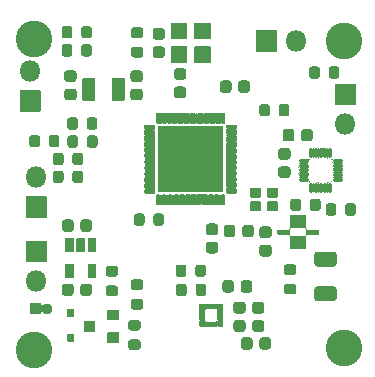
<source format=gts>
G04 #@! TF.GenerationSoftware,KiCad,Pcbnew,(5.1.12)-1*
G04 #@! TF.CreationDate,2022-01-26T09:33:25+03:00*
G04 #@! TF.ProjectId,d_watch_v2,645f7761-7463-4685-9f76-322e6b696361,rev?*
G04 #@! TF.SameCoordinates,Original*
G04 #@! TF.FileFunction,Soldermask,Top*
G04 #@! TF.FilePolarity,Negative*
%FSLAX46Y46*%
G04 Gerber Fmt 4.6, Leading zero omitted, Abs format (unit mm)*
G04 Created by KiCad (PCBNEW (5.1.12)-1) date 2022-01-26 09:33:25*
%MOMM*%
%LPD*%
G01*
G04 APERTURE LIST*
%ADD10O,0.350000X1.000000*%
%ADD11O,1.000000X0.350000*%
%ADD12O,0.950000X0.950000*%
%ADD13O,1.800000X1.800000*%
%ADD14C,3.100000*%
%ADD15C,0.100000*%
G04 APERTURE END LIST*
G36*
G01*
X108330000Y-36940000D02*
X108330000Y-35140000D01*
G75*
G02*
X108380000Y-35090000I50000J0D01*
G01*
X109380000Y-35090000D01*
G75*
G02*
X109430000Y-35140000I0J-50000D01*
G01*
X109430000Y-36940000D01*
G75*
G02*
X109380000Y-36990000I-50000J0D01*
G01*
X108380000Y-36990000D01*
G75*
G02*
X108330000Y-36940000I0J50000D01*
G01*
G37*
G36*
G01*
X105830000Y-36940000D02*
X105830000Y-35140000D01*
G75*
G02*
X105880000Y-35090000I50000J0D01*
G01*
X106880000Y-35090000D01*
G75*
G02*
X106930000Y-35140000I0J-50000D01*
G01*
X106930000Y-36940000D01*
G75*
G02*
X106880000Y-36990000I-50000J0D01*
G01*
X105880000Y-36990000D01*
G75*
G02*
X105830000Y-36940000I0J50000D01*
G01*
G37*
G36*
G01*
X121554600Y-45500000D02*
X122325400Y-45500000D01*
G75*
G02*
X122420000Y-45594600I0J-94600D01*
G01*
X122420000Y-46265400D01*
G75*
G02*
X122325400Y-46360000I-94600J0D01*
G01*
X121554600Y-46360000D01*
G75*
G02*
X121460000Y-46265400I0J94600D01*
G01*
X121460000Y-45594600D01*
G75*
G02*
X121554600Y-45500000I94600J0D01*
G01*
G37*
G36*
G01*
X120104600Y-45500000D02*
X120875400Y-45500000D01*
G75*
G02*
X120970000Y-45594600I0J-94600D01*
G01*
X120970000Y-46265400D01*
G75*
G02*
X120875400Y-46360000I-94600J0D01*
G01*
X120104600Y-46360000D01*
G75*
G02*
X120010000Y-46265400I0J94600D01*
G01*
X120010000Y-45594600D01*
G75*
G02*
X120104600Y-45500000I94600J0D01*
G01*
G37*
G36*
G01*
X120104600Y-44350000D02*
X120875400Y-44350000D01*
G75*
G02*
X120970000Y-44444600I0J-94600D01*
G01*
X120970000Y-45115400D01*
G75*
G02*
X120875400Y-45210000I-94600J0D01*
G01*
X120104600Y-45210000D01*
G75*
G02*
X120010000Y-45115400I0J94600D01*
G01*
X120010000Y-44444600D01*
G75*
G02*
X120104600Y-44350000I94600J0D01*
G01*
G37*
G36*
G01*
X121554600Y-44350000D02*
X122325400Y-44350000D01*
G75*
G02*
X122420000Y-44444600I0J-94600D01*
G01*
X122420000Y-45115400D01*
G75*
G02*
X122325400Y-45210000I-94600J0D01*
G01*
X121554600Y-45210000D01*
G75*
G02*
X121460000Y-45115400I0J94600D01*
G01*
X121460000Y-44444600D01*
G75*
G02*
X121554600Y-44350000I94600J0D01*
G01*
G37*
D10*
X125210000Y-41450000D03*
X125610000Y-41450000D03*
X126010000Y-41450000D03*
X126410000Y-41450000D03*
X126810000Y-41450000D03*
D11*
X127460000Y-42100000D03*
X127460000Y-42500000D03*
X127460000Y-42900000D03*
X127460000Y-43300000D03*
X127460000Y-43700000D03*
D10*
X126810000Y-44350000D03*
X126410000Y-44350000D03*
X126010000Y-44350000D03*
X125610000Y-44350000D03*
X125210000Y-44350000D03*
D11*
X124560000Y-43700000D03*
X124560000Y-43300000D03*
X124560000Y-42900000D03*
X124560000Y-42500000D03*
X124560000Y-42100000D03*
G36*
G01*
X123400000Y-49540000D02*
X123400000Y-48540000D01*
G75*
G02*
X123450000Y-48490000I50000J0D01*
G01*
X124750000Y-48490000D01*
G75*
G02*
X124800000Y-48540000I0J-50000D01*
G01*
X124800000Y-49540000D01*
G75*
G02*
X124750000Y-49590000I-50000J0D01*
G01*
X123450000Y-49590000D01*
G75*
G02*
X123400000Y-49540000I0J50000D01*
G01*
G37*
G36*
G01*
X123400000Y-47740000D02*
X123400000Y-46740000D01*
G75*
G02*
X123450000Y-46690000I50000J0D01*
G01*
X124750000Y-46690000D01*
G75*
G02*
X124800000Y-46740000I0J-50000D01*
G01*
X124800000Y-47740000D01*
G75*
G02*
X124750000Y-47790000I-50000J0D01*
G01*
X123450000Y-47790000D01*
G75*
G02*
X123400000Y-47740000I0J50000D01*
G01*
G37*
G36*
G01*
X124750000Y-48315000D02*
X124750000Y-47965000D01*
G75*
G02*
X124800000Y-47915000I50000J0D01*
G01*
X125800000Y-47915000D01*
G75*
G02*
X125850000Y-47965000I0J-50000D01*
G01*
X125850000Y-48315000D01*
G75*
G02*
X125800000Y-48365000I-50000J0D01*
G01*
X124800000Y-48365000D01*
G75*
G02*
X124750000Y-48315000I0J50000D01*
G01*
G37*
G36*
G01*
X122350000Y-48315000D02*
X122350000Y-47965000D01*
G75*
G02*
X122400000Y-47915000I50000J0D01*
G01*
X123400000Y-47915000D01*
G75*
G02*
X123450000Y-47965000I0J-50000D01*
G01*
X123450000Y-48315000D01*
G75*
G02*
X123400000Y-48365000I-50000J0D01*
G01*
X122400000Y-48365000D01*
G75*
G02*
X122350000Y-48315000I0J50000D01*
G01*
G37*
G36*
G01*
X125759000Y-52690000D02*
X127081000Y-52690000D01*
G75*
G02*
X127380000Y-52989000I0J-299000D01*
G01*
X127380000Y-53691000D01*
G75*
G02*
X127081000Y-53990000I-299000J0D01*
G01*
X125759000Y-53990000D01*
G75*
G02*
X125460000Y-53691000I0J299000D01*
G01*
X125460000Y-52989000D01*
G75*
G02*
X125759000Y-52690000I299000J0D01*
G01*
G37*
G36*
G01*
X125759000Y-49770000D02*
X127081000Y-49770000D01*
G75*
G02*
X127380000Y-50069000I0J-299000D01*
G01*
X127380000Y-50771000D01*
G75*
G02*
X127081000Y-51070000I-299000J0D01*
G01*
X125759000Y-51070000D01*
G75*
G02*
X125460000Y-50771000I0J299000D01*
G01*
X125460000Y-50069000D01*
G75*
G02*
X125759000Y-49770000I299000J0D01*
G01*
G37*
G36*
G01*
X115300000Y-31750000D02*
X115300000Y-30450000D01*
G75*
G02*
X115350000Y-30400000I50000J0D01*
G01*
X116650000Y-30400000D01*
G75*
G02*
X116700000Y-30450000I0J-50000D01*
G01*
X116700000Y-31750000D01*
G75*
G02*
X116650000Y-31800000I-50000J0D01*
G01*
X115350000Y-31800000D01*
G75*
G02*
X115300000Y-31750000I0J50000D01*
G01*
G37*
G36*
G01*
X115300000Y-33750000D02*
X115300000Y-32450000D01*
G75*
G02*
X115350000Y-32400000I50000J0D01*
G01*
X116650000Y-32400000D01*
G75*
G02*
X116700000Y-32450000I0J-50000D01*
G01*
X116700000Y-33750000D01*
G75*
G02*
X116650000Y-33800000I-50000J0D01*
G01*
X115350000Y-33800000D01*
G75*
G02*
X115300000Y-33750000I0J50000D01*
G01*
G37*
G36*
G01*
X113300000Y-33750000D02*
X113300000Y-32450000D01*
G75*
G02*
X113350000Y-32400000I50000J0D01*
G01*
X114650000Y-32400000D01*
G75*
G02*
X114700000Y-32450000I0J-50000D01*
G01*
X114700000Y-33750000D01*
G75*
G02*
X114650000Y-33800000I-50000J0D01*
G01*
X113350000Y-33800000D01*
G75*
G02*
X113300000Y-33750000I0J50000D01*
G01*
G37*
G36*
G01*
X113300000Y-31750000D02*
X113300000Y-30450000D01*
G75*
G02*
X113350000Y-30400000I50000J0D01*
G01*
X114650000Y-30400000D01*
G75*
G02*
X114700000Y-30450000I0J-50000D01*
G01*
X114700000Y-31750000D01*
G75*
G02*
X114650000Y-31800000I-50000J0D01*
G01*
X113350000Y-31800000D01*
G75*
G02*
X113300000Y-31750000I0J50000D01*
G01*
G37*
D12*
X102870000Y-54610000D03*
G36*
G01*
X102295000Y-55085000D02*
X101445000Y-55085000D01*
G75*
G02*
X101395000Y-55035000I0J50000D01*
G01*
X101395000Y-54185000D01*
G75*
G02*
X101445000Y-54135000I50000J0D01*
G01*
X102295000Y-54135000D01*
G75*
G02*
X102345000Y-54185000I0J-50000D01*
G01*
X102345000Y-55035000D01*
G75*
G02*
X102295000Y-55085000I-50000J0D01*
G01*
G37*
G36*
G01*
X106940000Y-55700000D02*
X106940000Y-56500000D01*
G75*
G02*
X106890000Y-56550000I-50000J0D01*
G01*
X105990000Y-56550000D01*
G75*
G02*
X105940000Y-56500000I0J50000D01*
G01*
X105940000Y-55700000D01*
G75*
G02*
X105990000Y-55650000I50000J0D01*
G01*
X106890000Y-55650000D01*
G75*
G02*
X106940000Y-55700000I0J-50000D01*
G01*
G37*
G36*
G01*
X108940000Y-54750000D02*
X108940000Y-55550000D01*
G75*
G02*
X108890000Y-55600000I-50000J0D01*
G01*
X107990000Y-55600000D01*
G75*
G02*
X107940000Y-55550000I0J50000D01*
G01*
X107940000Y-54750000D01*
G75*
G02*
X107990000Y-54700000I50000J0D01*
G01*
X108890000Y-54700000D01*
G75*
G02*
X108940000Y-54750000I0J-50000D01*
G01*
G37*
G36*
G01*
X108940000Y-56650000D02*
X108940000Y-57450000D01*
G75*
G02*
X108890000Y-57500000I-50000J0D01*
G01*
X107990000Y-57500000D01*
G75*
G02*
X107940000Y-57450000I0J50000D01*
G01*
X107940000Y-56650000D01*
G75*
G02*
X107990000Y-56600000I50000J0D01*
G01*
X108890000Y-56600000D01*
G75*
G02*
X108940000Y-56650000I0J-50000D01*
G01*
G37*
G36*
G01*
X104615000Y-56720000D02*
X105065000Y-56720000D01*
G75*
G02*
X105115000Y-56770000I0J-50000D01*
G01*
X105115000Y-57370000D01*
G75*
G02*
X105065000Y-57420000I-50000J0D01*
G01*
X104615000Y-57420000D01*
G75*
G02*
X104565000Y-57370000I0J50000D01*
G01*
X104565000Y-56770000D01*
G75*
G02*
X104615000Y-56720000I50000J0D01*
G01*
G37*
G36*
G01*
X104615000Y-54620000D02*
X105065000Y-54620000D01*
G75*
G02*
X105115000Y-54670000I0J-50000D01*
G01*
X105115000Y-55270000D01*
G75*
G02*
X105065000Y-55320000I-50000J0D01*
G01*
X104615000Y-55320000D01*
G75*
G02*
X104565000Y-55270000I0J50000D01*
G01*
X104565000Y-54670000D01*
G75*
G02*
X104615000Y-54620000I50000J0D01*
G01*
G37*
G36*
G01*
X110160000Y-53780000D02*
X110760000Y-53780000D01*
G75*
G02*
X110985000Y-54005000I0J-225000D01*
G01*
X110985000Y-54455000D01*
G75*
G02*
X110760000Y-54680000I-225000J0D01*
G01*
X110160000Y-54680000D01*
G75*
G02*
X109935000Y-54455000I0J225000D01*
G01*
X109935000Y-54005000D01*
G75*
G02*
X110160000Y-53780000I225000J0D01*
G01*
G37*
G36*
G01*
X110160000Y-52130000D02*
X110760000Y-52130000D01*
G75*
G02*
X110985000Y-52355000I0J-225000D01*
G01*
X110985000Y-52805000D01*
G75*
G02*
X110760000Y-53030000I-225000J0D01*
G01*
X110160000Y-53030000D01*
G75*
G02*
X109935000Y-52805000I0J225000D01*
G01*
X109935000Y-52355000D01*
G75*
G02*
X110160000Y-52130000I225000J0D01*
G01*
G37*
G36*
G01*
X109940000Y-57210000D02*
X110540000Y-57210000D01*
G75*
G02*
X110765000Y-57435000I0J-225000D01*
G01*
X110765000Y-57885000D01*
G75*
G02*
X110540000Y-58110000I-225000J0D01*
G01*
X109940000Y-58110000D01*
G75*
G02*
X109715000Y-57885000I0J225000D01*
G01*
X109715000Y-57435000D01*
G75*
G02*
X109940000Y-57210000I225000J0D01*
G01*
G37*
G36*
G01*
X109940000Y-55560000D02*
X110540000Y-55560000D01*
G75*
G02*
X110765000Y-55785000I0J-225000D01*
G01*
X110765000Y-56235000D01*
G75*
G02*
X110540000Y-56460000I-225000J0D01*
G01*
X109940000Y-56460000D01*
G75*
G02*
X109715000Y-56235000I0J225000D01*
G01*
X109715000Y-55785000D01*
G75*
G02*
X109940000Y-55560000I225000J0D01*
G01*
G37*
D13*
X101420000Y-34490000D03*
G36*
G01*
X102320000Y-36180000D02*
X102320000Y-37880000D01*
G75*
G02*
X102270000Y-37930000I-50000J0D01*
G01*
X100570000Y-37930000D01*
G75*
G02*
X100520000Y-37880000I0J50000D01*
G01*
X100520000Y-36180000D01*
G75*
G02*
X100570000Y-36130000I50000J0D01*
G01*
X102270000Y-36130000D01*
G75*
G02*
X102320000Y-36180000I0J-50000D01*
G01*
G37*
D14*
X101770000Y-58080000D03*
X127950000Y-31950000D03*
X127980000Y-57900000D03*
X101750000Y-31740000D03*
G36*
G01*
X110170000Y-32440000D02*
X110770000Y-32440000D01*
G75*
G02*
X110995000Y-32665000I0J-225000D01*
G01*
X110995000Y-33115000D01*
G75*
G02*
X110770000Y-33340000I-225000J0D01*
G01*
X110170000Y-33340000D01*
G75*
G02*
X109945000Y-33115000I0J225000D01*
G01*
X109945000Y-32665000D01*
G75*
G02*
X110170000Y-32440000I225000J0D01*
G01*
G37*
G36*
G01*
X110170000Y-30790000D02*
X110770000Y-30790000D01*
G75*
G02*
X110995000Y-31015000I0J-225000D01*
G01*
X110995000Y-31465000D01*
G75*
G02*
X110770000Y-31690000I-225000J0D01*
G01*
X110170000Y-31690000D01*
G75*
G02*
X109945000Y-31465000I0J225000D01*
G01*
X109945000Y-31015000D01*
G75*
G02*
X110170000Y-30790000I225000J0D01*
G01*
G37*
G36*
G01*
X114385000Y-35240000D02*
X113835000Y-35240000D01*
G75*
G02*
X113585000Y-34990000I0J250000D01*
G01*
X113585000Y-34490000D01*
G75*
G02*
X113835000Y-34240000I250000J0D01*
G01*
X114385000Y-34240000D01*
G75*
G02*
X114635000Y-34490000I0J-250000D01*
G01*
X114635000Y-34990000D01*
G75*
G02*
X114385000Y-35240000I-250000J0D01*
G01*
G37*
G36*
G01*
X114385000Y-36790000D02*
X113835000Y-36790000D01*
G75*
G02*
X113585000Y-36540000I0J250000D01*
G01*
X113585000Y-36040000D01*
G75*
G02*
X113835000Y-35790000I250000J0D01*
G01*
X114385000Y-35790000D01*
G75*
G02*
X114635000Y-36040000I0J-250000D01*
G01*
X114635000Y-36540000D01*
G75*
G02*
X114385000Y-36790000I-250000J0D01*
G01*
G37*
G36*
G01*
X121065000Y-49190000D02*
X121615000Y-49190000D01*
G75*
G02*
X121865000Y-49440000I0J-250000D01*
G01*
X121865000Y-49940000D01*
G75*
G02*
X121615000Y-50190000I-250000J0D01*
G01*
X121065000Y-50190000D01*
G75*
G02*
X120815000Y-49940000I0J250000D01*
G01*
X120815000Y-49440000D01*
G75*
G02*
X121065000Y-49190000I250000J0D01*
G01*
G37*
G36*
G01*
X121065000Y-47640000D02*
X121615000Y-47640000D01*
G75*
G02*
X121865000Y-47890000I0J-250000D01*
G01*
X121865000Y-48390000D01*
G75*
G02*
X121615000Y-48640000I-250000J0D01*
G01*
X121065000Y-48640000D01*
G75*
G02*
X120815000Y-48390000I0J250000D01*
G01*
X120815000Y-47890000D01*
G75*
G02*
X121065000Y-47640000I250000J0D01*
G01*
G37*
G36*
G01*
X119377500Y-48311250D02*
X119377500Y-47748750D01*
G75*
G02*
X119621250Y-47505000I243750J0D01*
G01*
X120108750Y-47505000D01*
G75*
G02*
X120352500Y-47748750I0J-243750D01*
G01*
X120352500Y-48311250D01*
G75*
G02*
X120108750Y-48555000I-243750J0D01*
G01*
X119621250Y-48555000D01*
G75*
G02*
X119377500Y-48311250I0J243750D01*
G01*
G37*
G36*
G01*
X117802500Y-48311250D02*
X117802500Y-47748750D01*
G75*
G02*
X118046250Y-47505000I243750J0D01*
G01*
X118533750Y-47505000D01*
G75*
G02*
X118777500Y-47748750I0J-243750D01*
G01*
X118777500Y-48311250D01*
G75*
G02*
X118533750Y-48555000I-243750J0D01*
G01*
X118046250Y-48555000D01*
G75*
G02*
X117802500Y-48311250I0J243750D01*
G01*
G37*
D13*
X101940000Y-52300000D03*
G36*
G01*
X101040000Y-50610000D02*
X101040000Y-48910000D01*
G75*
G02*
X101090000Y-48860000I50000J0D01*
G01*
X102790000Y-48860000D01*
G75*
G02*
X102840000Y-48910000I0J-50000D01*
G01*
X102840000Y-50610000D01*
G75*
G02*
X102790000Y-50660000I-50000J0D01*
G01*
X101090000Y-50660000D01*
G75*
G02*
X101040000Y-50610000I0J50000D01*
G01*
G37*
G36*
G01*
X120810000Y-57825000D02*
X120810000Y-57275000D01*
G75*
G02*
X121060000Y-57025000I250000J0D01*
G01*
X121560000Y-57025000D01*
G75*
G02*
X121810000Y-57275000I0J-250000D01*
G01*
X121810000Y-57825000D01*
G75*
G02*
X121560000Y-58075000I-250000J0D01*
G01*
X121060000Y-58075000D01*
G75*
G02*
X120810000Y-57825000I0J250000D01*
G01*
G37*
G36*
G01*
X119260000Y-57825000D02*
X119260000Y-57275000D01*
G75*
G02*
X119510000Y-57025000I250000J0D01*
G01*
X120010000Y-57025000D01*
G75*
G02*
X120260000Y-57275000I0J-250000D01*
G01*
X120260000Y-57825000D01*
G75*
G02*
X120010000Y-58075000I-250000J0D01*
G01*
X119510000Y-58075000D01*
G75*
G02*
X119260000Y-57825000I0J250000D01*
G01*
G37*
G36*
G01*
X116667500Y-54645000D02*
X116317500Y-54645000D01*
G75*
G02*
X116267500Y-54595000I0J50000D01*
G01*
X116267500Y-54220000D01*
G75*
G02*
X116317500Y-54170000I50000J0D01*
G01*
X116667500Y-54170000D01*
G75*
G02*
X116717500Y-54220000I0J-50000D01*
G01*
X116717500Y-54595000D01*
G75*
G02*
X116667500Y-54645000I-50000J0D01*
G01*
G37*
G36*
G01*
X117167500Y-54645000D02*
X116817500Y-54645000D01*
G75*
G02*
X116767500Y-54595000I0J50000D01*
G01*
X116767500Y-54220000D01*
G75*
G02*
X116817500Y-54170000I50000J0D01*
G01*
X117167500Y-54170000D01*
G75*
G02*
X117217500Y-54220000I0J-50000D01*
G01*
X117217500Y-54595000D01*
G75*
G02*
X117167500Y-54645000I-50000J0D01*
G01*
G37*
G36*
G01*
X117167500Y-56170000D02*
X116817500Y-56170000D01*
G75*
G02*
X116767500Y-56120000I0J50000D01*
G01*
X116767500Y-55745000D01*
G75*
G02*
X116817500Y-55695000I50000J0D01*
G01*
X117167500Y-55695000D01*
G75*
G02*
X117217500Y-55745000I0J-50000D01*
G01*
X117217500Y-56120000D01*
G75*
G02*
X117167500Y-56170000I-50000J0D01*
G01*
G37*
G36*
G01*
X116667500Y-56170000D02*
X116317500Y-56170000D01*
G75*
G02*
X116267500Y-56120000I0J50000D01*
G01*
X116267500Y-55745000D01*
G75*
G02*
X116317500Y-55695000I50000J0D01*
G01*
X116667500Y-55695000D01*
G75*
G02*
X116717500Y-55745000I0J-50000D01*
G01*
X116717500Y-56120000D01*
G75*
G02*
X116667500Y-56170000I-50000J0D01*
G01*
G37*
G36*
G01*
X117267500Y-54595000D02*
X117267500Y-54245000D01*
G75*
G02*
X117317500Y-54195000I50000J0D01*
G01*
X117692500Y-54195000D01*
G75*
G02*
X117742500Y-54245000I0J-50000D01*
G01*
X117742500Y-54595000D01*
G75*
G02*
X117692500Y-54645000I-50000J0D01*
G01*
X117317500Y-54645000D01*
G75*
G02*
X117267500Y-54595000I0J50000D01*
G01*
G37*
G36*
G01*
X115742500Y-54595000D02*
X115742500Y-54245000D01*
G75*
G02*
X115792500Y-54195000I50000J0D01*
G01*
X116167500Y-54195000D01*
G75*
G02*
X116217500Y-54245000I0J-50000D01*
G01*
X116217500Y-54595000D01*
G75*
G02*
X116167500Y-54645000I-50000J0D01*
G01*
X115792500Y-54645000D01*
G75*
G02*
X115742500Y-54595000I0J50000D01*
G01*
G37*
G36*
G01*
X117267500Y-56095000D02*
X117267500Y-55745000D01*
G75*
G02*
X117317500Y-55695000I50000J0D01*
G01*
X117692500Y-55695000D01*
G75*
G02*
X117742500Y-55745000I0J-50000D01*
G01*
X117742500Y-56095000D01*
G75*
G02*
X117692500Y-56145000I-50000J0D01*
G01*
X117317500Y-56145000D01*
G75*
G02*
X117267500Y-56095000I0J50000D01*
G01*
G37*
G36*
G01*
X115742500Y-56095000D02*
X115742500Y-55745000D01*
G75*
G02*
X115792500Y-55695000I50000J0D01*
G01*
X116167500Y-55695000D01*
G75*
G02*
X116217500Y-55745000I0J-50000D01*
G01*
X116217500Y-56095000D01*
G75*
G02*
X116167500Y-56145000I-50000J0D01*
G01*
X115792500Y-56145000D01*
G75*
G02*
X115742500Y-56095000I0J50000D01*
G01*
G37*
G36*
G01*
X117267500Y-55595000D02*
X117267500Y-55245000D01*
G75*
G02*
X117317500Y-55195000I50000J0D01*
G01*
X117692500Y-55195000D01*
G75*
G02*
X117742500Y-55245000I0J-50000D01*
G01*
X117742500Y-55595000D01*
G75*
G02*
X117692500Y-55645000I-50000J0D01*
G01*
X117317500Y-55645000D01*
G75*
G02*
X117267500Y-55595000I0J50000D01*
G01*
G37*
G36*
G01*
X117267500Y-55095000D02*
X117267500Y-54745000D01*
G75*
G02*
X117317500Y-54695000I50000J0D01*
G01*
X117692500Y-54695000D01*
G75*
G02*
X117742500Y-54745000I0J-50000D01*
G01*
X117742500Y-55095000D01*
G75*
G02*
X117692500Y-55145000I-50000J0D01*
G01*
X117317500Y-55145000D01*
G75*
G02*
X117267500Y-55095000I0J50000D01*
G01*
G37*
G36*
G01*
X115742500Y-55595000D02*
X115742500Y-55245000D01*
G75*
G02*
X115792500Y-55195000I50000J0D01*
G01*
X116167500Y-55195000D01*
G75*
G02*
X116217500Y-55245000I0J-50000D01*
G01*
X116217500Y-55595000D01*
G75*
G02*
X116167500Y-55645000I-50000J0D01*
G01*
X115792500Y-55645000D01*
G75*
G02*
X115742500Y-55595000I0J50000D01*
G01*
G37*
G36*
G01*
X115742500Y-55095000D02*
X115742500Y-54745000D01*
G75*
G02*
X115792500Y-54695000I50000J0D01*
G01*
X116167500Y-54695000D01*
G75*
G02*
X116217500Y-54745000I0J-50000D01*
G01*
X116217500Y-55095000D01*
G75*
G02*
X116167500Y-55145000I-50000J0D01*
G01*
X115792500Y-55145000D01*
G75*
G02*
X115742500Y-55095000I0J50000D01*
G01*
G37*
G36*
G01*
X106325000Y-50840000D02*
X106975000Y-50840000D01*
G75*
G02*
X107025000Y-50890000I0J-50000D01*
G01*
X107025000Y-51950000D01*
G75*
G02*
X106975000Y-52000000I-50000J0D01*
G01*
X106325000Y-52000000D01*
G75*
G02*
X106275000Y-51950000I0J50000D01*
G01*
X106275000Y-50890000D01*
G75*
G02*
X106325000Y-50840000I50000J0D01*
G01*
G37*
G36*
G01*
X104425000Y-50840000D02*
X105075000Y-50840000D01*
G75*
G02*
X105125000Y-50890000I0J-50000D01*
G01*
X105125000Y-51950000D01*
G75*
G02*
X105075000Y-52000000I-50000J0D01*
G01*
X104425000Y-52000000D01*
G75*
G02*
X104375000Y-51950000I0J50000D01*
G01*
X104375000Y-50890000D01*
G75*
G02*
X104425000Y-50840000I50000J0D01*
G01*
G37*
G36*
G01*
X104425000Y-48640000D02*
X105075000Y-48640000D01*
G75*
G02*
X105125000Y-48690000I0J-50000D01*
G01*
X105125000Y-49750000D01*
G75*
G02*
X105075000Y-49800000I-50000J0D01*
G01*
X104425000Y-49800000D01*
G75*
G02*
X104375000Y-49750000I0J50000D01*
G01*
X104375000Y-48690000D01*
G75*
G02*
X104425000Y-48640000I50000J0D01*
G01*
G37*
G36*
G01*
X105375000Y-48640000D02*
X106025000Y-48640000D01*
G75*
G02*
X106075000Y-48690000I0J-50000D01*
G01*
X106075000Y-49750000D01*
G75*
G02*
X106025000Y-49800000I-50000J0D01*
G01*
X105375000Y-49800000D01*
G75*
G02*
X105325000Y-49750000I0J50000D01*
G01*
X105325000Y-48690000D01*
G75*
G02*
X105375000Y-48640000I50000J0D01*
G01*
G37*
G36*
G01*
X106325000Y-48640000D02*
X106975000Y-48640000D01*
G75*
G02*
X107025000Y-48690000I0J-50000D01*
G01*
X107025000Y-49750000D01*
G75*
G02*
X106975000Y-49800000I-50000J0D01*
G01*
X106325000Y-49800000D01*
G75*
G02*
X106275000Y-49750000I0J50000D01*
G01*
X106275000Y-48690000D01*
G75*
G02*
X106325000Y-48640000I50000J0D01*
G01*
G37*
G36*
G01*
X112225000Y-44665000D02*
X112225000Y-39215000D01*
G75*
G02*
X112275000Y-39165000I50000J0D01*
G01*
X117725000Y-39165000D01*
G75*
G02*
X117775000Y-39215000I0J-50000D01*
G01*
X117775000Y-44665000D01*
G75*
G02*
X117725000Y-44715000I-50000J0D01*
G01*
X112275000Y-44715000D01*
G75*
G02*
X112225000Y-44665000I0J50000D01*
G01*
G37*
G36*
G01*
X112075000Y-38877500D02*
X112075000Y-38102500D01*
G75*
G02*
X112162500Y-38015000I87500J0D01*
G01*
X112337500Y-38015000D01*
G75*
G02*
X112425000Y-38102500I0J-87500D01*
G01*
X112425000Y-38877500D01*
G75*
G02*
X112337500Y-38965000I-87500J0D01*
G01*
X112162500Y-38965000D01*
G75*
G02*
X112075000Y-38877500I0J87500D01*
G01*
G37*
G36*
G01*
X112575000Y-38877500D02*
X112575000Y-38102500D01*
G75*
G02*
X112662500Y-38015000I87500J0D01*
G01*
X112837500Y-38015000D01*
G75*
G02*
X112925000Y-38102500I0J-87500D01*
G01*
X112925000Y-38877500D01*
G75*
G02*
X112837500Y-38965000I-87500J0D01*
G01*
X112662500Y-38965000D01*
G75*
G02*
X112575000Y-38877500I0J87500D01*
G01*
G37*
G36*
G01*
X113075000Y-38877500D02*
X113075000Y-38102500D01*
G75*
G02*
X113162500Y-38015000I87500J0D01*
G01*
X113337500Y-38015000D01*
G75*
G02*
X113425000Y-38102500I0J-87500D01*
G01*
X113425000Y-38877500D01*
G75*
G02*
X113337500Y-38965000I-87500J0D01*
G01*
X113162500Y-38965000D01*
G75*
G02*
X113075000Y-38877500I0J87500D01*
G01*
G37*
G36*
G01*
X113575000Y-38877500D02*
X113575000Y-38102500D01*
G75*
G02*
X113662500Y-38015000I87500J0D01*
G01*
X113837500Y-38015000D01*
G75*
G02*
X113925000Y-38102500I0J-87500D01*
G01*
X113925000Y-38877500D01*
G75*
G02*
X113837500Y-38965000I-87500J0D01*
G01*
X113662500Y-38965000D01*
G75*
G02*
X113575000Y-38877500I0J87500D01*
G01*
G37*
G36*
G01*
X114075000Y-38877500D02*
X114075000Y-38102500D01*
G75*
G02*
X114162500Y-38015000I87500J0D01*
G01*
X114337500Y-38015000D01*
G75*
G02*
X114425000Y-38102500I0J-87500D01*
G01*
X114425000Y-38877500D01*
G75*
G02*
X114337500Y-38965000I-87500J0D01*
G01*
X114162500Y-38965000D01*
G75*
G02*
X114075000Y-38877500I0J87500D01*
G01*
G37*
G36*
G01*
X114575000Y-38877500D02*
X114575000Y-38102500D01*
G75*
G02*
X114662500Y-38015000I87500J0D01*
G01*
X114837500Y-38015000D01*
G75*
G02*
X114925000Y-38102500I0J-87500D01*
G01*
X114925000Y-38877500D01*
G75*
G02*
X114837500Y-38965000I-87500J0D01*
G01*
X114662500Y-38965000D01*
G75*
G02*
X114575000Y-38877500I0J87500D01*
G01*
G37*
G36*
G01*
X115075000Y-38877500D02*
X115075000Y-38102500D01*
G75*
G02*
X115162500Y-38015000I87500J0D01*
G01*
X115337500Y-38015000D01*
G75*
G02*
X115425000Y-38102500I0J-87500D01*
G01*
X115425000Y-38877500D01*
G75*
G02*
X115337500Y-38965000I-87500J0D01*
G01*
X115162500Y-38965000D01*
G75*
G02*
X115075000Y-38877500I0J87500D01*
G01*
G37*
G36*
G01*
X115575000Y-38877500D02*
X115575000Y-38102500D01*
G75*
G02*
X115662500Y-38015000I87500J0D01*
G01*
X115837500Y-38015000D01*
G75*
G02*
X115925000Y-38102500I0J-87500D01*
G01*
X115925000Y-38877500D01*
G75*
G02*
X115837500Y-38965000I-87500J0D01*
G01*
X115662500Y-38965000D01*
G75*
G02*
X115575000Y-38877500I0J87500D01*
G01*
G37*
G36*
G01*
X116075000Y-38877500D02*
X116075000Y-38102500D01*
G75*
G02*
X116162500Y-38015000I87500J0D01*
G01*
X116337500Y-38015000D01*
G75*
G02*
X116425000Y-38102500I0J-87500D01*
G01*
X116425000Y-38877500D01*
G75*
G02*
X116337500Y-38965000I-87500J0D01*
G01*
X116162500Y-38965000D01*
G75*
G02*
X116075000Y-38877500I0J87500D01*
G01*
G37*
G36*
G01*
X116575000Y-38877500D02*
X116575000Y-38102500D01*
G75*
G02*
X116662500Y-38015000I87500J0D01*
G01*
X116837500Y-38015000D01*
G75*
G02*
X116925000Y-38102500I0J-87500D01*
G01*
X116925000Y-38877500D01*
G75*
G02*
X116837500Y-38965000I-87500J0D01*
G01*
X116662500Y-38965000D01*
G75*
G02*
X116575000Y-38877500I0J87500D01*
G01*
G37*
G36*
G01*
X117075000Y-38877500D02*
X117075000Y-38102500D01*
G75*
G02*
X117162500Y-38015000I87500J0D01*
G01*
X117337500Y-38015000D01*
G75*
G02*
X117425000Y-38102500I0J-87500D01*
G01*
X117425000Y-38877500D01*
G75*
G02*
X117337500Y-38965000I-87500J0D01*
G01*
X117162500Y-38965000D01*
G75*
G02*
X117075000Y-38877500I0J87500D01*
G01*
G37*
G36*
G01*
X117575000Y-38877500D02*
X117575000Y-38102500D01*
G75*
G02*
X117662500Y-38015000I87500J0D01*
G01*
X117837500Y-38015000D01*
G75*
G02*
X117925000Y-38102500I0J-87500D01*
G01*
X117925000Y-38877500D01*
G75*
G02*
X117837500Y-38965000I-87500J0D01*
G01*
X117662500Y-38965000D01*
G75*
G02*
X117575000Y-38877500I0J87500D01*
G01*
G37*
G36*
G01*
X117975000Y-39277500D02*
X117975000Y-39102500D01*
G75*
G02*
X118062500Y-39015000I87500J0D01*
G01*
X118837500Y-39015000D01*
G75*
G02*
X118925000Y-39102500I0J-87500D01*
G01*
X118925000Y-39277500D01*
G75*
G02*
X118837500Y-39365000I-87500J0D01*
G01*
X118062500Y-39365000D01*
G75*
G02*
X117975000Y-39277500I0J87500D01*
G01*
G37*
G36*
G01*
X117975000Y-39777500D02*
X117975000Y-39602500D01*
G75*
G02*
X118062500Y-39515000I87500J0D01*
G01*
X118837500Y-39515000D01*
G75*
G02*
X118925000Y-39602500I0J-87500D01*
G01*
X118925000Y-39777500D01*
G75*
G02*
X118837500Y-39865000I-87500J0D01*
G01*
X118062500Y-39865000D01*
G75*
G02*
X117975000Y-39777500I0J87500D01*
G01*
G37*
G36*
G01*
X117975000Y-40277500D02*
X117975000Y-40102500D01*
G75*
G02*
X118062500Y-40015000I87500J0D01*
G01*
X118837500Y-40015000D01*
G75*
G02*
X118925000Y-40102500I0J-87500D01*
G01*
X118925000Y-40277500D01*
G75*
G02*
X118837500Y-40365000I-87500J0D01*
G01*
X118062500Y-40365000D01*
G75*
G02*
X117975000Y-40277500I0J87500D01*
G01*
G37*
G36*
G01*
X117975000Y-40777500D02*
X117975000Y-40602500D01*
G75*
G02*
X118062500Y-40515000I87500J0D01*
G01*
X118837500Y-40515000D01*
G75*
G02*
X118925000Y-40602500I0J-87500D01*
G01*
X118925000Y-40777500D01*
G75*
G02*
X118837500Y-40865000I-87500J0D01*
G01*
X118062500Y-40865000D01*
G75*
G02*
X117975000Y-40777500I0J87500D01*
G01*
G37*
G36*
G01*
X117975000Y-41277500D02*
X117975000Y-41102500D01*
G75*
G02*
X118062500Y-41015000I87500J0D01*
G01*
X118837500Y-41015000D01*
G75*
G02*
X118925000Y-41102500I0J-87500D01*
G01*
X118925000Y-41277500D01*
G75*
G02*
X118837500Y-41365000I-87500J0D01*
G01*
X118062500Y-41365000D01*
G75*
G02*
X117975000Y-41277500I0J87500D01*
G01*
G37*
G36*
G01*
X117975000Y-41777500D02*
X117975000Y-41602500D01*
G75*
G02*
X118062500Y-41515000I87500J0D01*
G01*
X118837500Y-41515000D01*
G75*
G02*
X118925000Y-41602500I0J-87500D01*
G01*
X118925000Y-41777500D01*
G75*
G02*
X118837500Y-41865000I-87500J0D01*
G01*
X118062500Y-41865000D01*
G75*
G02*
X117975000Y-41777500I0J87500D01*
G01*
G37*
G36*
G01*
X117975000Y-42277500D02*
X117975000Y-42102500D01*
G75*
G02*
X118062500Y-42015000I87500J0D01*
G01*
X118837500Y-42015000D01*
G75*
G02*
X118925000Y-42102500I0J-87500D01*
G01*
X118925000Y-42277500D01*
G75*
G02*
X118837500Y-42365000I-87500J0D01*
G01*
X118062500Y-42365000D01*
G75*
G02*
X117975000Y-42277500I0J87500D01*
G01*
G37*
G36*
G01*
X117975000Y-42777500D02*
X117975000Y-42602500D01*
G75*
G02*
X118062500Y-42515000I87500J0D01*
G01*
X118837500Y-42515000D01*
G75*
G02*
X118925000Y-42602500I0J-87500D01*
G01*
X118925000Y-42777500D01*
G75*
G02*
X118837500Y-42865000I-87500J0D01*
G01*
X118062500Y-42865000D01*
G75*
G02*
X117975000Y-42777500I0J87500D01*
G01*
G37*
G36*
G01*
X117975000Y-43277500D02*
X117975000Y-43102500D01*
G75*
G02*
X118062500Y-43015000I87500J0D01*
G01*
X118837500Y-43015000D01*
G75*
G02*
X118925000Y-43102500I0J-87500D01*
G01*
X118925000Y-43277500D01*
G75*
G02*
X118837500Y-43365000I-87500J0D01*
G01*
X118062500Y-43365000D01*
G75*
G02*
X117975000Y-43277500I0J87500D01*
G01*
G37*
G36*
G01*
X117975000Y-43777500D02*
X117975000Y-43602500D01*
G75*
G02*
X118062500Y-43515000I87500J0D01*
G01*
X118837500Y-43515000D01*
G75*
G02*
X118925000Y-43602500I0J-87500D01*
G01*
X118925000Y-43777500D01*
G75*
G02*
X118837500Y-43865000I-87500J0D01*
G01*
X118062500Y-43865000D01*
G75*
G02*
X117975000Y-43777500I0J87500D01*
G01*
G37*
G36*
G01*
X117975000Y-44277500D02*
X117975000Y-44102500D01*
G75*
G02*
X118062500Y-44015000I87500J0D01*
G01*
X118837500Y-44015000D01*
G75*
G02*
X118925000Y-44102500I0J-87500D01*
G01*
X118925000Y-44277500D01*
G75*
G02*
X118837500Y-44365000I-87500J0D01*
G01*
X118062500Y-44365000D01*
G75*
G02*
X117975000Y-44277500I0J87500D01*
G01*
G37*
G36*
G01*
X117975000Y-44777500D02*
X117975000Y-44602500D01*
G75*
G02*
X118062500Y-44515000I87500J0D01*
G01*
X118837500Y-44515000D01*
G75*
G02*
X118925000Y-44602500I0J-87500D01*
G01*
X118925000Y-44777500D01*
G75*
G02*
X118837500Y-44865000I-87500J0D01*
G01*
X118062500Y-44865000D01*
G75*
G02*
X117975000Y-44777500I0J87500D01*
G01*
G37*
G36*
G01*
X117575000Y-45777500D02*
X117575000Y-45002500D01*
G75*
G02*
X117662500Y-44915000I87500J0D01*
G01*
X117837500Y-44915000D01*
G75*
G02*
X117925000Y-45002500I0J-87500D01*
G01*
X117925000Y-45777500D01*
G75*
G02*
X117837500Y-45865000I-87500J0D01*
G01*
X117662500Y-45865000D01*
G75*
G02*
X117575000Y-45777500I0J87500D01*
G01*
G37*
G36*
G01*
X117075000Y-45777500D02*
X117075000Y-45002500D01*
G75*
G02*
X117162500Y-44915000I87500J0D01*
G01*
X117337500Y-44915000D01*
G75*
G02*
X117425000Y-45002500I0J-87500D01*
G01*
X117425000Y-45777500D01*
G75*
G02*
X117337500Y-45865000I-87500J0D01*
G01*
X117162500Y-45865000D01*
G75*
G02*
X117075000Y-45777500I0J87500D01*
G01*
G37*
G36*
G01*
X116575000Y-45777500D02*
X116575000Y-45002500D01*
G75*
G02*
X116662500Y-44915000I87500J0D01*
G01*
X116837500Y-44915000D01*
G75*
G02*
X116925000Y-45002500I0J-87500D01*
G01*
X116925000Y-45777500D01*
G75*
G02*
X116837500Y-45865000I-87500J0D01*
G01*
X116662500Y-45865000D01*
G75*
G02*
X116575000Y-45777500I0J87500D01*
G01*
G37*
G36*
G01*
X116075000Y-45777500D02*
X116075000Y-45002500D01*
G75*
G02*
X116162500Y-44915000I87500J0D01*
G01*
X116337500Y-44915000D01*
G75*
G02*
X116425000Y-45002500I0J-87500D01*
G01*
X116425000Y-45777500D01*
G75*
G02*
X116337500Y-45865000I-87500J0D01*
G01*
X116162500Y-45865000D01*
G75*
G02*
X116075000Y-45777500I0J87500D01*
G01*
G37*
G36*
G01*
X115575000Y-45777500D02*
X115575000Y-45002500D01*
G75*
G02*
X115662500Y-44915000I87500J0D01*
G01*
X115837500Y-44915000D01*
G75*
G02*
X115925000Y-45002500I0J-87500D01*
G01*
X115925000Y-45777500D01*
G75*
G02*
X115837500Y-45865000I-87500J0D01*
G01*
X115662500Y-45865000D01*
G75*
G02*
X115575000Y-45777500I0J87500D01*
G01*
G37*
G36*
G01*
X115075000Y-45777500D02*
X115075000Y-45002500D01*
G75*
G02*
X115162500Y-44915000I87500J0D01*
G01*
X115337500Y-44915000D01*
G75*
G02*
X115425000Y-45002500I0J-87500D01*
G01*
X115425000Y-45777500D01*
G75*
G02*
X115337500Y-45865000I-87500J0D01*
G01*
X115162500Y-45865000D01*
G75*
G02*
X115075000Y-45777500I0J87500D01*
G01*
G37*
G36*
G01*
X114575000Y-45777500D02*
X114575000Y-45002500D01*
G75*
G02*
X114662500Y-44915000I87500J0D01*
G01*
X114837500Y-44915000D01*
G75*
G02*
X114925000Y-45002500I0J-87500D01*
G01*
X114925000Y-45777500D01*
G75*
G02*
X114837500Y-45865000I-87500J0D01*
G01*
X114662500Y-45865000D01*
G75*
G02*
X114575000Y-45777500I0J87500D01*
G01*
G37*
G36*
G01*
X114075000Y-45777500D02*
X114075000Y-45002500D01*
G75*
G02*
X114162500Y-44915000I87500J0D01*
G01*
X114337500Y-44915000D01*
G75*
G02*
X114425000Y-45002500I0J-87500D01*
G01*
X114425000Y-45777500D01*
G75*
G02*
X114337500Y-45865000I-87500J0D01*
G01*
X114162500Y-45865000D01*
G75*
G02*
X114075000Y-45777500I0J87500D01*
G01*
G37*
G36*
G01*
X113575000Y-45777500D02*
X113575000Y-45002500D01*
G75*
G02*
X113662500Y-44915000I87500J0D01*
G01*
X113837500Y-44915000D01*
G75*
G02*
X113925000Y-45002500I0J-87500D01*
G01*
X113925000Y-45777500D01*
G75*
G02*
X113837500Y-45865000I-87500J0D01*
G01*
X113662500Y-45865000D01*
G75*
G02*
X113575000Y-45777500I0J87500D01*
G01*
G37*
G36*
G01*
X113075000Y-45777500D02*
X113075000Y-45002500D01*
G75*
G02*
X113162500Y-44915000I87500J0D01*
G01*
X113337500Y-44915000D01*
G75*
G02*
X113425000Y-45002500I0J-87500D01*
G01*
X113425000Y-45777500D01*
G75*
G02*
X113337500Y-45865000I-87500J0D01*
G01*
X113162500Y-45865000D01*
G75*
G02*
X113075000Y-45777500I0J87500D01*
G01*
G37*
G36*
G01*
X112575000Y-45777500D02*
X112575000Y-45002500D01*
G75*
G02*
X112662500Y-44915000I87500J0D01*
G01*
X112837500Y-44915000D01*
G75*
G02*
X112925000Y-45002500I0J-87500D01*
G01*
X112925000Y-45777500D01*
G75*
G02*
X112837500Y-45865000I-87500J0D01*
G01*
X112662500Y-45865000D01*
G75*
G02*
X112575000Y-45777500I0J87500D01*
G01*
G37*
G36*
G01*
X112075000Y-45777500D02*
X112075000Y-45002500D01*
G75*
G02*
X112162500Y-44915000I87500J0D01*
G01*
X112337500Y-44915000D01*
G75*
G02*
X112425000Y-45002500I0J-87500D01*
G01*
X112425000Y-45777500D01*
G75*
G02*
X112337500Y-45865000I-87500J0D01*
G01*
X112162500Y-45865000D01*
G75*
G02*
X112075000Y-45777500I0J87500D01*
G01*
G37*
G36*
G01*
X111075000Y-44777500D02*
X111075000Y-44602500D01*
G75*
G02*
X111162500Y-44515000I87500J0D01*
G01*
X111937500Y-44515000D01*
G75*
G02*
X112025000Y-44602500I0J-87500D01*
G01*
X112025000Y-44777500D01*
G75*
G02*
X111937500Y-44865000I-87500J0D01*
G01*
X111162500Y-44865000D01*
G75*
G02*
X111075000Y-44777500I0J87500D01*
G01*
G37*
G36*
G01*
X111075000Y-44277500D02*
X111075000Y-44102500D01*
G75*
G02*
X111162500Y-44015000I87500J0D01*
G01*
X111937500Y-44015000D01*
G75*
G02*
X112025000Y-44102500I0J-87500D01*
G01*
X112025000Y-44277500D01*
G75*
G02*
X111937500Y-44365000I-87500J0D01*
G01*
X111162500Y-44365000D01*
G75*
G02*
X111075000Y-44277500I0J87500D01*
G01*
G37*
G36*
G01*
X111075000Y-43777500D02*
X111075000Y-43602500D01*
G75*
G02*
X111162500Y-43515000I87500J0D01*
G01*
X111937500Y-43515000D01*
G75*
G02*
X112025000Y-43602500I0J-87500D01*
G01*
X112025000Y-43777500D01*
G75*
G02*
X111937500Y-43865000I-87500J0D01*
G01*
X111162500Y-43865000D01*
G75*
G02*
X111075000Y-43777500I0J87500D01*
G01*
G37*
G36*
G01*
X111075000Y-43277500D02*
X111075000Y-43102500D01*
G75*
G02*
X111162500Y-43015000I87500J0D01*
G01*
X111937500Y-43015000D01*
G75*
G02*
X112025000Y-43102500I0J-87500D01*
G01*
X112025000Y-43277500D01*
G75*
G02*
X111937500Y-43365000I-87500J0D01*
G01*
X111162500Y-43365000D01*
G75*
G02*
X111075000Y-43277500I0J87500D01*
G01*
G37*
G36*
G01*
X111075000Y-42777500D02*
X111075000Y-42602500D01*
G75*
G02*
X111162500Y-42515000I87500J0D01*
G01*
X111937500Y-42515000D01*
G75*
G02*
X112025000Y-42602500I0J-87500D01*
G01*
X112025000Y-42777500D01*
G75*
G02*
X111937500Y-42865000I-87500J0D01*
G01*
X111162500Y-42865000D01*
G75*
G02*
X111075000Y-42777500I0J87500D01*
G01*
G37*
G36*
G01*
X111075000Y-42277500D02*
X111075000Y-42102500D01*
G75*
G02*
X111162500Y-42015000I87500J0D01*
G01*
X111937500Y-42015000D01*
G75*
G02*
X112025000Y-42102500I0J-87500D01*
G01*
X112025000Y-42277500D01*
G75*
G02*
X111937500Y-42365000I-87500J0D01*
G01*
X111162500Y-42365000D01*
G75*
G02*
X111075000Y-42277500I0J87500D01*
G01*
G37*
G36*
G01*
X111075000Y-41777500D02*
X111075000Y-41602500D01*
G75*
G02*
X111162500Y-41515000I87500J0D01*
G01*
X111937500Y-41515000D01*
G75*
G02*
X112025000Y-41602500I0J-87500D01*
G01*
X112025000Y-41777500D01*
G75*
G02*
X111937500Y-41865000I-87500J0D01*
G01*
X111162500Y-41865000D01*
G75*
G02*
X111075000Y-41777500I0J87500D01*
G01*
G37*
G36*
G01*
X111075000Y-41277500D02*
X111075000Y-41102500D01*
G75*
G02*
X111162500Y-41015000I87500J0D01*
G01*
X111937500Y-41015000D01*
G75*
G02*
X112025000Y-41102500I0J-87500D01*
G01*
X112025000Y-41277500D01*
G75*
G02*
X111937500Y-41365000I-87500J0D01*
G01*
X111162500Y-41365000D01*
G75*
G02*
X111075000Y-41277500I0J87500D01*
G01*
G37*
G36*
G01*
X111075000Y-40777500D02*
X111075000Y-40602500D01*
G75*
G02*
X111162500Y-40515000I87500J0D01*
G01*
X111937500Y-40515000D01*
G75*
G02*
X112025000Y-40602500I0J-87500D01*
G01*
X112025000Y-40777500D01*
G75*
G02*
X111937500Y-40865000I-87500J0D01*
G01*
X111162500Y-40865000D01*
G75*
G02*
X111075000Y-40777500I0J87500D01*
G01*
G37*
G36*
G01*
X111075000Y-40277500D02*
X111075000Y-40102500D01*
G75*
G02*
X111162500Y-40015000I87500J0D01*
G01*
X111937500Y-40015000D01*
G75*
G02*
X112025000Y-40102500I0J-87500D01*
G01*
X112025000Y-40277500D01*
G75*
G02*
X111937500Y-40365000I-87500J0D01*
G01*
X111162500Y-40365000D01*
G75*
G02*
X111075000Y-40277500I0J87500D01*
G01*
G37*
G36*
G01*
X111075000Y-39777500D02*
X111075000Y-39602500D01*
G75*
G02*
X111162500Y-39515000I87500J0D01*
G01*
X111937500Y-39515000D01*
G75*
G02*
X112025000Y-39602500I0J-87500D01*
G01*
X112025000Y-39777500D01*
G75*
G02*
X111937500Y-39865000I-87500J0D01*
G01*
X111162500Y-39865000D01*
G75*
G02*
X111075000Y-39777500I0J87500D01*
G01*
G37*
G36*
G01*
X111075000Y-39277500D02*
X111075000Y-39102500D01*
G75*
G02*
X111162500Y-39015000I87500J0D01*
G01*
X111937500Y-39015000D01*
G75*
G02*
X112025000Y-39102500I0J-87500D01*
G01*
X112025000Y-39277500D01*
G75*
G02*
X111937500Y-39365000I-87500J0D01*
G01*
X111162500Y-39365000D01*
G75*
G02*
X111075000Y-39277500I0J87500D01*
G01*
G37*
G36*
G01*
X115420000Y-53320000D02*
X115420000Y-52720000D01*
G75*
G02*
X115645000Y-52495000I225000J0D01*
G01*
X116095000Y-52495000D01*
G75*
G02*
X116320000Y-52720000I0J-225000D01*
G01*
X116320000Y-53320000D01*
G75*
G02*
X116095000Y-53545000I-225000J0D01*
G01*
X115645000Y-53545000D01*
G75*
G02*
X115420000Y-53320000I0J225000D01*
G01*
G37*
G36*
G01*
X113770000Y-53320000D02*
X113770000Y-52720000D01*
G75*
G02*
X113995000Y-52495000I225000J0D01*
G01*
X114445000Y-52495000D01*
G75*
G02*
X114670000Y-52720000I0J-225000D01*
G01*
X114670000Y-53320000D01*
G75*
G02*
X114445000Y-53545000I-225000J0D01*
G01*
X113995000Y-53545000D01*
G75*
G02*
X113770000Y-53320000I0J225000D01*
G01*
G37*
G36*
G01*
X115390000Y-51700000D02*
X115390000Y-51100000D01*
G75*
G02*
X115615000Y-50875000I225000J0D01*
G01*
X116065000Y-50875000D01*
G75*
G02*
X116290000Y-51100000I0J-225000D01*
G01*
X116290000Y-51700000D01*
G75*
G02*
X116065000Y-51925000I-225000J0D01*
G01*
X115615000Y-51925000D01*
G75*
G02*
X115390000Y-51700000I0J225000D01*
G01*
G37*
G36*
G01*
X113740000Y-51700000D02*
X113740000Y-51100000D01*
G75*
G02*
X113965000Y-50875000I225000J0D01*
G01*
X114415000Y-50875000D01*
G75*
G02*
X114640000Y-51100000I0J-225000D01*
G01*
X114640000Y-51700000D01*
G75*
G02*
X114415000Y-51925000I-225000J0D01*
G01*
X113965000Y-51925000D01*
G75*
G02*
X113740000Y-51700000I0J225000D01*
G01*
G37*
G36*
G01*
X111850000Y-47370000D02*
X111850000Y-46770000D01*
G75*
G02*
X112075000Y-46545000I225000J0D01*
G01*
X112525000Y-46545000D01*
G75*
G02*
X112750000Y-46770000I0J-225000D01*
G01*
X112750000Y-47370000D01*
G75*
G02*
X112525000Y-47595000I-225000J0D01*
G01*
X112075000Y-47595000D01*
G75*
G02*
X111850000Y-47370000I0J225000D01*
G01*
G37*
G36*
G01*
X110200000Y-47370000D02*
X110200000Y-46770000D01*
G75*
G02*
X110425000Y-46545000I225000J0D01*
G01*
X110875000Y-46545000D01*
G75*
G02*
X111100000Y-46770000I0J-225000D01*
G01*
X111100000Y-47370000D01*
G75*
G02*
X110875000Y-47595000I-225000J0D01*
G01*
X110425000Y-47595000D01*
G75*
G02*
X110200000Y-47370000I0J225000D01*
G01*
G37*
G36*
G01*
X123120000Y-52500000D02*
X123720000Y-52500000D01*
G75*
G02*
X123945000Y-52725000I0J-225000D01*
G01*
X123945000Y-53175000D01*
G75*
G02*
X123720000Y-53400000I-225000J0D01*
G01*
X123120000Y-53400000D01*
G75*
G02*
X122895000Y-53175000I0J225000D01*
G01*
X122895000Y-52725000D01*
G75*
G02*
X123120000Y-52500000I225000J0D01*
G01*
G37*
G36*
G01*
X123120000Y-50850000D02*
X123720000Y-50850000D01*
G75*
G02*
X123945000Y-51075000I0J-225000D01*
G01*
X123945000Y-51525000D01*
G75*
G02*
X123720000Y-51750000I-225000J0D01*
G01*
X123120000Y-51750000D01*
G75*
G02*
X122895000Y-51525000I0J225000D01*
G01*
X122895000Y-51075000D01*
G75*
G02*
X123120000Y-50850000I225000J0D01*
G01*
G37*
G36*
G01*
X125940000Y-34320000D02*
X125940000Y-34920000D01*
G75*
G02*
X125715000Y-35145000I-225000J0D01*
G01*
X125265000Y-35145000D01*
G75*
G02*
X125040000Y-34920000I0J225000D01*
G01*
X125040000Y-34320000D01*
G75*
G02*
X125265000Y-34095000I225000J0D01*
G01*
X125715000Y-34095000D01*
G75*
G02*
X125940000Y-34320000I0J-225000D01*
G01*
G37*
G36*
G01*
X127590000Y-34320000D02*
X127590000Y-34920000D01*
G75*
G02*
X127365000Y-35145000I-225000J0D01*
G01*
X126915000Y-35145000D01*
G75*
G02*
X126690000Y-34920000I0J225000D01*
G01*
X126690000Y-34320000D01*
G75*
G02*
X126915000Y-34095000I225000J0D01*
G01*
X127365000Y-34095000D01*
G75*
G02*
X127590000Y-34320000I0J-225000D01*
G01*
G37*
G36*
G01*
X105740000Y-31500000D02*
X105740000Y-30900000D01*
G75*
G02*
X105965000Y-30675000I225000J0D01*
G01*
X106415000Y-30675000D01*
G75*
G02*
X106640000Y-30900000I0J-225000D01*
G01*
X106640000Y-31500000D01*
G75*
G02*
X106415000Y-31725000I-225000J0D01*
G01*
X105965000Y-31725000D01*
G75*
G02*
X105740000Y-31500000I0J225000D01*
G01*
G37*
G36*
G01*
X104090000Y-31500000D02*
X104090000Y-30900000D01*
G75*
G02*
X104315000Y-30675000I225000J0D01*
G01*
X104765000Y-30675000D01*
G75*
G02*
X104990000Y-30900000I0J-225000D01*
G01*
X104990000Y-31500000D01*
G75*
G02*
X104765000Y-31725000I-225000J0D01*
G01*
X104315000Y-31725000D01*
G75*
G02*
X104090000Y-31500000I0J225000D01*
G01*
G37*
G36*
G01*
X127340000Y-45910000D02*
X127340000Y-46510000D01*
G75*
G02*
X127115000Y-46735000I-225000J0D01*
G01*
X126665000Y-46735000D01*
G75*
G02*
X126440000Y-46510000I0J225000D01*
G01*
X126440000Y-45910000D01*
G75*
G02*
X126665000Y-45685000I225000J0D01*
G01*
X127115000Y-45685000D01*
G75*
G02*
X127340000Y-45910000I0J-225000D01*
G01*
G37*
G36*
G01*
X128990000Y-45910000D02*
X128990000Y-46510000D01*
G75*
G02*
X128765000Y-46735000I-225000J0D01*
G01*
X128315000Y-46735000D01*
G75*
G02*
X128090000Y-46510000I0J225000D01*
G01*
X128090000Y-45910000D01*
G75*
G02*
X128315000Y-45685000I225000J0D01*
G01*
X128765000Y-45685000D01*
G75*
G02*
X128990000Y-45910000I0J-225000D01*
G01*
G37*
G36*
G01*
X106220000Y-40760000D02*
X106220000Y-40160000D01*
G75*
G02*
X106445000Y-39935000I225000J0D01*
G01*
X106895000Y-39935000D01*
G75*
G02*
X107120000Y-40160000I0J-225000D01*
G01*
X107120000Y-40760000D01*
G75*
G02*
X106895000Y-40985000I-225000J0D01*
G01*
X106445000Y-40985000D01*
G75*
G02*
X106220000Y-40760000I0J225000D01*
G01*
G37*
G36*
G01*
X104570000Y-40760000D02*
X104570000Y-40160000D01*
G75*
G02*
X104795000Y-39935000I225000J0D01*
G01*
X105245000Y-39935000D01*
G75*
G02*
X105470000Y-40160000I0J-225000D01*
G01*
X105470000Y-40760000D01*
G75*
G02*
X105245000Y-40985000I-225000J0D01*
G01*
X104795000Y-40985000D01*
G75*
G02*
X104570000Y-40760000I0J225000D01*
G01*
G37*
G36*
G01*
X105460000Y-38630000D02*
X105460000Y-39230000D01*
G75*
G02*
X105235000Y-39455000I-225000J0D01*
G01*
X104785000Y-39455000D01*
G75*
G02*
X104560000Y-39230000I0J225000D01*
G01*
X104560000Y-38630000D01*
G75*
G02*
X104785000Y-38405000I225000J0D01*
G01*
X105235000Y-38405000D01*
G75*
G02*
X105460000Y-38630000I0J-225000D01*
G01*
G37*
G36*
G01*
X107110000Y-38630000D02*
X107110000Y-39230000D01*
G75*
G02*
X106885000Y-39455000I-225000J0D01*
G01*
X106435000Y-39455000D01*
G75*
G02*
X106210000Y-39230000I0J225000D01*
G01*
X106210000Y-38630000D01*
G75*
G02*
X106435000Y-38405000I225000J0D01*
G01*
X106885000Y-38405000D01*
G75*
G02*
X107110000Y-38630000I0J-225000D01*
G01*
G37*
G36*
G01*
X105000000Y-42230000D02*
X105000000Y-41630000D01*
G75*
G02*
X105225000Y-41405000I225000J0D01*
G01*
X105675000Y-41405000D01*
G75*
G02*
X105900000Y-41630000I0J-225000D01*
G01*
X105900000Y-42230000D01*
G75*
G02*
X105675000Y-42455000I-225000J0D01*
G01*
X105225000Y-42455000D01*
G75*
G02*
X105000000Y-42230000I0J225000D01*
G01*
G37*
G36*
G01*
X103350000Y-42230000D02*
X103350000Y-41630000D01*
G75*
G02*
X103575000Y-41405000I225000J0D01*
G01*
X104025000Y-41405000D01*
G75*
G02*
X104250000Y-41630000I0J-225000D01*
G01*
X104250000Y-42230000D01*
G75*
G02*
X104025000Y-42455000I-225000J0D01*
G01*
X103575000Y-42455000D01*
G75*
G02*
X103350000Y-42230000I0J225000D01*
G01*
G37*
G36*
G01*
X105740000Y-33030000D02*
X105740000Y-32430000D01*
G75*
G02*
X105965000Y-32205000I225000J0D01*
G01*
X106415000Y-32205000D01*
G75*
G02*
X106640000Y-32430000I0J-225000D01*
G01*
X106640000Y-33030000D01*
G75*
G02*
X106415000Y-33255000I-225000J0D01*
G01*
X105965000Y-33255000D01*
G75*
G02*
X105740000Y-33030000I0J225000D01*
G01*
G37*
G36*
G01*
X104090000Y-33030000D02*
X104090000Y-32430000D01*
G75*
G02*
X104315000Y-32205000I225000J0D01*
G01*
X104765000Y-32205000D01*
G75*
G02*
X104990000Y-32430000I0J-225000D01*
G01*
X104990000Y-33030000D01*
G75*
G02*
X104765000Y-33255000I-225000J0D01*
G01*
X104315000Y-33255000D01*
G75*
G02*
X104090000Y-33030000I0J225000D01*
G01*
G37*
G36*
G01*
X122460000Y-38100000D02*
X122460000Y-37500000D01*
G75*
G02*
X122685000Y-37275000I225000J0D01*
G01*
X123135000Y-37275000D01*
G75*
G02*
X123360000Y-37500000I0J-225000D01*
G01*
X123360000Y-38100000D01*
G75*
G02*
X123135000Y-38325000I-225000J0D01*
G01*
X122685000Y-38325000D01*
G75*
G02*
X122460000Y-38100000I0J225000D01*
G01*
G37*
G36*
G01*
X120810000Y-38100000D02*
X120810000Y-37500000D01*
G75*
G02*
X121035000Y-37275000I225000J0D01*
G01*
X121485000Y-37275000D01*
G75*
G02*
X121710000Y-37500000I0J-225000D01*
G01*
X121710000Y-38100000D01*
G75*
G02*
X121485000Y-38325000I-225000J0D01*
G01*
X121035000Y-38325000D01*
G75*
G02*
X120810000Y-38100000I0J225000D01*
G01*
G37*
G36*
G01*
X108630000Y-51890000D02*
X108030000Y-51890000D01*
G75*
G02*
X107805000Y-51665000I0J225000D01*
G01*
X107805000Y-51215000D01*
G75*
G02*
X108030000Y-50990000I225000J0D01*
G01*
X108630000Y-50990000D01*
G75*
G02*
X108855000Y-51215000I0J-225000D01*
G01*
X108855000Y-51665000D01*
G75*
G02*
X108630000Y-51890000I-225000J0D01*
G01*
G37*
G36*
G01*
X108630000Y-53540000D02*
X108030000Y-53540000D01*
G75*
G02*
X107805000Y-53315000I0J225000D01*
G01*
X107805000Y-52865000D01*
G75*
G02*
X108030000Y-52640000I225000J0D01*
G01*
X108630000Y-52640000D01*
G75*
G02*
X108855000Y-52865000I0J-225000D01*
G01*
X108855000Y-53315000D01*
G75*
G02*
X108630000Y-53540000I-225000J0D01*
G01*
G37*
G36*
G01*
X103000000Y-40730000D02*
X103000000Y-40130000D01*
G75*
G02*
X103225000Y-39905000I225000J0D01*
G01*
X103675000Y-39905000D01*
G75*
G02*
X103900000Y-40130000I0J-225000D01*
G01*
X103900000Y-40730000D01*
G75*
G02*
X103675000Y-40955000I-225000J0D01*
G01*
X103225000Y-40955000D01*
G75*
G02*
X103000000Y-40730000I0J225000D01*
G01*
G37*
G36*
G01*
X101350000Y-40730000D02*
X101350000Y-40130000D01*
G75*
G02*
X101575000Y-39905000I225000J0D01*
G01*
X102025000Y-39905000D01*
G75*
G02*
X102250000Y-40130000I0J-225000D01*
G01*
X102250000Y-40730000D01*
G75*
G02*
X102025000Y-40955000I-225000J0D01*
G01*
X101575000Y-40955000D01*
G75*
G02*
X101350000Y-40730000I0J225000D01*
G01*
G37*
G36*
G01*
X104240000Y-43150000D02*
X104240000Y-43750000D01*
G75*
G02*
X104015000Y-43975000I-225000J0D01*
G01*
X103565000Y-43975000D01*
G75*
G02*
X103340000Y-43750000I0J225000D01*
G01*
X103340000Y-43150000D01*
G75*
G02*
X103565000Y-42925000I225000J0D01*
G01*
X104015000Y-42925000D01*
G75*
G02*
X104240000Y-43150000I0J-225000D01*
G01*
G37*
G36*
G01*
X105890000Y-43150000D02*
X105890000Y-43750000D01*
G75*
G02*
X105665000Y-43975000I-225000J0D01*
G01*
X105215000Y-43975000D01*
G75*
G02*
X104990000Y-43750000I0J225000D01*
G01*
X104990000Y-43150000D01*
G75*
G02*
X105215000Y-42925000I225000J0D01*
G01*
X105665000Y-42925000D01*
G75*
G02*
X105890000Y-43150000I0J-225000D01*
G01*
G37*
G36*
G01*
X125100000Y-46120000D02*
X125100000Y-45520000D01*
G75*
G02*
X125325000Y-45295000I225000J0D01*
G01*
X125775000Y-45295000D01*
G75*
G02*
X126000000Y-45520000I0J-225000D01*
G01*
X126000000Y-46120000D01*
G75*
G02*
X125775000Y-46345000I-225000J0D01*
G01*
X125325000Y-46345000D01*
G75*
G02*
X125100000Y-46120000I0J225000D01*
G01*
G37*
G36*
G01*
X123450000Y-46120000D02*
X123450000Y-45520000D01*
G75*
G02*
X123675000Y-45295000I225000J0D01*
G01*
X124125000Y-45295000D01*
G75*
G02*
X124350000Y-45520000I0J-225000D01*
G01*
X124350000Y-46120000D01*
G75*
G02*
X124125000Y-46345000I-225000J0D01*
G01*
X123675000Y-46345000D01*
G75*
G02*
X123450000Y-46120000I0J225000D01*
G01*
G37*
X123960000Y-31940000D03*
G36*
G01*
X122270000Y-32840000D02*
X120570000Y-32840000D01*
G75*
G02*
X120520000Y-32790000I0J50000D01*
G01*
X120520000Y-31090000D01*
G75*
G02*
X120570000Y-31040000I50000J0D01*
G01*
X122270000Y-31040000D01*
G75*
G02*
X122320000Y-31090000I0J-50000D01*
G01*
X122320000Y-32790000D01*
G75*
G02*
X122270000Y-32840000I-50000J0D01*
G01*
G37*
X128100000Y-39000000D03*
G36*
G01*
X127200000Y-37310000D02*
X127200000Y-35610000D01*
G75*
G02*
X127250000Y-35560000I50000J0D01*
G01*
X128950000Y-35560000D01*
G75*
G02*
X129000000Y-35610000I0J-50000D01*
G01*
X129000000Y-37310000D01*
G75*
G02*
X128950000Y-37360000I-50000J0D01*
G01*
X127250000Y-37360000D01*
G75*
G02*
X127200000Y-37310000I0J50000D01*
G01*
G37*
X101940000Y-43460000D03*
G36*
G01*
X102840000Y-45150000D02*
X102840000Y-46850000D01*
G75*
G02*
X102790000Y-46900000I-50000J0D01*
G01*
X101090000Y-46900000D01*
G75*
G02*
X101040000Y-46850000I0J50000D01*
G01*
X101040000Y-45150000D01*
G75*
G02*
X101090000Y-45100000I50000J0D01*
G01*
X102790000Y-45100000D01*
G75*
G02*
X102840000Y-45150000I0J-50000D01*
G01*
G37*
G36*
G01*
X123790000Y-39645000D02*
X123790000Y-40195000D01*
G75*
G02*
X123540000Y-40445000I-250000J0D01*
G01*
X123040000Y-40445000D01*
G75*
G02*
X122790000Y-40195000I0J250000D01*
G01*
X122790000Y-39645000D01*
G75*
G02*
X123040000Y-39395000I250000J0D01*
G01*
X123540000Y-39395000D01*
G75*
G02*
X123790000Y-39645000I0J-250000D01*
G01*
G37*
G36*
G01*
X125340000Y-39645000D02*
X125340000Y-40195000D01*
G75*
G02*
X125090000Y-40445000I-250000J0D01*
G01*
X124590000Y-40445000D01*
G75*
G02*
X124340000Y-40195000I0J250000D01*
G01*
X124340000Y-39645000D01*
G75*
G02*
X124590000Y-39395000I250000J0D01*
G01*
X125090000Y-39395000D01*
G75*
G02*
X125340000Y-39645000I0J-250000D01*
G01*
G37*
G36*
G01*
X123215000Y-42000000D02*
X122665000Y-42000000D01*
G75*
G02*
X122415000Y-41750000I0J250000D01*
G01*
X122415000Y-41250000D01*
G75*
G02*
X122665000Y-41000000I250000J0D01*
G01*
X123215000Y-41000000D01*
G75*
G02*
X123465000Y-41250000I0J-250000D01*
G01*
X123465000Y-41750000D01*
G75*
G02*
X123215000Y-42000000I-250000J0D01*
G01*
G37*
G36*
G01*
X123215000Y-43550000D02*
X122665000Y-43550000D01*
G75*
G02*
X122415000Y-43300000I0J250000D01*
G01*
X122415000Y-42800000D01*
G75*
G02*
X122665000Y-42550000I250000J0D01*
G01*
X123215000Y-42550000D01*
G75*
G02*
X123465000Y-42800000I0J-250000D01*
G01*
X123465000Y-43300000D01*
G75*
G02*
X123215000Y-43550000I-250000J0D01*
G01*
G37*
G36*
G01*
X120445000Y-55580000D02*
X120995000Y-55580000D01*
G75*
G02*
X121245000Y-55830000I0J-250000D01*
G01*
X121245000Y-56330000D01*
G75*
G02*
X120995000Y-56580000I-250000J0D01*
G01*
X120445000Y-56580000D01*
G75*
G02*
X120195000Y-56330000I0J250000D01*
G01*
X120195000Y-55830000D01*
G75*
G02*
X120445000Y-55580000I250000J0D01*
G01*
G37*
G36*
G01*
X120445000Y-54030000D02*
X120995000Y-54030000D01*
G75*
G02*
X121245000Y-54280000I0J-250000D01*
G01*
X121245000Y-54780000D01*
G75*
G02*
X120995000Y-55030000I-250000J0D01*
G01*
X120445000Y-55030000D01*
G75*
G02*
X120195000Y-54780000I0J250000D01*
G01*
X120195000Y-54280000D01*
G75*
G02*
X120445000Y-54030000I250000J0D01*
G01*
G37*
G36*
G01*
X118865000Y-55570000D02*
X119415000Y-55570000D01*
G75*
G02*
X119665000Y-55820000I0J-250000D01*
G01*
X119665000Y-56320000D01*
G75*
G02*
X119415000Y-56570000I-250000J0D01*
G01*
X118865000Y-56570000D01*
G75*
G02*
X118615000Y-56320000I0J250000D01*
G01*
X118615000Y-55820000D01*
G75*
G02*
X118865000Y-55570000I250000J0D01*
G01*
G37*
G36*
G01*
X118865000Y-54020000D02*
X119415000Y-54020000D01*
G75*
G02*
X119665000Y-54270000I0J-250000D01*
G01*
X119665000Y-54770000D01*
G75*
G02*
X119415000Y-55020000I-250000J0D01*
G01*
X118865000Y-55020000D01*
G75*
G02*
X118615000Y-54770000I0J250000D01*
G01*
X118615000Y-54270000D01*
G75*
G02*
X118865000Y-54020000I250000J0D01*
G01*
G37*
G36*
G01*
X119230000Y-52995000D02*
X119230000Y-52445000D01*
G75*
G02*
X119480000Y-52195000I250000J0D01*
G01*
X119980000Y-52195000D01*
G75*
G02*
X120230000Y-52445000I0J-250000D01*
G01*
X120230000Y-52995000D01*
G75*
G02*
X119980000Y-53245000I-250000J0D01*
G01*
X119480000Y-53245000D01*
G75*
G02*
X119230000Y-52995000I0J250000D01*
G01*
G37*
G36*
G01*
X117680000Y-52995000D02*
X117680000Y-52445000D01*
G75*
G02*
X117930000Y-52195000I250000J0D01*
G01*
X118430000Y-52195000D01*
G75*
G02*
X118680000Y-52445000I0J-250000D01*
G01*
X118680000Y-52995000D01*
G75*
G02*
X118430000Y-53245000I-250000J0D01*
G01*
X117930000Y-53245000D01*
G75*
G02*
X117680000Y-52995000I0J250000D01*
G01*
G37*
G36*
G01*
X110705000Y-35430000D02*
X110155000Y-35430000D01*
G75*
G02*
X109905000Y-35180000I0J250000D01*
G01*
X109905000Y-34680000D01*
G75*
G02*
X110155000Y-34430000I250000J0D01*
G01*
X110705000Y-34430000D01*
G75*
G02*
X110955000Y-34680000I0J-250000D01*
G01*
X110955000Y-35180000D01*
G75*
G02*
X110705000Y-35430000I-250000J0D01*
G01*
G37*
G36*
G01*
X110705000Y-36980000D02*
X110155000Y-36980000D01*
G75*
G02*
X109905000Y-36730000I0J250000D01*
G01*
X109905000Y-36230000D01*
G75*
G02*
X110155000Y-35980000I250000J0D01*
G01*
X110705000Y-35980000D01*
G75*
G02*
X110955000Y-36230000I0J-250000D01*
G01*
X110955000Y-36730000D01*
G75*
G02*
X110705000Y-36980000I-250000J0D01*
G01*
G37*
G36*
G01*
X105095000Y-35420000D02*
X104545000Y-35420000D01*
G75*
G02*
X104295000Y-35170000I0J250000D01*
G01*
X104295000Y-34670000D01*
G75*
G02*
X104545000Y-34420000I250000J0D01*
G01*
X105095000Y-34420000D01*
G75*
G02*
X105345000Y-34670000I0J-250000D01*
G01*
X105345000Y-35170000D01*
G75*
G02*
X105095000Y-35420000I-250000J0D01*
G01*
G37*
G36*
G01*
X105095000Y-36970000D02*
X104545000Y-36970000D01*
G75*
G02*
X104295000Y-36720000I0J250000D01*
G01*
X104295000Y-36220000D01*
G75*
G02*
X104545000Y-35970000I250000J0D01*
G01*
X105095000Y-35970000D01*
G75*
G02*
X105345000Y-36220000I0J-250000D01*
G01*
X105345000Y-36720000D01*
G75*
G02*
X105095000Y-36970000I-250000J0D01*
G01*
G37*
G36*
G01*
X105660000Y-47855000D02*
X105660000Y-47305000D01*
G75*
G02*
X105910000Y-47055000I250000J0D01*
G01*
X106410000Y-47055000D01*
G75*
G02*
X106660000Y-47305000I0J-250000D01*
G01*
X106660000Y-47855000D01*
G75*
G02*
X106410000Y-48105000I-250000J0D01*
G01*
X105910000Y-48105000D01*
G75*
G02*
X105660000Y-47855000I0J250000D01*
G01*
G37*
G36*
G01*
X104110000Y-47855000D02*
X104110000Y-47305000D01*
G75*
G02*
X104360000Y-47055000I250000J0D01*
G01*
X104860000Y-47055000D01*
G75*
G02*
X105110000Y-47305000I0J-250000D01*
G01*
X105110000Y-47855000D01*
G75*
G02*
X104860000Y-48105000I-250000J0D01*
G01*
X104360000Y-48105000D01*
G75*
G02*
X104110000Y-47855000I0J250000D01*
G01*
G37*
G36*
G01*
X116535000Y-48940000D02*
X117085000Y-48940000D01*
G75*
G02*
X117335000Y-49190000I0J-250000D01*
G01*
X117335000Y-49690000D01*
G75*
G02*
X117085000Y-49940000I-250000J0D01*
G01*
X116535000Y-49940000D01*
G75*
G02*
X116285000Y-49690000I0J250000D01*
G01*
X116285000Y-49190000D01*
G75*
G02*
X116535000Y-48940000I250000J0D01*
G01*
G37*
G36*
G01*
X116535000Y-47390000D02*
X117085000Y-47390000D01*
G75*
G02*
X117335000Y-47640000I0J-250000D01*
G01*
X117335000Y-48140000D01*
G75*
G02*
X117085000Y-48390000I-250000J0D01*
G01*
X116535000Y-48390000D01*
G75*
G02*
X116285000Y-48140000I0J250000D01*
G01*
X116285000Y-47640000D01*
G75*
G02*
X116535000Y-47390000I250000J0D01*
G01*
G37*
G36*
G01*
X119020000Y-36085000D02*
X119020000Y-35535000D01*
G75*
G02*
X119270000Y-35285000I250000J0D01*
G01*
X119770000Y-35285000D01*
G75*
G02*
X120020000Y-35535000I0J-250000D01*
G01*
X120020000Y-36085000D01*
G75*
G02*
X119770000Y-36335000I-250000J0D01*
G01*
X119270000Y-36335000D01*
G75*
G02*
X119020000Y-36085000I0J250000D01*
G01*
G37*
G36*
G01*
X117470000Y-36085000D02*
X117470000Y-35535000D01*
G75*
G02*
X117720000Y-35285000I250000J0D01*
G01*
X118220000Y-35285000D01*
G75*
G02*
X118470000Y-35535000I0J-250000D01*
G01*
X118470000Y-36085000D01*
G75*
G02*
X118220000Y-36335000I-250000J0D01*
G01*
X117720000Y-36335000D01*
G75*
G02*
X117470000Y-36085000I0J250000D01*
G01*
G37*
G36*
G01*
X112575000Y-31840000D02*
X112025000Y-31840000D01*
G75*
G02*
X111775000Y-31590000I0J250000D01*
G01*
X111775000Y-31090000D01*
G75*
G02*
X112025000Y-30840000I250000J0D01*
G01*
X112575000Y-30840000D01*
G75*
G02*
X112825000Y-31090000I0J-250000D01*
G01*
X112825000Y-31590000D01*
G75*
G02*
X112575000Y-31840000I-250000J0D01*
G01*
G37*
G36*
G01*
X112575000Y-33390000D02*
X112025000Y-33390000D01*
G75*
G02*
X111775000Y-33140000I0J250000D01*
G01*
X111775000Y-32640000D01*
G75*
G02*
X112025000Y-32390000I250000J0D01*
G01*
X112575000Y-32390000D01*
G75*
G02*
X112825000Y-32640000I0J-250000D01*
G01*
X112825000Y-33140000D01*
G75*
G02*
X112575000Y-33390000I-250000J0D01*
G01*
G37*
G36*
G01*
X105650000Y-53285000D02*
X105650000Y-52735000D01*
G75*
G02*
X105900000Y-52485000I250000J0D01*
G01*
X106400000Y-52485000D01*
G75*
G02*
X106650000Y-52735000I0J-250000D01*
G01*
X106650000Y-53285000D01*
G75*
G02*
X106400000Y-53535000I-250000J0D01*
G01*
X105900000Y-53535000D01*
G75*
G02*
X105650000Y-53285000I0J250000D01*
G01*
G37*
G36*
G01*
X104100000Y-53285000D02*
X104100000Y-52735000D01*
G75*
G02*
X104350000Y-52485000I250000J0D01*
G01*
X104850000Y-52485000D01*
G75*
G02*
X105100000Y-52735000I0J-250000D01*
G01*
X105100000Y-53285000D01*
G75*
G02*
X104850000Y-53535000I-250000J0D01*
G01*
X104350000Y-53535000D01*
G75*
G02*
X104100000Y-53285000I0J250000D01*
G01*
G37*
D15*
G36*
X117268665Y-55593375D02*
G01*
X117269500Y-55595001D01*
X117269500Y-55643000D01*
X117742500Y-55643000D01*
X117744232Y-55644000D01*
X117744500Y-55645000D01*
X117744500Y-55695000D01*
X117743500Y-55696732D01*
X117742500Y-55697000D01*
X117269500Y-55697000D01*
X117269500Y-56143000D01*
X117317499Y-56143000D01*
X117319231Y-56144000D01*
X117319231Y-56146000D01*
X117317695Y-56146990D01*
X117298385Y-56148891D01*
X117280000Y-56154469D01*
X117263059Y-56163524D01*
X117253284Y-56171546D01*
X117252015Y-56172000D01*
X117217500Y-56172000D01*
X117215768Y-56171000D01*
X117215500Y-56170000D01*
X117215500Y-55697000D01*
X117167501Y-55697000D01*
X117165769Y-55696000D01*
X117165769Y-55694000D01*
X117167305Y-55693010D01*
X117186615Y-55691109D01*
X117205000Y-55685531D01*
X117221941Y-55676476D01*
X117236790Y-55664290D01*
X117248976Y-55649441D01*
X117258031Y-55632500D01*
X117263609Y-55614115D01*
X117265510Y-55594805D01*
X117266675Y-55593179D01*
X117268665Y-55593375D01*
G37*
G36*
X116769232Y-55694000D02*
G01*
X116769500Y-55695000D01*
X116769500Y-56170000D01*
X116768500Y-56171732D01*
X116767500Y-56172000D01*
X116717500Y-56172000D01*
X116715768Y-56171000D01*
X116715500Y-56170000D01*
X116715500Y-55695000D01*
X116716500Y-55693268D01*
X116717500Y-55693000D01*
X116767500Y-55693000D01*
X116769232Y-55694000D01*
G37*
G36*
X116219490Y-55594805D02*
G01*
X116221391Y-55614115D01*
X116226969Y-55632500D01*
X116236024Y-55649441D01*
X116248210Y-55664290D01*
X116263059Y-55676476D01*
X116280000Y-55685531D01*
X116298385Y-55691109D01*
X116317695Y-55693010D01*
X116319321Y-55694175D01*
X116319125Y-55696165D01*
X116317499Y-55697000D01*
X116269500Y-55697000D01*
X116269500Y-56170000D01*
X116268500Y-56171732D01*
X116267500Y-56172000D01*
X116232985Y-56172000D01*
X116231716Y-56171546D01*
X116221941Y-56163524D01*
X116205000Y-56154469D01*
X116186615Y-56148891D01*
X116167305Y-56146990D01*
X116165679Y-56145825D01*
X116165875Y-56143835D01*
X116167501Y-56143000D01*
X116215500Y-56143000D01*
X116215500Y-55697000D01*
X115742500Y-55697000D01*
X115740768Y-55696000D01*
X115740500Y-55695000D01*
X115740500Y-55645000D01*
X115741500Y-55643268D01*
X115742500Y-55643000D01*
X116215500Y-55643000D01*
X116215500Y-55595001D01*
X116216500Y-55593269D01*
X116218500Y-55593269D01*
X116219490Y-55594805D01*
G37*
G36*
X116219232Y-55144000D02*
G01*
X116219500Y-55145000D01*
X116219500Y-55195000D01*
X116218500Y-55196732D01*
X116217500Y-55197000D01*
X115742500Y-55197000D01*
X115740768Y-55196000D01*
X115740500Y-55195000D01*
X115740500Y-55145000D01*
X115741500Y-55143268D01*
X115742500Y-55143000D01*
X116217500Y-55143000D01*
X116219232Y-55144000D01*
G37*
G36*
X117744232Y-55144000D02*
G01*
X117744500Y-55145000D01*
X117744500Y-55195000D01*
X117743500Y-55196732D01*
X117742500Y-55197000D01*
X117267500Y-55197000D01*
X117265768Y-55196000D01*
X117265500Y-55195000D01*
X117265500Y-55145000D01*
X117266500Y-55143268D01*
X117267500Y-55143000D01*
X117742500Y-55143000D01*
X117744232Y-55144000D01*
G37*
G36*
X102346990Y-54225549D02*
G01*
X102348891Y-54244859D01*
X102354469Y-54263244D01*
X102363524Y-54280185D01*
X102375710Y-54295034D01*
X102390559Y-54307220D01*
X102407500Y-54316275D01*
X102425885Y-54321853D01*
X102444999Y-54323735D01*
X102464113Y-54321853D01*
X102482498Y-54316275D01*
X102499439Y-54307220D01*
X102510643Y-54298025D01*
X102512617Y-54297699D01*
X102513885Y-54299245D01*
X102513326Y-54300985D01*
X102504374Y-54309937D01*
X102452860Y-54387034D01*
X102417377Y-54472697D01*
X102399287Y-54563641D01*
X102399287Y-54656359D01*
X102417377Y-54747303D01*
X102452860Y-54832966D01*
X102504374Y-54910063D01*
X102513326Y-54919015D01*
X102513844Y-54920947D01*
X102512430Y-54922361D01*
X102510643Y-54921975D01*
X102499439Y-54912780D01*
X102482498Y-54903725D01*
X102464113Y-54898147D01*
X102444999Y-54896265D01*
X102425885Y-54898147D01*
X102407500Y-54903725D01*
X102390559Y-54912780D01*
X102375710Y-54924966D01*
X102363524Y-54939815D01*
X102354469Y-54956756D01*
X102348891Y-54975141D01*
X102346990Y-54994451D01*
X102345825Y-54996077D01*
X102343835Y-54995881D01*
X102343000Y-54994255D01*
X102343000Y-54225745D01*
X102344000Y-54224013D01*
X102346000Y-54224013D01*
X102346990Y-54225549D01*
G37*
G36*
X116269232Y-54169000D02*
G01*
X116269500Y-54170000D01*
X116269500Y-54643000D01*
X116317499Y-54643000D01*
X116319231Y-54644000D01*
X116319231Y-54646000D01*
X116317695Y-54646990D01*
X116298385Y-54648891D01*
X116280000Y-54654469D01*
X116263059Y-54663524D01*
X116248210Y-54675710D01*
X116236024Y-54690559D01*
X116226969Y-54707500D01*
X116221391Y-54725885D01*
X116219490Y-54745195D01*
X116218325Y-54746821D01*
X116216335Y-54746625D01*
X116215500Y-54744999D01*
X116215500Y-54697000D01*
X115742500Y-54697000D01*
X115740768Y-54696000D01*
X115740500Y-54695000D01*
X115740500Y-54645000D01*
X115741500Y-54643268D01*
X115742500Y-54643000D01*
X116215500Y-54643000D01*
X116215500Y-54197000D01*
X116167501Y-54197000D01*
X116165769Y-54196000D01*
X116165769Y-54194000D01*
X116167305Y-54193010D01*
X116186615Y-54191109D01*
X116205000Y-54185531D01*
X116221941Y-54176476D01*
X116231716Y-54168454D01*
X116232985Y-54168000D01*
X116267500Y-54168000D01*
X116269232Y-54169000D01*
G37*
G36*
X117253284Y-54168454D02*
G01*
X117263059Y-54176476D01*
X117280000Y-54185531D01*
X117298385Y-54191109D01*
X117317695Y-54193010D01*
X117319321Y-54194175D01*
X117319125Y-54196165D01*
X117317499Y-54197000D01*
X117269500Y-54197000D01*
X117269500Y-54643000D01*
X117742500Y-54643000D01*
X117744232Y-54644000D01*
X117744500Y-54645000D01*
X117744500Y-54695000D01*
X117743500Y-54696732D01*
X117742500Y-54697000D01*
X117269500Y-54697000D01*
X117269500Y-54744999D01*
X117268500Y-54746731D01*
X117266500Y-54746731D01*
X117265510Y-54745195D01*
X117263609Y-54725885D01*
X117258031Y-54707500D01*
X117248976Y-54690559D01*
X117236790Y-54675710D01*
X117221941Y-54663524D01*
X117205000Y-54654469D01*
X117186615Y-54648891D01*
X117167305Y-54646990D01*
X117165679Y-54645825D01*
X117165875Y-54643835D01*
X117167501Y-54643000D01*
X117215500Y-54643000D01*
X117215500Y-54170000D01*
X117216500Y-54168268D01*
X117217500Y-54168000D01*
X117252015Y-54168000D01*
X117253284Y-54168454D01*
G37*
G36*
X116769232Y-54169000D02*
G01*
X116769500Y-54170000D01*
X116769500Y-54645000D01*
X116768500Y-54646732D01*
X116767500Y-54647000D01*
X116717500Y-54647000D01*
X116715768Y-54646000D01*
X116715500Y-54645000D01*
X116715500Y-54170000D01*
X116716500Y-54168268D01*
X116717500Y-54168000D01*
X116767500Y-54168000D01*
X116769232Y-54169000D01*
G37*
G36*
X124901731Y-48364000D02*
G01*
X124901731Y-48366000D01*
X124900195Y-48366990D01*
X124880885Y-48368891D01*
X124862500Y-48374469D01*
X124845559Y-48383524D01*
X124830710Y-48395710D01*
X124818524Y-48410559D01*
X124809469Y-48427500D01*
X124803891Y-48445885D01*
X124802000Y-48465093D01*
X124802000Y-48490000D01*
X124801000Y-48491732D01*
X124800000Y-48492000D01*
X124650001Y-48492000D01*
X124648269Y-48491000D01*
X124648269Y-48489000D01*
X124649805Y-48488010D01*
X124669115Y-48486109D01*
X124687500Y-48480531D01*
X124704441Y-48471476D01*
X124719290Y-48459290D01*
X124731476Y-48444441D01*
X124740531Y-48427500D01*
X124746109Y-48409115D01*
X124748000Y-48389907D01*
X124748000Y-48365000D01*
X124749000Y-48363268D01*
X124750000Y-48363000D01*
X124899999Y-48363000D01*
X124901731Y-48364000D01*
G37*
G36*
X123451732Y-48364000D02*
G01*
X123452000Y-48365000D01*
X123452000Y-48389907D01*
X123453891Y-48409115D01*
X123459469Y-48427500D01*
X123468524Y-48444441D01*
X123480710Y-48459290D01*
X123495559Y-48471476D01*
X123512500Y-48480531D01*
X123530885Y-48486109D01*
X123550195Y-48488010D01*
X123551821Y-48489175D01*
X123551625Y-48491165D01*
X123549999Y-48492000D01*
X123400000Y-48492000D01*
X123398268Y-48491000D01*
X123398000Y-48490000D01*
X123398000Y-48465093D01*
X123396109Y-48445885D01*
X123390531Y-48427500D01*
X123381476Y-48410559D01*
X123369290Y-48395710D01*
X123354441Y-48383524D01*
X123337500Y-48374469D01*
X123319115Y-48368891D01*
X123299805Y-48366990D01*
X123298179Y-48365825D01*
X123298375Y-48363835D01*
X123300001Y-48363000D01*
X123450000Y-48363000D01*
X123451732Y-48364000D01*
G37*
G36*
X123551731Y-47789000D02*
G01*
X123551731Y-47791000D01*
X123550195Y-47791990D01*
X123530885Y-47793891D01*
X123512500Y-47799469D01*
X123495559Y-47808524D01*
X123480710Y-47820710D01*
X123468524Y-47835559D01*
X123459469Y-47852500D01*
X123453891Y-47870885D01*
X123452000Y-47890093D01*
X123452000Y-47915000D01*
X123451000Y-47916732D01*
X123450000Y-47917000D01*
X123300001Y-47917000D01*
X123298269Y-47916000D01*
X123298269Y-47914000D01*
X123299805Y-47913010D01*
X123319115Y-47911109D01*
X123337500Y-47905531D01*
X123354441Y-47896476D01*
X123369290Y-47884290D01*
X123381476Y-47869441D01*
X123390531Y-47852500D01*
X123396109Y-47834115D01*
X123398000Y-47814907D01*
X123398000Y-47790000D01*
X123399000Y-47788268D01*
X123400000Y-47788000D01*
X123549999Y-47788000D01*
X123551731Y-47789000D01*
G37*
G36*
X124801732Y-47789000D02*
G01*
X124802000Y-47790000D01*
X124802000Y-47814907D01*
X124803891Y-47834115D01*
X124809469Y-47852500D01*
X124818524Y-47869441D01*
X124830710Y-47884290D01*
X124845559Y-47896476D01*
X124862500Y-47905531D01*
X124880885Y-47911109D01*
X124900195Y-47913010D01*
X124901821Y-47914175D01*
X124901625Y-47916165D01*
X124899999Y-47917000D01*
X124750000Y-47917000D01*
X124748268Y-47916000D01*
X124748000Y-47915000D01*
X124748000Y-47890093D01*
X124746109Y-47870885D01*
X124740531Y-47852500D01*
X124731476Y-47835559D01*
X124719290Y-47820710D01*
X124704441Y-47808524D01*
X124687500Y-47799469D01*
X124669115Y-47793891D01*
X124649805Y-47791990D01*
X124648179Y-47790825D01*
X124648375Y-47788835D01*
X124650001Y-47788000D01*
X124800000Y-47788000D01*
X124801732Y-47789000D01*
G37*
G36*
X114882789Y-44913010D02*
G01*
X114894915Y-44914204D01*
X114895300Y-44914280D01*
X114902250Y-44916389D01*
X114902612Y-44916539D01*
X114909003Y-44919955D01*
X114909329Y-44920173D01*
X114914941Y-44924778D01*
X114915218Y-44925055D01*
X114924186Y-44935983D01*
X114937836Y-44949632D01*
X114953809Y-44960304D01*
X114971555Y-44967654D01*
X114990398Y-44971403D01*
X115009604Y-44971402D01*
X115028447Y-44967654D01*
X115046193Y-44960303D01*
X115062166Y-44949631D01*
X115075813Y-44935984D01*
X115084782Y-44925055D01*
X115085059Y-44924778D01*
X115090671Y-44920173D01*
X115090997Y-44919955D01*
X115097388Y-44916539D01*
X115097750Y-44916389D01*
X115104700Y-44914280D01*
X115105085Y-44914204D01*
X115117211Y-44913010D01*
X115117407Y-44913000D01*
X115162500Y-44913000D01*
X115164232Y-44914000D01*
X115164232Y-44916000D01*
X115162696Y-44916990D01*
X115145825Y-44918651D01*
X115129784Y-44923518D01*
X115115004Y-44931417D01*
X115102049Y-44942049D01*
X115091417Y-44955004D01*
X115083518Y-44969784D01*
X115078651Y-44985825D01*
X115077000Y-45002594D01*
X115077000Y-45777406D01*
X115078651Y-45794175D01*
X115083518Y-45810216D01*
X115091417Y-45824996D01*
X115102049Y-45837951D01*
X115115004Y-45848583D01*
X115129784Y-45856482D01*
X115145825Y-45861349D01*
X115162696Y-45863010D01*
X115164322Y-45864175D01*
X115164126Y-45866165D01*
X115162500Y-45867000D01*
X115117407Y-45867000D01*
X115117211Y-45866990D01*
X115105085Y-45865796D01*
X115104700Y-45865720D01*
X115097750Y-45863611D01*
X115097388Y-45863461D01*
X115090997Y-45860045D01*
X115090671Y-45859827D01*
X115085059Y-45855222D01*
X115084782Y-45854945D01*
X115075814Y-45844017D01*
X115062164Y-45830368D01*
X115046191Y-45819696D01*
X115028445Y-45812346D01*
X115009602Y-45808597D01*
X114990396Y-45808598D01*
X114971553Y-45812346D01*
X114953807Y-45819697D01*
X114937834Y-45830369D01*
X114924187Y-45844016D01*
X114915218Y-45854945D01*
X114914941Y-45855222D01*
X114909329Y-45859827D01*
X114909003Y-45860045D01*
X114902612Y-45863461D01*
X114902250Y-45863611D01*
X114895300Y-45865720D01*
X114894915Y-45865796D01*
X114882789Y-45866990D01*
X114882593Y-45867000D01*
X114837500Y-45867000D01*
X114835768Y-45866000D01*
X114835768Y-45864000D01*
X114837304Y-45863010D01*
X114854175Y-45861349D01*
X114870216Y-45856482D01*
X114884996Y-45848583D01*
X114897951Y-45837951D01*
X114908583Y-45824996D01*
X114916482Y-45810216D01*
X114921349Y-45794175D01*
X114923000Y-45777406D01*
X114923000Y-45002594D01*
X114921349Y-44985825D01*
X114916482Y-44969784D01*
X114908583Y-44955004D01*
X114897951Y-44942049D01*
X114884996Y-44931417D01*
X114870216Y-44923518D01*
X114854175Y-44918651D01*
X114837304Y-44916990D01*
X114835678Y-44915825D01*
X114835874Y-44913835D01*
X114837500Y-44913000D01*
X114882593Y-44913000D01*
X114882789Y-44913010D01*
G37*
G36*
X112882789Y-44913010D02*
G01*
X112894915Y-44914204D01*
X112895300Y-44914280D01*
X112902250Y-44916389D01*
X112902612Y-44916539D01*
X112909003Y-44919955D01*
X112909329Y-44920173D01*
X112914941Y-44924778D01*
X112915218Y-44925055D01*
X112924186Y-44935983D01*
X112937836Y-44949632D01*
X112953809Y-44960304D01*
X112971555Y-44967654D01*
X112990398Y-44971403D01*
X113009604Y-44971402D01*
X113028447Y-44967654D01*
X113046193Y-44960303D01*
X113062166Y-44949631D01*
X113075813Y-44935984D01*
X113084782Y-44925055D01*
X113085059Y-44924778D01*
X113090671Y-44920173D01*
X113090997Y-44919955D01*
X113097388Y-44916539D01*
X113097750Y-44916389D01*
X113104700Y-44914280D01*
X113105085Y-44914204D01*
X113117211Y-44913010D01*
X113117407Y-44913000D01*
X113162500Y-44913000D01*
X113164232Y-44914000D01*
X113164232Y-44916000D01*
X113162696Y-44916990D01*
X113145825Y-44918651D01*
X113129784Y-44923518D01*
X113115004Y-44931417D01*
X113102049Y-44942049D01*
X113091417Y-44955004D01*
X113083518Y-44969784D01*
X113078651Y-44985825D01*
X113077000Y-45002594D01*
X113077000Y-45777406D01*
X113078651Y-45794175D01*
X113083518Y-45810216D01*
X113091417Y-45824996D01*
X113102049Y-45837951D01*
X113115004Y-45848583D01*
X113129784Y-45856482D01*
X113145825Y-45861349D01*
X113162696Y-45863010D01*
X113164322Y-45864175D01*
X113164126Y-45866165D01*
X113162500Y-45867000D01*
X113117407Y-45867000D01*
X113117211Y-45866990D01*
X113105085Y-45865796D01*
X113104700Y-45865720D01*
X113097750Y-45863611D01*
X113097388Y-45863461D01*
X113090997Y-45860045D01*
X113090671Y-45859827D01*
X113085059Y-45855222D01*
X113084782Y-45854945D01*
X113075814Y-45844017D01*
X113062164Y-45830368D01*
X113046191Y-45819696D01*
X113028445Y-45812346D01*
X113009602Y-45808597D01*
X112990396Y-45808598D01*
X112971553Y-45812346D01*
X112953807Y-45819697D01*
X112937834Y-45830369D01*
X112924187Y-45844016D01*
X112915218Y-45854945D01*
X112914941Y-45855222D01*
X112909329Y-45859827D01*
X112909003Y-45860045D01*
X112902612Y-45863461D01*
X112902250Y-45863611D01*
X112895300Y-45865720D01*
X112894915Y-45865796D01*
X112882789Y-45866990D01*
X112882593Y-45867000D01*
X112837500Y-45867000D01*
X112835768Y-45866000D01*
X112835768Y-45864000D01*
X112837304Y-45863010D01*
X112854175Y-45861349D01*
X112870216Y-45856482D01*
X112884996Y-45848583D01*
X112897951Y-45837951D01*
X112908583Y-45824996D01*
X112916482Y-45810216D01*
X112921349Y-45794175D01*
X112923000Y-45777406D01*
X112923000Y-45002594D01*
X112921349Y-44985825D01*
X112916482Y-44969784D01*
X112908583Y-44955004D01*
X112897951Y-44942049D01*
X112884996Y-44931417D01*
X112870216Y-44923518D01*
X112854175Y-44918651D01*
X112837304Y-44916990D01*
X112835678Y-44915825D01*
X112835874Y-44913835D01*
X112837500Y-44913000D01*
X112882593Y-44913000D01*
X112882789Y-44913010D01*
G37*
G36*
X114382789Y-44913010D02*
G01*
X114394915Y-44914204D01*
X114395300Y-44914280D01*
X114402250Y-44916389D01*
X114402612Y-44916539D01*
X114409003Y-44919955D01*
X114409329Y-44920173D01*
X114414941Y-44924778D01*
X114415218Y-44925055D01*
X114424186Y-44935983D01*
X114437836Y-44949632D01*
X114453809Y-44960304D01*
X114471555Y-44967654D01*
X114490398Y-44971403D01*
X114509604Y-44971402D01*
X114528447Y-44967654D01*
X114546193Y-44960303D01*
X114562166Y-44949631D01*
X114575813Y-44935984D01*
X114584782Y-44925055D01*
X114585059Y-44924778D01*
X114590671Y-44920173D01*
X114590997Y-44919955D01*
X114597388Y-44916539D01*
X114597750Y-44916389D01*
X114604700Y-44914280D01*
X114605085Y-44914204D01*
X114617211Y-44913010D01*
X114617407Y-44913000D01*
X114662500Y-44913000D01*
X114664232Y-44914000D01*
X114664232Y-44916000D01*
X114662696Y-44916990D01*
X114645825Y-44918651D01*
X114629784Y-44923518D01*
X114615004Y-44931417D01*
X114602049Y-44942049D01*
X114591417Y-44955004D01*
X114583518Y-44969784D01*
X114578651Y-44985825D01*
X114577000Y-45002594D01*
X114577000Y-45777406D01*
X114578651Y-45794175D01*
X114583518Y-45810216D01*
X114591417Y-45824996D01*
X114602049Y-45837951D01*
X114615004Y-45848583D01*
X114629784Y-45856482D01*
X114645825Y-45861349D01*
X114662696Y-45863010D01*
X114664322Y-45864175D01*
X114664126Y-45866165D01*
X114662500Y-45867000D01*
X114617407Y-45867000D01*
X114617211Y-45866990D01*
X114605085Y-45865796D01*
X114604700Y-45865720D01*
X114597750Y-45863611D01*
X114597388Y-45863461D01*
X114590997Y-45860045D01*
X114590671Y-45859827D01*
X114585059Y-45855222D01*
X114584782Y-45854945D01*
X114575814Y-45844017D01*
X114562164Y-45830368D01*
X114546191Y-45819696D01*
X114528445Y-45812346D01*
X114509602Y-45808597D01*
X114490396Y-45808598D01*
X114471553Y-45812346D01*
X114453807Y-45819697D01*
X114437834Y-45830369D01*
X114424187Y-45844016D01*
X114415218Y-45854945D01*
X114414941Y-45855222D01*
X114409329Y-45859827D01*
X114409003Y-45860045D01*
X114402612Y-45863461D01*
X114402250Y-45863611D01*
X114395300Y-45865720D01*
X114394915Y-45865796D01*
X114382789Y-45866990D01*
X114382593Y-45867000D01*
X114337500Y-45867000D01*
X114335768Y-45866000D01*
X114335768Y-45864000D01*
X114337304Y-45863010D01*
X114354175Y-45861349D01*
X114370216Y-45856482D01*
X114384996Y-45848583D01*
X114397951Y-45837951D01*
X114408583Y-45824996D01*
X114416482Y-45810216D01*
X114421349Y-45794175D01*
X114423000Y-45777406D01*
X114423000Y-45002594D01*
X114421349Y-44985825D01*
X114416482Y-44969784D01*
X114408583Y-44955004D01*
X114397951Y-44942049D01*
X114384996Y-44931417D01*
X114370216Y-44923518D01*
X114354175Y-44918651D01*
X114337304Y-44916990D01*
X114335678Y-44915825D01*
X114335874Y-44913835D01*
X114337500Y-44913000D01*
X114382593Y-44913000D01*
X114382789Y-44913010D01*
G37*
G36*
X115382789Y-44913010D02*
G01*
X115394915Y-44914204D01*
X115395300Y-44914280D01*
X115402250Y-44916389D01*
X115402612Y-44916539D01*
X115409003Y-44919955D01*
X115409329Y-44920173D01*
X115414941Y-44924778D01*
X115415218Y-44925055D01*
X115424186Y-44935983D01*
X115437836Y-44949632D01*
X115453809Y-44960304D01*
X115471555Y-44967654D01*
X115490398Y-44971403D01*
X115509604Y-44971402D01*
X115528447Y-44967654D01*
X115546193Y-44960303D01*
X115562166Y-44949631D01*
X115575813Y-44935984D01*
X115584782Y-44925055D01*
X115585059Y-44924778D01*
X115590671Y-44920173D01*
X115590997Y-44919955D01*
X115597388Y-44916539D01*
X115597750Y-44916389D01*
X115604700Y-44914280D01*
X115605085Y-44914204D01*
X115617211Y-44913010D01*
X115617407Y-44913000D01*
X115662500Y-44913000D01*
X115664232Y-44914000D01*
X115664232Y-44916000D01*
X115662696Y-44916990D01*
X115645825Y-44918651D01*
X115629784Y-44923518D01*
X115615004Y-44931417D01*
X115602049Y-44942049D01*
X115591417Y-44955004D01*
X115583518Y-44969784D01*
X115578651Y-44985825D01*
X115577000Y-45002594D01*
X115577000Y-45777406D01*
X115578651Y-45794175D01*
X115583518Y-45810216D01*
X115591417Y-45824996D01*
X115602049Y-45837951D01*
X115615004Y-45848583D01*
X115629784Y-45856482D01*
X115645825Y-45861349D01*
X115662696Y-45863010D01*
X115664322Y-45864175D01*
X115664126Y-45866165D01*
X115662500Y-45867000D01*
X115617407Y-45867000D01*
X115617211Y-45866990D01*
X115605085Y-45865796D01*
X115604700Y-45865720D01*
X115597750Y-45863611D01*
X115597388Y-45863461D01*
X115590997Y-45860045D01*
X115590671Y-45859827D01*
X115585059Y-45855222D01*
X115584782Y-45854945D01*
X115575814Y-45844017D01*
X115562164Y-45830368D01*
X115546191Y-45819696D01*
X115528445Y-45812346D01*
X115509602Y-45808597D01*
X115490396Y-45808598D01*
X115471553Y-45812346D01*
X115453807Y-45819697D01*
X115437834Y-45830369D01*
X115424187Y-45844016D01*
X115415218Y-45854945D01*
X115414941Y-45855222D01*
X115409329Y-45859827D01*
X115409003Y-45860045D01*
X115402612Y-45863461D01*
X115402250Y-45863611D01*
X115395300Y-45865720D01*
X115394915Y-45865796D01*
X115382789Y-45866990D01*
X115382593Y-45867000D01*
X115337500Y-45867000D01*
X115335768Y-45866000D01*
X115335768Y-45864000D01*
X115337304Y-45863010D01*
X115354175Y-45861349D01*
X115370216Y-45856482D01*
X115384996Y-45848583D01*
X115397951Y-45837951D01*
X115408583Y-45824996D01*
X115416482Y-45810216D01*
X115421349Y-45794175D01*
X115423000Y-45777406D01*
X115423000Y-45002594D01*
X115421349Y-44985825D01*
X115416482Y-44969784D01*
X115408583Y-44955004D01*
X115397951Y-44942049D01*
X115384996Y-44931417D01*
X115370216Y-44923518D01*
X115354175Y-44918651D01*
X115337304Y-44916990D01*
X115335678Y-44915825D01*
X115335874Y-44913835D01*
X115337500Y-44913000D01*
X115382593Y-44913000D01*
X115382789Y-44913010D01*
G37*
G36*
X115882789Y-44913010D02*
G01*
X115894915Y-44914204D01*
X115895300Y-44914280D01*
X115902250Y-44916389D01*
X115902612Y-44916539D01*
X115909003Y-44919955D01*
X115909329Y-44920173D01*
X115914941Y-44924778D01*
X115915218Y-44925055D01*
X115924186Y-44935983D01*
X115937836Y-44949632D01*
X115953809Y-44960304D01*
X115971555Y-44967654D01*
X115990398Y-44971403D01*
X116009604Y-44971402D01*
X116028447Y-44967654D01*
X116046193Y-44960303D01*
X116062166Y-44949631D01*
X116075813Y-44935984D01*
X116084782Y-44925055D01*
X116085059Y-44924778D01*
X116090671Y-44920173D01*
X116090997Y-44919955D01*
X116097388Y-44916539D01*
X116097750Y-44916389D01*
X116104700Y-44914280D01*
X116105085Y-44914204D01*
X116117211Y-44913010D01*
X116117407Y-44913000D01*
X116162500Y-44913000D01*
X116164232Y-44914000D01*
X116164232Y-44916000D01*
X116162696Y-44916990D01*
X116145825Y-44918651D01*
X116129784Y-44923518D01*
X116115004Y-44931417D01*
X116102049Y-44942049D01*
X116091417Y-44955004D01*
X116083518Y-44969784D01*
X116078651Y-44985825D01*
X116077000Y-45002594D01*
X116077000Y-45777406D01*
X116078651Y-45794175D01*
X116083518Y-45810216D01*
X116091417Y-45824996D01*
X116102049Y-45837951D01*
X116115004Y-45848583D01*
X116129784Y-45856482D01*
X116145825Y-45861349D01*
X116162696Y-45863010D01*
X116164322Y-45864175D01*
X116164126Y-45866165D01*
X116162500Y-45867000D01*
X116117407Y-45867000D01*
X116117211Y-45866990D01*
X116105085Y-45865796D01*
X116104700Y-45865720D01*
X116097750Y-45863611D01*
X116097388Y-45863461D01*
X116090997Y-45860045D01*
X116090671Y-45859827D01*
X116085059Y-45855222D01*
X116084782Y-45854945D01*
X116075814Y-45844017D01*
X116062164Y-45830368D01*
X116046191Y-45819696D01*
X116028445Y-45812346D01*
X116009602Y-45808597D01*
X115990396Y-45808598D01*
X115971553Y-45812346D01*
X115953807Y-45819697D01*
X115937834Y-45830369D01*
X115924187Y-45844016D01*
X115915218Y-45854945D01*
X115914941Y-45855222D01*
X115909329Y-45859827D01*
X115909003Y-45860045D01*
X115902612Y-45863461D01*
X115902250Y-45863611D01*
X115895300Y-45865720D01*
X115894915Y-45865796D01*
X115882789Y-45866990D01*
X115882593Y-45867000D01*
X115837500Y-45867000D01*
X115835768Y-45866000D01*
X115835768Y-45864000D01*
X115837304Y-45863010D01*
X115854175Y-45861349D01*
X115870216Y-45856482D01*
X115884996Y-45848583D01*
X115897951Y-45837951D01*
X115908583Y-45824996D01*
X115916482Y-45810216D01*
X115921349Y-45794175D01*
X115923000Y-45777406D01*
X115923000Y-45002594D01*
X115921349Y-44985825D01*
X115916482Y-44969784D01*
X115908583Y-44955004D01*
X115897951Y-44942049D01*
X115884996Y-44931417D01*
X115870216Y-44923518D01*
X115854175Y-44918651D01*
X115837304Y-44916990D01*
X115835678Y-44915825D01*
X115835874Y-44913835D01*
X115837500Y-44913000D01*
X115882593Y-44913000D01*
X115882789Y-44913010D01*
G37*
G36*
X112382789Y-44913010D02*
G01*
X112394915Y-44914204D01*
X112395300Y-44914280D01*
X112402250Y-44916389D01*
X112402612Y-44916539D01*
X112409003Y-44919955D01*
X112409329Y-44920173D01*
X112414941Y-44924778D01*
X112415218Y-44925055D01*
X112424186Y-44935983D01*
X112437836Y-44949632D01*
X112453809Y-44960304D01*
X112471555Y-44967654D01*
X112490398Y-44971403D01*
X112509604Y-44971402D01*
X112528447Y-44967654D01*
X112546193Y-44960303D01*
X112562166Y-44949631D01*
X112575813Y-44935984D01*
X112584782Y-44925055D01*
X112585059Y-44924778D01*
X112590671Y-44920173D01*
X112590997Y-44919955D01*
X112597388Y-44916539D01*
X112597750Y-44916389D01*
X112604700Y-44914280D01*
X112605085Y-44914204D01*
X112617211Y-44913010D01*
X112617407Y-44913000D01*
X112662500Y-44913000D01*
X112664232Y-44914000D01*
X112664232Y-44916000D01*
X112662696Y-44916990D01*
X112645825Y-44918651D01*
X112629784Y-44923518D01*
X112615004Y-44931417D01*
X112602049Y-44942049D01*
X112591417Y-44955004D01*
X112583518Y-44969784D01*
X112578651Y-44985825D01*
X112577000Y-45002594D01*
X112577000Y-45777406D01*
X112578651Y-45794175D01*
X112583518Y-45810216D01*
X112591417Y-45824996D01*
X112602049Y-45837951D01*
X112615004Y-45848583D01*
X112629784Y-45856482D01*
X112645825Y-45861349D01*
X112662696Y-45863010D01*
X112664322Y-45864175D01*
X112664126Y-45866165D01*
X112662500Y-45867000D01*
X112617407Y-45867000D01*
X112617211Y-45866990D01*
X112605085Y-45865796D01*
X112604700Y-45865720D01*
X112597750Y-45863611D01*
X112597388Y-45863461D01*
X112590997Y-45860045D01*
X112590671Y-45859827D01*
X112585059Y-45855222D01*
X112584782Y-45854945D01*
X112575814Y-45844017D01*
X112562164Y-45830368D01*
X112546191Y-45819696D01*
X112528445Y-45812346D01*
X112509602Y-45808597D01*
X112490396Y-45808598D01*
X112471553Y-45812346D01*
X112453807Y-45819697D01*
X112437834Y-45830369D01*
X112424187Y-45844016D01*
X112415218Y-45854945D01*
X112414941Y-45855222D01*
X112409329Y-45859827D01*
X112409003Y-45860045D01*
X112402612Y-45863461D01*
X112402250Y-45863611D01*
X112395300Y-45865720D01*
X112394915Y-45865796D01*
X112382789Y-45866990D01*
X112382593Y-45867000D01*
X112337500Y-45867000D01*
X112335768Y-45866000D01*
X112335768Y-45864000D01*
X112337304Y-45863010D01*
X112354175Y-45861349D01*
X112370216Y-45856482D01*
X112384996Y-45848583D01*
X112397951Y-45837951D01*
X112408583Y-45824996D01*
X112416482Y-45810216D01*
X112421349Y-45794175D01*
X112423000Y-45777406D01*
X112423000Y-45002594D01*
X112421349Y-44985825D01*
X112416482Y-44969784D01*
X112408583Y-44955004D01*
X112397951Y-44942049D01*
X112384996Y-44931417D01*
X112370216Y-44923518D01*
X112354175Y-44918651D01*
X112337304Y-44916990D01*
X112335678Y-44915825D01*
X112335874Y-44913835D01*
X112337500Y-44913000D01*
X112382593Y-44913000D01*
X112382789Y-44913010D01*
G37*
G36*
X113882789Y-44913010D02*
G01*
X113894915Y-44914204D01*
X113895300Y-44914280D01*
X113902250Y-44916389D01*
X113902612Y-44916539D01*
X113909003Y-44919955D01*
X113909329Y-44920173D01*
X113914941Y-44924778D01*
X113915218Y-44925055D01*
X113924186Y-44935983D01*
X113937836Y-44949632D01*
X113953809Y-44960304D01*
X113971555Y-44967654D01*
X113990398Y-44971403D01*
X114009604Y-44971402D01*
X114028447Y-44967654D01*
X114046193Y-44960303D01*
X114062166Y-44949631D01*
X114075813Y-44935984D01*
X114084782Y-44925055D01*
X114085059Y-44924778D01*
X114090671Y-44920173D01*
X114090997Y-44919955D01*
X114097388Y-44916539D01*
X114097750Y-44916389D01*
X114104700Y-44914280D01*
X114105085Y-44914204D01*
X114117211Y-44913010D01*
X114117407Y-44913000D01*
X114162500Y-44913000D01*
X114164232Y-44914000D01*
X114164232Y-44916000D01*
X114162696Y-44916990D01*
X114145825Y-44918651D01*
X114129784Y-44923518D01*
X114115004Y-44931417D01*
X114102049Y-44942049D01*
X114091417Y-44955004D01*
X114083518Y-44969784D01*
X114078651Y-44985825D01*
X114077000Y-45002594D01*
X114077000Y-45777406D01*
X114078651Y-45794175D01*
X114083518Y-45810216D01*
X114091417Y-45824996D01*
X114102049Y-45837951D01*
X114115004Y-45848583D01*
X114129784Y-45856482D01*
X114145825Y-45861349D01*
X114162696Y-45863010D01*
X114164322Y-45864175D01*
X114164126Y-45866165D01*
X114162500Y-45867000D01*
X114117407Y-45867000D01*
X114117211Y-45866990D01*
X114105085Y-45865796D01*
X114104700Y-45865720D01*
X114097750Y-45863611D01*
X114097388Y-45863461D01*
X114090997Y-45860045D01*
X114090671Y-45859827D01*
X114085059Y-45855222D01*
X114084782Y-45854945D01*
X114075814Y-45844017D01*
X114062164Y-45830368D01*
X114046191Y-45819696D01*
X114028445Y-45812346D01*
X114009602Y-45808597D01*
X113990396Y-45808598D01*
X113971553Y-45812346D01*
X113953807Y-45819697D01*
X113937834Y-45830369D01*
X113924187Y-45844016D01*
X113915218Y-45854945D01*
X113914941Y-45855222D01*
X113909329Y-45859827D01*
X113909003Y-45860045D01*
X113902612Y-45863461D01*
X113902250Y-45863611D01*
X113895300Y-45865720D01*
X113894915Y-45865796D01*
X113882789Y-45866990D01*
X113882593Y-45867000D01*
X113837500Y-45867000D01*
X113835768Y-45866000D01*
X113835768Y-45864000D01*
X113837304Y-45863010D01*
X113854175Y-45861349D01*
X113870216Y-45856482D01*
X113884996Y-45848583D01*
X113897951Y-45837951D01*
X113908583Y-45824996D01*
X113916482Y-45810216D01*
X113921349Y-45794175D01*
X113923000Y-45777406D01*
X113923000Y-45002594D01*
X113921349Y-44985825D01*
X113916482Y-44969784D01*
X113908583Y-44955004D01*
X113897951Y-44942049D01*
X113884996Y-44931417D01*
X113870216Y-44923518D01*
X113854175Y-44918651D01*
X113837304Y-44916990D01*
X113835678Y-44915825D01*
X113835874Y-44913835D01*
X113837500Y-44913000D01*
X113882593Y-44913000D01*
X113882789Y-44913010D01*
G37*
G36*
X113382789Y-44913010D02*
G01*
X113394915Y-44914204D01*
X113395300Y-44914280D01*
X113402250Y-44916389D01*
X113402612Y-44916539D01*
X113409003Y-44919955D01*
X113409329Y-44920173D01*
X113414941Y-44924778D01*
X113415218Y-44925055D01*
X113424186Y-44935983D01*
X113437836Y-44949632D01*
X113453809Y-44960304D01*
X113471555Y-44967654D01*
X113490398Y-44971403D01*
X113509604Y-44971402D01*
X113528447Y-44967654D01*
X113546193Y-44960303D01*
X113562166Y-44949631D01*
X113575813Y-44935984D01*
X113584782Y-44925055D01*
X113585059Y-44924778D01*
X113590671Y-44920173D01*
X113590997Y-44919955D01*
X113597388Y-44916539D01*
X113597750Y-44916389D01*
X113604700Y-44914280D01*
X113605085Y-44914204D01*
X113617211Y-44913010D01*
X113617407Y-44913000D01*
X113662500Y-44913000D01*
X113664232Y-44914000D01*
X113664232Y-44916000D01*
X113662696Y-44916990D01*
X113645825Y-44918651D01*
X113629784Y-44923518D01*
X113615004Y-44931417D01*
X113602049Y-44942049D01*
X113591417Y-44955004D01*
X113583518Y-44969784D01*
X113578651Y-44985825D01*
X113577000Y-45002594D01*
X113577000Y-45777406D01*
X113578651Y-45794175D01*
X113583518Y-45810216D01*
X113591417Y-45824996D01*
X113602049Y-45837951D01*
X113615004Y-45848583D01*
X113629784Y-45856482D01*
X113645825Y-45861349D01*
X113662696Y-45863010D01*
X113664322Y-45864175D01*
X113664126Y-45866165D01*
X113662500Y-45867000D01*
X113617407Y-45867000D01*
X113617211Y-45866990D01*
X113605085Y-45865796D01*
X113604700Y-45865720D01*
X113597750Y-45863611D01*
X113597388Y-45863461D01*
X113590997Y-45860045D01*
X113590671Y-45859827D01*
X113585059Y-45855222D01*
X113584782Y-45854945D01*
X113575814Y-45844017D01*
X113562164Y-45830368D01*
X113546191Y-45819696D01*
X113528445Y-45812346D01*
X113509602Y-45808597D01*
X113490396Y-45808598D01*
X113471553Y-45812346D01*
X113453807Y-45819697D01*
X113437834Y-45830369D01*
X113424187Y-45844016D01*
X113415218Y-45854945D01*
X113414941Y-45855222D01*
X113409329Y-45859827D01*
X113409003Y-45860045D01*
X113402612Y-45863461D01*
X113402250Y-45863611D01*
X113395300Y-45865720D01*
X113394915Y-45865796D01*
X113382789Y-45866990D01*
X113382593Y-45867000D01*
X113337500Y-45867000D01*
X113335768Y-45866000D01*
X113335768Y-45864000D01*
X113337304Y-45863010D01*
X113354175Y-45861349D01*
X113370216Y-45856482D01*
X113384996Y-45848583D01*
X113397951Y-45837951D01*
X113408583Y-45824996D01*
X113416482Y-45810216D01*
X113421349Y-45794175D01*
X113423000Y-45777406D01*
X113423000Y-45002594D01*
X113421349Y-44985825D01*
X113416482Y-44969784D01*
X113408583Y-44955004D01*
X113397951Y-44942049D01*
X113384996Y-44931417D01*
X113370216Y-44923518D01*
X113354175Y-44918651D01*
X113337304Y-44916990D01*
X113335678Y-44915825D01*
X113335874Y-44913835D01*
X113337500Y-44913000D01*
X113382593Y-44913000D01*
X113382789Y-44913010D01*
G37*
G36*
X116382789Y-44913010D02*
G01*
X116394915Y-44914204D01*
X116395300Y-44914280D01*
X116402250Y-44916389D01*
X116402612Y-44916539D01*
X116409003Y-44919955D01*
X116409329Y-44920173D01*
X116414941Y-44924778D01*
X116415218Y-44925055D01*
X116424186Y-44935983D01*
X116437836Y-44949632D01*
X116453809Y-44960304D01*
X116471555Y-44967654D01*
X116490398Y-44971403D01*
X116509604Y-44971402D01*
X116528447Y-44967654D01*
X116546193Y-44960303D01*
X116562166Y-44949631D01*
X116575813Y-44935984D01*
X116584782Y-44925055D01*
X116585059Y-44924778D01*
X116590671Y-44920173D01*
X116590997Y-44919955D01*
X116597388Y-44916539D01*
X116597750Y-44916389D01*
X116604700Y-44914280D01*
X116605085Y-44914204D01*
X116617211Y-44913010D01*
X116617407Y-44913000D01*
X116662500Y-44913000D01*
X116664232Y-44914000D01*
X116664232Y-44916000D01*
X116662696Y-44916990D01*
X116645825Y-44918651D01*
X116629784Y-44923518D01*
X116615004Y-44931417D01*
X116602049Y-44942049D01*
X116591417Y-44955004D01*
X116583518Y-44969784D01*
X116578651Y-44985825D01*
X116577000Y-45002594D01*
X116577000Y-45777406D01*
X116578651Y-45794175D01*
X116583518Y-45810216D01*
X116591417Y-45824996D01*
X116602049Y-45837951D01*
X116615004Y-45848583D01*
X116629784Y-45856482D01*
X116645825Y-45861349D01*
X116662696Y-45863010D01*
X116664322Y-45864175D01*
X116664126Y-45866165D01*
X116662500Y-45867000D01*
X116617407Y-45867000D01*
X116617211Y-45866990D01*
X116605085Y-45865796D01*
X116604700Y-45865720D01*
X116597750Y-45863611D01*
X116597388Y-45863461D01*
X116590997Y-45860045D01*
X116590671Y-45859827D01*
X116585059Y-45855222D01*
X116584782Y-45854945D01*
X116575814Y-45844017D01*
X116562164Y-45830368D01*
X116546191Y-45819696D01*
X116528445Y-45812346D01*
X116509602Y-45808597D01*
X116490396Y-45808598D01*
X116471553Y-45812346D01*
X116453807Y-45819697D01*
X116437834Y-45830369D01*
X116424187Y-45844016D01*
X116415218Y-45854945D01*
X116414941Y-45855222D01*
X116409329Y-45859827D01*
X116409003Y-45860045D01*
X116402612Y-45863461D01*
X116402250Y-45863611D01*
X116395300Y-45865720D01*
X116394915Y-45865796D01*
X116382789Y-45866990D01*
X116382593Y-45867000D01*
X116337500Y-45867000D01*
X116335768Y-45866000D01*
X116335768Y-45864000D01*
X116337304Y-45863010D01*
X116354175Y-45861349D01*
X116370216Y-45856482D01*
X116384996Y-45848583D01*
X116397951Y-45837951D01*
X116408583Y-45824996D01*
X116416482Y-45810216D01*
X116421349Y-45794175D01*
X116423000Y-45777406D01*
X116423000Y-45002594D01*
X116421349Y-44985825D01*
X116416482Y-44969784D01*
X116408583Y-44955004D01*
X116397951Y-44942049D01*
X116384996Y-44931417D01*
X116370216Y-44923518D01*
X116354175Y-44918651D01*
X116337304Y-44916990D01*
X116335678Y-44915825D01*
X116335874Y-44913835D01*
X116337500Y-44913000D01*
X116382593Y-44913000D01*
X116382789Y-44913010D01*
G37*
G36*
X117382789Y-44913010D02*
G01*
X117394915Y-44914204D01*
X117395300Y-44914280D01*
X117402250Y-44916389D01*
X117402612Y-44916539D01*
X117409003Y-44919955D01*
X117409329Y-44920173D01*
X117414941Y-44924778D01*
X117415218Y-44925055D01*
X117424186Y-44935983D01*
X117437836Y-44949632D01*
X117453809Y-44960304D01*
X117471555Y-44967654D01*
X117490398Y-44971403D01*
X117509604Y-44971402D01*
X117528447Y-44967654D01*
X117546193Y-44960303D01*
X117562166Y-44949631D01*
X117575813Y-44935984D01*
X117584782Y-44925055D01*
X117585059Y-44924778D01*
X117590671Y-44920173D01*
X117590997Y-44919955D01*
X117597388Y-44916539D01*
X117597750Y-44916389D01*
X117604700Y-44914280D01*
X117605085Y-44914204D01*
X117617211Y-44913010D01*
X117617407Y-44913000D01*
X117662500Y-44913000D01*
X117664232Y-44914000D01*
X117664232Y-44916000D01*
X117662696Y-44916990D01*
X117645825Y-44918651D01*
X117629784Y-44923518D01*
X117615004Y-44931417D01*
X117602049Y-44942049D01*
X117591417Y-44955004D01*
X117583518Y-44969784D01*
X117578651Y-44985825D01*
X117577000Y-45002594D01*
X117577000Y-45777406D01*
X117578651Y-45794175D01*
X117583518Y-45810216D01*
X117591417Y-45824996D01*
X117602049Y-45837951D01*
X117615004Y-45848583D01*
X117629784Y-45856482D01*
X117645825Y-45861349D01*
X117662696Y-45863010D01*
X117664322Y-45864175D01*
X117664126Y-45866165D01*
X117662500Y-45867000D01*
X117617407Y-45867000D01*
X117617211Y-45866990D01*
X117605085Y-45865796D01*
X117604700Y-45865720D01*
X117597750Y-45863611D01*
X117597388Y-45863461D01*
X117590997Y-45860045D01*
X117590671Y-45859827D01*
X117585059Y-45855222D01*
X117584782Y-45854945D01*
X117575814Y-45844017D01*
X117562164Y-45830368D01*
X117546191Y-45819696D01*
X117528445Y-45812346D01*
X117509602Y-45808597D01*
X117490396Y-45808598D01*
X117471553Y-45812346D01*
X117453807Y-45819697D01*
X117437834Y-45830369D01*
X117424187Y-45844016D01*
X117415218Y-45854945D01*
X117414941Y-45855222D01*
X117409329Y-45859827D01*
X117409003Y-45860045D01*
X117402612Y-45863461D01*
X117402250Y-45863611D01*
X117395300Y-45865720D01*
X117394915Y-45865796D01*
X117382789Y-45866990D01*
X117382593Y-45867000D01*
X117337500Y-45867000D01*
X117335768Y-45866000D01*
X117335768Y-45864000D01*
X117337304Y-45863010D01*
X117354175Y-45861349D01*
X117370216Y-45856482D01*
X117384996Y-45848583D01*
X117397951Y-45837951D01*
X117408583Y-45824996D01*
X117416482Y-45810216D01*
X117421349Y-45794175D01*
X117423000Y-45777406D01*
X117423000Y-45002594D01*
X117421349Y-44985825D01*
X117416482Y-44969784D01*
X117408583Y-44955004D01*
X117397951Y-44942049D01*
X117384996Y-44931417D01*
X117370216Y-44923518D01*
X117354175Y-44918651D01*
X117337304Y-44916990D01*
X117335678Y-44915825D01*
X117335874Y-44913835D01*
X117337500Y-44913000D01*
X117382593Y-44913000D01*
X117382789Y-44913010D01*
G37*
G36*
X116882789Y-44913010D02*
G01*
X116894915Y-44914204D01*
X116895300Y-44914280D01*
X116902250Y-44916389D01*
X116902612Y-44916539D01*
X116909003Y-44919955D01*
X116909329Y-44920173D01*
X116914941Y-44924778D01*
X116915218Y-44925055D01*
X116924186Y-44935983D01*
X116937836Y-44949632D01*
X116953809Y-44960304D01*
X116971555Y-44967654D01*
X116990398Y-44971403D01*
X117009604Y-44971402D01*
X117028447Y-44967654D01*
X117046193Y-44960303D01*
X117062166Y-44949631D01*
X117075813Y-44935984D01*
X117084782Y-44925055D01*
X117085059Y-44924778D01*
X117090671Y-44920173D01*
X117090997Y-44919955D01*
X117097388Y-44916539D01*
X117097750Y-44916389D01*
X117104700Y-44914280D01*
X117105085Y-44914204D01*
X117117211Y-44913010D01*
X117117407Y-44913000D01*
X117162500Y-44913000D01*
X117164232Y-44914000D01*
X117164232Y-44916000D01*
X117162696Y-44916990D01*
X117145825Y-44918651D01*
X117129784Y-44923518D01*
X117115004Y-44931417D01*
X117102049Y-44942049D01*
X117091417Y-44955004D01*
X117083518Y-44969784D01*
X117078651Y-44985825D01*
X117077000Y-45002594D01*
X117077000Y-45777406D01*
X117078651Y-45794175D01*
X117083518Y-45810216D01*
X117091417Y-45824996D01*
X117102049Y-45837951D01*
X117115004Y-45848583D01*
X117129784Y-45856482D01*
X117145825Y-45861349D01*
X117162696Y-45863010D01*
X117164322Y-45864175D01*
X117164126Y-45866165D01*
X117162500Y-45867000D01*
X117117407Y-45867000D01*
X117117211Y-45866990D01*
X117105085Y-45865796D01*
X117104700Y-45865720D01*
X117097750Y-45863611D01*
X117097388Y-45863461D01*
X117090997Y-45860045D01*
X117090671Y-45859827D01*
X117085059Y-45855222D01*
X117084782Y-45854945D01*
X117075814Y-45844017D01*
X117062164Y-45830368D01*
X117046191Y-45819696D01*
X117028445Y-45812346D01*
X117009602Y-45808597D01*
X116990396Y-45808598D01*
X116971553Y-45812346D01*
X116953807Y-45819697D01*
X116937834Y-45830369D01*
X116924187Y-45844016D01*
X116915218Y-45854945D01*
X116914941Y-45855222D01*
X116909329Y-45859827D01*
X116909003Y-45860045D01*
X116902612Y-45863461D01*
X116902250Y-45863611D01*
X116895300Y-45865720D01*
X116894915Y-45865796D01*
X116882789Y-45866990D01*
X116882593Y-45867000D01*
X116837500Y-45867000D01*
X116835768Y-45866000D01*
X116835768Y-45864000D01*
X116837304Y-45863010D01*
X116854175Y-45861349D01*
X116870216Y-45856482D01*
X116884996Y-45848583D01*
X116897951Y-45837951D01*
X116908583Y-45824996D01*
X116916482Y-45810216D01*
X116921349Y-45794175D01*
X116923000Y-45777406D01*
X116923000Y-45002594D01*
X116921349Y-44985825D01*
X116916482Y-44969784D01*
X116908583Y-44955004D01*
X116897951Y-44942049D01*
X116884996Y-44931417D01*
X116870216Y-44923518D01*
X116854175Y-44918651D01*
X116837304Y-44916990D01*
X116835678Y-44915825D01*
X116835874Y-44913835D01*
X116837500Y-44913000D01*
X116882593Y-44913000D01*
X116882789Y-44913010D01*
G37*
G36*
X125337583Y-43902798D02*
G01*
X125347834Y-43913049D01*
X125363807Y-43923722D01*
X125381553Y-43931073D01*
X125400396Y-43934821D01*
X125419601Y-43934822D01*
X125438445Y-43931073D01*
X125456191Y-43923723D01*
X125472164Y-43913051D01*
X125482417Y-43902798D01*
X125484349Y-43902280D01*
X125485763Y-43903694D01*
X125485377Y-43905481D01*
X125466164Y-43928892D01*
X125450178Y-43958800D01*
X125440333Y-43991255D01*
X125437000Y-44025094D01*
X125437001Y-44674906D01*
X125440334Y-44708746D01*
X125450179Y-44741201D01*
X125466165Y-44771109D01*
X125485368Y-44794508D01*
X125485694Y-44796482D01*
X125484148Y-44797750D01*
X125482408Y-44797191D01*
X125472172Y-44786954D01*
X125456203Y-44776282D01*
X125438453Y-44768927D01*
X125419612Y-44765178D01*
X125400407Y-44765177D01*
X125381563Y-44768923D01*
X125363816Y-44776273D01*
X125347843Y-44786943D01*
X125337587Y-44797198D01*
X125335655Y-44797716D01*
X125334241Y-44796302D01*
X125334627Y-44794515D01*
X125353836Y-44771109D01*
X125369822Y-44741201D01*
X125379667Y-44708746D01*
X125383000Y-44674906D01*
X125383000Y-44025094D01*
X125379667Y-43991254D01*
X125369822Y-43958799D01*
X125353836Y-43928891D01*
X125334623Y-43905481D01*
X125334297Y-43903508D01*
X125335843Y-43902239D01*
X125337583Y-43902798D01*
G37*
G36*
X126537583Y-43902798D02*
G01*
X126547834Y-43913049D01*
X126563807Y-43923722D01*
X126581553Y-43931073D01*
X126600396Y-43934821D01*
X126619601Y-43934822D01*
X126638445Y-43931073D01*
X126656191Y-43923723D01*
X126672164Y-43913051D01*
X126682417Y-43902798D01*
X126684349Y-43902280D01*
X126685763Y-43903694D01*
X126685377Y-43905481D01*
X126666164Y-43928892D01*
X126650178Y-43958800D01*
X126640333Y-43991255D01*
X126637000Y-44025094D01*
X126637001Y-44674906D01*
X126640334Y-44708746D01*
X126650179Y-44741201D01*
X126666165Y-44771109D01*
X126685368Y-44794508D01*
X126685694Y-44796482D01*
X126684148Y-44797750D01*
X126682408Y-44797191D01*
X126672172Y-44786954D01*
X126656203Y-44776282D01*
X126638453Y-44768927D01*
X126619612Y-44765178D01*
X126600407Y-44765177D01*
X126581563Y-44768923D01*
X126563816Y-44776273D01*
X126547843Y-44786943D01*
X126537587Y-44797198D01*
X126535655Y-44797716D01*
X126534241Y-44796302D01*
X126534627Y-44794515D01*
X126553836Y-44771109D01*
X126569822Y-44741201D01*
X126579667Y-44708746D01*
X126583000Y-44674906D01*
X126583000Y-44025094D01*
X126579667Y-43991254D01*
X126569822Y-43958799D01*
X126553836Y-43928891D01*
X126534623Y-43905481D01*
X126534297Y-43903508D01*
X126535843Y-43902239D01*
X126537583Y-43902798D01*
G37*
G36*
X126137583Y-43902798D02*
G01*
X126147834Y-43913049D01*
X126163807Y-43923722D01*
X126181553Y-43931073D01*
X126200396Y-43934821D01*
X126219601Y-43934822D01*
X126238445Y-43931073D01*
X126256191Y-43923723D01*
X126272164Y-43913051D01*
X126282417Y-43902798D01*
X126284349Y-43902280D01*
X126285763Y-43903694D01*
X126285377Y-43905481D01*
X126266164Y-43928892D01*
X126250178Y-43958800D01*
X126240333Y-43991255D01*
X126237000Y-44025094D01*
X126237001Y-44674906D01*
X126240334Y-44708746D01*
X126250179Y-44741201D01*
X126266165Y-44771109D01*
X126285368Y-44794508D01*
X126285694Y-44796482D01*
X126284148Y-44797750D01*
X126282408Y-44797191D01*
X126272172Y-44786954D01*
X126256203Y-44776282D01*
X126238453Y-44768927D01*
X126219612Y-44765178D01*
X126200407Y-44765177D01*
X126181563Y-44768923D01*
X126163816Y-44776273D01*
X126147843Y-44786943D01*
X126137587Y-44797198D01*
X126135655Y-44797716D01*
X126134241Y-44796302D01*
X126134627Y-44794515D01*
X126153836Y-44771109D01*
X126169822Y-44741201D01*
X126179667Y-44708746D01*
X126183000Y-44674906D01*
X126183000Y-44025094D01*
X126179667Y-43991254D01*
X126169822Y-43958799D01*
X126153836Y-43928891D01*
X126134623Y-43905481D01*
X126134297Y-43903508D01*
X126135843Y-43902239D01*
X126137583Y-43902798D01*
G37*
G36*
X125737583Y-43902798D02*
G01*
X125747834Y-43913049D01*
X125763807Y-43923722D01*
X125781553Y-43931073D01*
X125800396Y-43934821D01*
X125819601Y-43934822D01*
X125838445Y-43931073D01*
X125856191Y-43923723D01*
X125872164Y-43913051D01*
X125882417Y-43902798D01*
X125884349Y-43902280D01*
X125885763Y-43903694D01*
X125885377Y-43905481D01*
X125866164Y-43928892D01*
X125850178Y-43958800D01*
X125840333Y-43991255D01*
X125837000Y-44025094D01*
X125837001Y-44674906D01*
X125840334Y-44708746D01*
X125850179Y-44741201D01*
X125866165Y-44771109D01*
X125885368Y-44794508D01*
X125885694Y-44796482D01*
X125884148Y-44797750D01*
X125882408Y-44797191D01*
X125872172Y-44786954D01*
X125856203Y-44776282D01*
X125838453Y-44768927D01*
X125819612Y-44765178D01*
X125800407Y-44765177D01*
X125781563Y-44768923D01*
X125763816Y-44776273D01*
X125747843Y-44786943D01*
X125737587Y-44797198D01*
X125735655Y-44797716D01*
X125734241Y-44796302D01*
X125734627Y-44794515D01*
X125753836Y-44771109D01*
X125769822Y-44741201D01*
X125779667Y-44708746D01*
X125783000Y-44674906D01*
X125783000Y-44025094D01*
X125779667Y-43991254D01*
X125769822Y-43958799D01*
X125753836Y-43928891D01*
X125734623Y-43905481D01*
X125734297Y-43903508D01*
X125735843Y-43902239D01*
X125737583Y-43902798D01*
G37*
G36*
X118926165Y-44275874D02*
G01*
X118927000Y-44277500D01*
X118927000Y-44322593D01*
X118926990Y-44322789D01*
X118925796Y-44334915D01*
X118925720Y-44335300D01*
X118923611Y-44342250D01*
X118923461Y-44342612D01*
X118920045Y-44349003D01*
X118919827Y-44349329D01*
X118915222Y-44354941D01*
X118914945Y-44355218D01*
X118904017Y-44364186D01*
X118890368Y-44377836D01*
X118879696Y-44393809D01*
X118872346Y-44411555D01*
X118868597Y-44430398D01*
X118868598Y-44449604D01*
X118872346Y-44468447D01*
X118879697Y-44486193D01*
X118890369Y-44502166D01*
X118904016Y-44515813D01*
X118914945Y-44524782D01*
X118915222Y-44525059D01*
X118919827Y-44530671D01*
X118920045Y-44530997D01*
X118923461Y-44537388D01*
X118923611Y-44537750D01*
X118925720Y-44544700D01*
X118925796Y-44545085D01*
X118926990Y-44557211D01*
X118927000Y-44557407D01*
X118927000Y-44602500D01*
X118926000Y-44604232D01*
X118924000Y-44604232D01*
X118923010Y-44602696D01*
X118921349Y-44585825D01*
X118916482Y-44569784D01*
X118908583Y-44555004D01*
X118897951Y-44542049D01*
X118884996Y-44531417D01*
X118870216Y-44523518D01*
X118854175Y-44518651D01*
X118837406Y-44517000D01*
X118062594Y-44517000D01*
X118045825Y-44518651D01*
X118029784Y-44523518D01*
X118015004Y-44531417D01*
X118002049Y-44542049D01*
X117991417Y-44555004D01*
X117983518Y-44569784D01*
X117978651Y-44585825D01*
X117976990Y-44602696D01*
X117975825Y-44604322D01*
X117973835Y-44604126D01*
X117973000Y-44602500D01*
X117973000Y-44557407D01*
X117973010Y-44557211D01*
X117974204Y-44545085D01*
X117974280Y-44544700D01*
X117976389Y-44537750D01*
X117976539Y-44537388D01*
X117979955Y-44530997D01*
X117980173Y-44530671D01*
X117984778Y-44525059D01*
X117985055Y-44524782D01*
X117995983Y-44515814D01*
X118009632Y-44502164D01*
X118020304Y-44486191D01*
X118027654Y-44468445D01*
X118031403Y-44449602D01*
X118031402Y-44430396D01*
X118027654Y-44411553D01*
X118020303Y-44393807D01*
X118009631Y-44377834D01*
X117995984Y-44364187D01*
X117985055Y-44355218D01*
X117984778Y-44354941D01*
X117980173Y-44349329D01*
X117979955Y-44349003D01*
X117976539Y-44342612D01*
X117976389Y-44342250D01*
X117974280Y-44335300D01*
X117974204Y-44334915D01*
X117973010Y-44322789D01*
X117973000Y-44322593D01*
X117973000Y-44277500D01*
X117974000Y-44275768D01*
X117976000Y-44275768D01*
X117976990Y-44277304D01*
X117978651Y-44294175D01*
X117983518Y-44310216D01*
X117991417Y-44324996D01*
X118002049Y-44337951D01*
X118015004Y-44348583D01*
X118029784Y-44356482D01*
X118045825Y-44361349D01*
X118062594Y-44363000D01*
X118837406Y-44363000D01*
X118854175Y-44361349D01*
X118870216Y-44356482D01*
X118884996Y-44348583D01*
X118897951Y-44337951D01*
X118908583Y-44324996D01*
X118916482Y-44310216D01*
X118921349Y-44294175D01*
X118923010Y-44277304D01*
X118924175Y-44275678D01*
X118926165Y-44275874D01*
G37*
G36*
X112026165Y-44275874D02*
G01*
X112027000Y-44277500D01*
X112027000Y-44322593D01*
X112026990Y-44322789D01*
X112025796Y-44334915D01*
X112025720Y-44335300D01*
X112023611Y-44342250D01*
X112023461Y-44342612D01*
X112020045Y-44349003D01*
X112019827Y-44349329D01*
X112015222Y-44354941D01*
X112014945Y-44355218D01*
X112004017Y-44364186D01*
X111990368Y-44377836D01*
X111979696Y-44393809D01*
X111972346Y-44411555D01*
X111968597Y-44430398D01*
X111968598Y-44449604D01*
X111972346Y-44468447D01*
X111979697Y-44486193D01*
X111990369Y-44502166D01*
X112004016Y-44515813D01*
X112014945Y-44524782D01*
X112015222Y-44525059D01*
X112019827Y-44530671D01*
X112020045Y-44530997D01*
X112023461Y-44537388D01*
X112023611Y-44537750D01*
X112025720Y-44544700D01*
X112025796Y-44545085D01*
X112026990Y-44557211D01*
X112027000Y-44557407D01*
X112027000Y-44602500D01*
X112026000Y-44604232D01*
X112024000Y-44604232D01*
X112023010Y-44602696D01*
X112021349Y-44585825D01*
X112016482Y-44569784D01*
X112008583Y-44555004D01*
X111997951Y-44542049D01*
X111984996Y-44531417D01*
X111970216Y-44523518D01*
X111954175Y-44518651D01*
X111937406Y-44517000D01*
X111162594Y-44517000D01*
X111145825Y-44518651D01*
X111129784Y-44523518D01*
X111115004Y-44531417D01*
X111102049Y-44542049D01*
X111091417Y-44555004D01*
X111083518Y-44569784D01*
X111078651Y-44585825D01*
X111076990Y-44602696D01*
X111075825Y-44604322D01*
X111073835Y-44604126D01*
X111073000Y-44602500D01*
X111073000Y-44557407D01*
X111073010Y-44557211D01*
X111074204Y-44545085D01*
X111074280Y-44544700D01*
X111076389Y-44537750D01*
X111076539Y-44537388D01*
X111079955Y-44530997D01*
X111080173Y-44530671D01*
X111084778Y-44525059D01*
X111085055Y-44524782D01*
X111095983Y-44515814D01*
X111109632Y-44502164D01*
X111120304Y-44486191D01*
X111127654Y-44468445D01*
X111131403Y-44449602D01*
X111131402Y-44430396D01*
X111127654Y-44411553D01*
X111120303Y-44393807D01*
X111109631Y-44377834D01*
X111095984Y-44364187D01*
X111085055Y-44355218D01*
X111084778Y-44354941D01*
X111080173Y-44349329D01*
X111079955Y-44349003D01*
X111076539Y-44342612D01*
X111076389Y-44342250D01*
X111074280Y-44335300D01*
X111074204Y-44334915D01*
X111073010Y-44322789D01*
X111073000Y-44322593D01*
X111073000Y-44277500D01*
X111074000Y-44275768D01*
X111076000Y-44275768D01*
X111076990Y-44277304D01*
X111078651Y-44294175D01*
X111083518Y-44310216D01*
X111091417Y-44324996D01*
X111102049Y-44337951D01*
X111115004Y-44348583D01*
X111129784Y-44356482D01*
X111145825Y-44361349D01*
X111162594Y-44363000D01*
X111937406Y-44363000D01*
X111954175Y-44361349D01*
X111970216Y-44356482D01*
X111984996Y-44348583D01*
X111997951Y-44337951D01*
X112008583Y-44324996D01*
X112016482Y-44310216D01*
X112021349Y-44294175D01*
X112023010Y-44277304D01*
X112024175Y-44275678D01*
X112026165Y-44275874D01*
G37*
G36*
X112026165Y-43775874D02*
G01*
X112027000Y-43777500D01*
X112027000Y-43822593D01*
X112026990Y-43822789D01*
X112025796Y-43834915D01*
X112025720Y-43835300D01*
X112023611Y-43842250D01*
X112023461Y-43842612D01*
X112020045Y-43849003D01*
X112019827Y-43849329D01*
X112015222Y-43854941D01*
X112014945Y-43855218D01*
X112004017Y-43864186D01*
X111990368Y-43877836D01*
X111979696Y-43893809D01*
X111972346Y-43911555D01*
X111968597Y-43930398D01*
X111968598Y-43949604D01*
X111972346Y-43968447D01*
X111979697Y-43986193D01*
X111990369Y-44002166D01*
X112004016Y-44015813D01*
X112014945Y-44024782D01*
X112015222Y-44025059D01*
X112019827Y-44030671D01*
X112020045Y-44030997D01*
X112023461Y-44037388D01*
X112023611Y-44037750D01*
X112025720Y-44044700D01*
X112025796Y-44045085D01*
X112026990Y-44057211D01*
X112027000Y-44057407D01*
X112027000Y-44102500D01*
X112026000Y-44104232D01*
X112024000Y-44104232D01*
X112023010Y-44102696D01*
X112021349Y-44085825D01*
X112016482Y-44069784D01*
X112008583Y-44055004D01*
X111997951Y-44042049D01*
X111984996Y-44031417D01*
X111970216Y-44023518D01*
X111954175Y-44018651D01*
X111937406Y-44017000D01*
X111162594Y-44017000D01*
X111145825Y-44018651D01*
X111129784Y-44023518D01*
X111115004Y-44031417D01*
X111102049Y-44042049D01*
X111091417Y-44055004D01*
X111083518Y-44069784D01*
X111078651Y-44085825D01*
X111076990Y-44102696D01*
X111075825Y-44104322D01*
X111073835Y-44104126D01*
X111073000Y-44102500D01*
X111073000Y-44057407D01*
X111073010Y-44057211D01*
X111074204Y-44045085D01*
X111074280Y-44044700D01*
X111076389Y-44037750D01*
X111076539Y-44037388D01*
X111079955Y-44030997D01*
X111080173Y-44030671D01*
X111084778Y-44025059D01*
X111085055Y-44024782D01*
X111095983Y-44015814D01*
X111109632Y-44002164D01*
X111120304Y-43986191D01*
X111127654Y-43968445D01*
X111131403Y-43949602D01*
X111131402Y-43930396D01*
X111127654Y-43911553D01*
X111120303Y-43893807D01*
X111109631Y-43877834D01*
X111095984Y-43864187D01*
X111085055Y-43855218D01*
X111084778Y-43854941D01*
X111080173Y-43849329D01*
X111079955Y-43849003D01*
X111076539Y-43842612D01*
X111076389Y-43842250D01*
X111074280Y-43835300D01*
X111074204Y-43834915D01*
X111073010Y-43822789D01*
X111073000Y-43822593D01*
X111073000Y-43777500D01*
X111074000Y-43775768D01*
X111076000Y-43775768D01*
X111076990Y-43777304D01*
X111078651Y-43794175D01*
X111083518Y-43810216D01*
X111091417Y-43824996D01*
X111102049Y-43837951D01*
X111115004Y-43848583D01*
X111129784Y-43856482D01*
X111145825Y-43861349D01*
X111162594Y-43863000D01*
X111937406Y-43863000D01*
X111954175Y-43861349D01*
X111970216Y-43856482D01*
X111984996Y-43848583D01*
X111997951Y-43837951D01*
X112008583Y-43824996D01*
X112016482Y-43810216D01*
X112021349Y-43794175D01*
X112023010Y-43777304D01*
X112024175Y-43775678D01*
X112026165Y-43775874D01*
G37*
G36*
X118926165Y-43775874D02*
G01*
X118927000Y-43777500D01*
X118927000Y-43822593D01*
X118926990Y-43822789D01*
X118925796Y-43834915D01*
X118925720Y-43835300D01*
X118923611Y-43842250D01*
X118923461Y-43842612D01*
X118920045Y-43849003D01*
X118919827Y-43849329D01*
X118915222Y-43854941D01*
X118914945Y-43855218D01*
X118904017Y-43864186D01*
X118890368Y-43877836D01*
X118879696Y-43893809D01*
X118872346Y-43911555D01*
X118868597Y-43930398D01*
X118868598Y-43949604D01*
X118872346Y-43968447D01*
X118879697Y-43986193D01*
X118890369Y-44002166D01*
X118904016Y-44015813D01*
X118914945Y-44024782D01*
X118915222Y-44025059D01*
X118919827Y-44030671D01*
X118920045Y-44030997D01*
X118923461Y-44037388D01*
X118923611Y-44037750D01*
X118925720Y-44044700D01*
X118925796Y-44045085D01*
X118926990Y-44057211D01*
X118927000Y-44057407D01*
X118927000Y-44102500D01*
X118926000Y-44104232D01*
X118924000Y-44104232D01*
X118923010Y-44102696D01*
X118921349Y-44085825D01*
X118916482Y-44069784D01*
X118908583Y-44055004D01*
X118897951Y-44042049D01*
X118884996Y-44031417D01*
X118870216Y-44023518D01*
X118854175Y-44018651D01*
X118837406Y-44017000D01*
X118062594Y-44017000D01*
X118045825Y-44018651D01*
X118029784Y-44023518D01*
X118015004Y-44031417D01*
X118002049Y-44042049D01*
X117991417Y-44055004D01*
X117983518Y-44069784D01*
X117978651Y-44085825D01*
X117976990Y-44102696D01*
X117975825Y-44104322D01*
X117973835Y-44104126D01*
X117973000Y-44102500D01*
X117973000Y-44057407D01*
X117973010Y-44057211D01*
X117974204Y-44045085D01*
X117974280Y-44044700D01*
X117976389Y-44037750D01*
X117976539Y-44037388D01*
X117979955Y-44030997D01*
X117980173Y-44030671D01*
X117984778Y-44025059D01*
X117985055Y-44024782D01*
X117995983Y-44015814D01*
X118009632Y-44002164D01*
X118020304Y-43986191D01*
X118027654Y-43968445D01*
X118031403Y-43949602D01*
X118031402Y-43930396D01*
X118027654Y-43911553D01*
X118020303Y-43893807D01*
X118009631Y-43877834D01*
X117995984Y-43864187D01*
X117985055Y-43855218D01*
X117984778Y-43854941D01*
X117980173Y-43849329D01*
X117979955Y-43849003D01*
X117976539Y-43842612D01*
X117976389Y-43842250D01*
X117974280Y-43835300D01*
X117974204Y-43834915D01*
X117973010Y-43822789D01*
X117973000Y-43822593D01*
X117973000Y-43777500D01*
X117974000Y-43775768D01*
X117976000Y-43775768D01*
X117976990Y-43777304D01*
X117978651Y-43794175D01*
X117983518Y-43810216D01*
X117991417Y-43824996D01*
X118002049Y-43837951D01*
X118015004Y-43848583D01*
X118029784Y-43856482D01*
X118045825Y-43861349D01*
X118062594Y-43863000D01*
X118837406Y-43863000D01*
X118854175Y-43861349D01*
X118870216Y-43856482D01*
X118884996Y-43848583D01*
X118897951Y-43837951D01*
X118908583Y-43824996D01*
X118916482Y-43810216D01*
X118921349Y-43794175D01*
X118923010Y-43777304D01*
X118924175Y-43775678D01*
X118926165Y-43775874D01*
G37*
G36*
X125057382Y-43735131D02*
G01*
X125057912Y-43736694D01*
X125057429Y-43741599D01*
X125057401Y-43741793D01*
X125056486Y-43746393D01*
X125056485Y-43765598D01*
X125060233Y-43784441D01*
X125067584Y-43802188D01*
X125078256Y-43818160D01*
X125091837Y-43831742D01*
X125107809Y-43842414D01*
X125125555Y-43849766D01*
X125144399Y-43853514D01*
X125163604Y-43853515D01*
X125168210Y-43852599D01*
X125168404Y-43852571D01*
X125173305Y-43852088D01*
X125175127Y-43852913D01*
X125175323Y-43854903D01*
X125174082Y-43855992D01*
X125143799Y-43865178D01*
X125113891Y-43881164D01*
X125087677Y-43902678D01*
X125066164Y-43928892D01*
X125050178Y-43958800D01*
X125040992Y-43989084D01*
X125039532Y-43990451D01*
X125037618Y-43989870D01*
X125037088Y-43988307D01*
X125037572Y-43983393D01*
X125037600Y-43983199D01*
X125038515Y-43978596D01*
X125038513Y-43959390D01*
X125034764Y-43940549D01*
X125027410Y-43922800D01*
X125016737Y-43906831D01*
X125003154Y-43893250D01*
X124987180Y-43882580D01*
X124969434Y-43875231D01*
X124950590Y-43871485D01*
X124931384Y-43871487D01*
X124926787Y-43872402D01*
X124926593Y-43872430D01*
X124921692Y-43872913D01*
X124919870Y-43872088D01*
X124919674Y-43870098D01*
X124920915Y-43869009D01*
X124951201Y-43859822D01*
X124981109Y-43843836D01*
X125007323Y-43822323D01*
X125028836Y-43796109D01*
X125044822Y-43766201D01*
X125054008Y-43735917D01*
X125055468Y-43734550D01*
X125057382Y-43735131D01*
G37*
G36*
X126965991Y-43735915D02*
G01*
X126975178Y-43766201D01*
X126991164Y-43796109D01*
X127012677Y-43822323D01*
X127038891Y-43843836D01*
X127068799Y-43859822D01*
X127099083Y-43869008D01*
X127100450Y-43870468D01*
X127099869Y-43872382D01*
X127098306Y-43872912D01*
X127093401Y-43872429D01*
X127093207Y-43872401D01*
X127088607Y-43871486D01*
X127069402Y-43871485D01*
X127050559Y-43875233D01*
X127032812Y-43882584D01*
X127016840Y-43893256D01*
X127003258Y-43906837D01*
X126992586Y-43922809D01*
X126985234Y-43940555D01*
X126981486Y-43959399D01*
X126981485Y-43978604D01*
X126982401Y-43983210D01*
X126982429Y-43983404D01*
X126982912Y-43988305D01*
X126982087Y-43990127D01*
X126980097Y-43990323D01*
X126979008Y-43989082D01*
X126969822Y-43958799D01*
X126953836Y-43928891D01*
X126932322Y-43902677D01*
X126906108Y-43881164D01*
X126876200Y-43865178D01*
X126845916Y-43855992D01*
X126844549Y-43854532D01*
X126845130Y-43852618D01*
X126846693Y-43852088D01*
X126851607Y-43852572D01*
X126851801Y-43852600D01*
X126856404Y-43853515D01*
X126875610Y-43853513D01*
X126894451Y-43849764D01*
X126912200Y-43842410D01*
X126928169Y-43831737D01*
X126941750Y-43818154D01*
X126952420Y-43802180D01*
X126959769Y-43784434D01*
X126963515Y-43765590D01*
X126963513Y-43746384D01*
X126962598Y-43741787D01*
X126962570Y-43741593D01*
X126962087Y-43736692D01*
X126962912Y-43734870D01*
X126964902Y-43734674D01*
X126965991Y-43735915D01*
G37*
G36*
X112026165Y-43275874D02*
G01*
X112027000Y-43277500D01*
X112027000Y-43322593D01*
X112026990Y-43322789D01*
X112025796Y-43334915D01*
X112025720Y-43335300D01*
X112023611Y-43342250D01*
X112023461Y-43342612D01*
X112020045Y-43349003D01*
X112019827Y-43349329D01*
X112015222Y-43354941D01*
X112014945Y-43355218D01*
X112004017Y-43364186D01*
X111990368Y-43377836D01*
X111979696Y-43393809D01*
X111972346Y-43411555D01*
X111968597Y-43430398D01*
X111968598Y-43449604D01*
X111972346Y-43468447D01*
X111979697Y-43486193D01*
X111990369Y-43502166D01*
X112004016Y-43515813D01*
X112014945Y-43524782D01*
X112015222Y-43525059D01*
X112019827Y-43530671D01*
X112020045Y-43530997D01*
X112023461Y-43537388D01*
X112023611Y-43537750D01*
X112025720Y-43544700D01*
X112025796Y-43545085D01*
X112026990Y-43557211D01*
X112027000Y-43557407D01*
X112027000Y-43602500D01*
X112026000Y-43604232D01*
X112024000Y-43604232D01*
X112023010Y-43602696D01*
X112021349Y-43585825D01*
X112016482Y-43569784D01*
X112008583Y-43555004D01*
X111997951Y-43542049D01*
X111984996Y-43531417D01*
X111970216Y-43523518D01*
X111954175Y-43518651D01*
X111937406Y-43517000D01*
X111162594Y-43517000D01*
X111145825Y-43518651D01*
X111129784Y-43523518D01*
X111115004Y-43531417D01*
X111102049Y-43542049D01*
X111091417Y-43555004D01*
X111083518Y-43569784D01*
X111078651Y-43585825D01*
X111076990Y-43602696D01*
X111075825Y-43604322D01*
X111073835Y-43604126D01*
X111073000Y-43602500D01*
X111073000Y-43557407D01*
X111073010Y-43557211D01*
X111074204Y-43545085D01*
X111074280Y-43544700D01*
X111076389Y-43537750D01*
X111076539Y-43537388D01*
X111079955Y-43530997D01*
X111080173Y-43530671D01*
X111084778Y-43525059D01*
X111085055Y-43524782D01*
X111095983Y-43515814D01*
X111109632Y-43502164D01*
X111120304Y-43486191D01*
X111127654Y-43468445D01*
X111131403Y-43449602D01*
X111131402Y-43430396D01*
X111127654Y-43411553D01*
X111120303Y-43393807D01*
X111109631Y-43377834D01*
X111095984Y-43364187D01*
X111085055Y-43355218D01*
X111084778Y-43354941D01*
X111080173Y-43349329D01*
X111079955Y-43349003D01*
X111076539Y-43342612D01*
X111076389Y-43342250D01*
X111074280Y-43335300D01*
X111074204Y-43334915D01*
X111073010Y-43322789D01*
X111073000Y-43322593D01*
X111073000Y-43277500D01*
X111074000Y-43275768D01*
X111076000Y-43275768D01*
X111076990Y-43277304D01*
X111078651Y-43294175D01*
X111083518Y-43310216D01*
X111091417Y-43324996D01*
X111102049Y-43337951D01*
X111115004Y-43348583D01*
X111129784Y-43356482D01*
X111145825Y-43361349D01*
X111162594Y-43363000D01*
X111937406Y-43363000D01*
X111954175Y-43361349D01*
X111970216Y-43356482D01*
X111984996Y-43348583D01*
X111997951Y-43337951D01*
X112008583Y-43324996D01*
X112016482Y-43310216D01*
X112021349Y-43294175D01*
X112023010Y-43277304D01*
X112024175Y-43275678D01*
X112026165Y-43275874D01*
G37*
G36*
X118926165Y-43275874D02*
G01*
X118927000Y-43277500D01*
X118927000Y-43322593D01*
X118926990Y-43322789D01*
X118925796Y-43334915D01*
X118925720Y-43335300D01*
X118923611Y-43342250D01*
X118923461Y-43342612D01*
X118920045Y-43349003D01*
X118919827Y-43349329D01*
X118915222Y-43354941D01*
X118914945Y-43355218D01*
X118904017Y-43364186D01*
X118890368Y-43377836D01*
X118879696Y-43393809D01*
X118872346Y-43411555D01*
X118868597Y-43430398D01*
X118868598Y-43449604D01*
X118872346Y-43468447D01*
X118879697Y-43486193D01*
X118890369Y-43502166D01*
X118904016Y-43515813D01*
X118914945Y-43524782D01*
X118915222Y-43525059D01*
X118919827Y-43530671D01*
X118920045Y-43530997D01*
X118923461Y-43537388D01*
X118923611Y-43537750D01*
X118925720Y-43544700D01*
X118925796Y-43545085D01*
X118926990Y-43557211D01*
X118927000Y-43557407D01*
X118927000Y-43602500D01*
X118926000Y-43604232D01*
X118924000Y-43604232D01*
X118923010Y-43602696D01*
X118921349Y-43585825D01*
X118916482Y-43569784D01*
X118908583Y-43555004D01*
X118897951Y-43542049D01*
X118884996Y-43531417D01*
X118870216Y-43523518D01*
X118854175Y-43518651D01*
X118837406Y-43517000D01*
X118062594Y-43517000D01*
X118045825Y-43518651D01*
X118029784Y-43523518D01*
X118015004Y-43531417D01*
X118002049Y-43542049D01*
X117991417Y-43555004D01*
X117983518Y-43569784D01*
X117978651Y-43585825D01*
X117976990Y-43602696D01*
X117975825Y-43604322D01*
X117973835Y-43604126D01*
X117973000Y-43602500D01*
X117973000Y-43557407D01*
X117973010Y-43557211D01*
X117974204Y-43545085D01*
X117974280Y-43544700D01*
X117976389Y-43537750D01*
X117976539Y-43537388D01*
X117979955Y-43530997D01*
X117980173Y-43530671D01*
X117984778Y-43525059D01*
X117985055Y-43524782D01*
X117995983Y-43515814D01*
X118009632Y-43502164D01*
X118020304Y-43486191D01*
X118027654Y-43468445D01*
X118031403Y-43449602D01*
X118031402Y-43430396D01*
X118027654Y-43411553D01*
X118020303Y-43393807D01*
X118009631Y-43377834D01*
X117995984Y-43364187D01*
X117985055Y-43355218D01*
X117984778Y-43354941D01*
X117980173Y-43349329D01*
X117979955Y-43349003D01*
X117976539Y-43342612D01*
X117976389Y-43342250D01*
X117974280Y-43335300D01*
X117974204Y-43334915D01*
X117973010Y-43322789D01*
X117973000Y-43322593D01*
X117973000Y-43277500D01*
X117974000Y-43275768D01*
X117976000Y-43275768D01*
X117976990Y-43277304D01*
X117978651Y-43294175D01*
X117983518Y-43310216D01*
X117991417Y-43324996D01*
X118002049Y-43337951D01*
X118015004Y-43348583D01*
X118029784Y-43356482D01*
X118045825Y-43361349D01*
X118062594Y-43363000D01*
X118837406Y-43363000D01*
X118854175Y-43361349D01*
X118870216Y-43356482D01*
X118884996Y-43348583D01*
X118897951Y-43337951D01*
X118908583Y-43324996D01*
X118916482Y-43310216D01*
X118921349Y-43294175D01*
X118923010Y-43277304D01*
X118924175Y-43275678D01*
X118926165Y-43275874D01*
G37*
G36*
X124115486Y-43424628D02*
G01*
X124138891Y-43443836D01*
X124168799Y-43459822D01*
X124201254Y-43469667D01*
X124235094Y-43473000D01*
X124884906Y-43473000D01*
X124918746Y-43469667D01*
X124951201Y-43459822D01*
X124981109Y-43443836D01*
X125004514Y-43424628D01*
X125006488Y-43424302D01*
X125007756Y-43425848D01*
X125007197Y-43427588D01*
X124996951Y-43437834D01*
X124986278Y-43453807D01*
X124978927Y-43471553D01*
X124975179Y-43490396D01*
X124975178Y-43509601D01*
X124978927Y-43528445D01*
X124986277Y-43546191D01*
X124996949Y-43562164D01*
X125007197Y-43572412D01*
X125007715Y-43574344D01*
X125006301Y-43575758D01*
X125004514Y-43575372D01*
X124981109Y-43556164D01*
X124951201Y-43540178D01*
X124918746Y-43530333D01*
X124884906Y-43527000D01*
X124235094Y-43527000D01*
X124201254Y-43530333D01*
X124168799Y-43540178D01*
X124138891Y-43556164D01*
X124115486Y-43575372D01*
X124113512Y-43575698D01*
X124112244Y-43574152D01*
X124112803Y-43572412D01*
X124123049Y-43562166D01*
X124133722Y-43546193D01*
X124141073Y-43528447D01*
X124144821Y-43509604D01*
X124144822Y-43490399D01*
X124141073Y-43471555D01*
X124133723Y-43453809D01*
X124123051Y-43437836D01*
X124112803Y-43427588D01*
X124112285Y-43425656D01*
X124113699Y-43424242D01*
X124115486Y-43424628D01*
G37*
G36*
X127015486Y-43424628D02*
G01*
X127038891Y-43443836D01*
X127068799Y-43459822D01*
X127101254Y-43469667D01*
X127135094Y-43473000D01*
X127784906Y-43473000D01*
X127818746Y-43469667D01*
X127851201Y-43459822D01*
X127881109Y-43443836D01*
X127904514Y-43424628D01*
X127906488Y-43424302D01*
X127907756Y-43425848D01*
X127907197Y-43427588D01*
X127896951Y-43437834D01*
X127886278Y-43453807D01*
X127878927Y-43471553D01*
X127875179Y-43490396D01*
X127875178Y-43509601D01*
X127878927Y-43528445D01*
X127886277Y-43546191D01*
X127896949Y-43562164D01*
X127907197Y-43572412D01*
X127907715Y-43574344D01*
X127906301Y-43575758D01*
X127904514Y-43575372D01*
X127881109Y-43556164D01*
X127851201Y-43540178D01*
X127818746Y-43530333D01*
X127784906Y-43527000D01*
X127135094Y-43527000D01*
X127101254Y-43530333D01*
X127068799Y-43540178D01*
X127038891Y-43556164D01*
X127015486Y-43575372D01*
X127013512Y-43575698D01*
X127012244Y-43574152D01*
X127012803Y-43572412D01*
X127023049Y-43562166D01*
X127033722Y-43546193D01*
X127041073Y-43528447D01*
X127044821Y-43509604D01*
X127044822Y-43490399D01*
X127041073Y-43471555D01*
X127033723Y-43453809D01*
X127023051Y-43437836D01*
X127012803Y-43427588D01*
X127012285Y-43425656D01*
X127013699Y-43424242D01*
X127015486Y-43424628D01*
G37*
G36*
X127015486Y-43024628D02*
G01*
X127038891Y-43043836D01*
X127068799Y-43059822D01*
X127101254Y-43069667D01*
X127135094Y-43073000D01*
X127784906Y-43073000D01*
X127818746Y-43069667D01*
X127851201Y-43059822D01*
X127881109Y-43043836D01*
X127904514Y-43024628D01*
X127906488Y-43024302D01*
X127907756Y-43025848D01*
X127907197Y-43027588D01*
X127896951Y-43037834D01*
X127886278Y-43053807D01*
X127878927Y-43071553D01*
X127875179Y-43090396D01*
X127875178Y-43109601D01*
X127878927Y-43128445D01*
X127886277Y-43146191D01*
X127896949Y-43162164D01*
X127907197Y-43172412D01*
X127907715Y-43174344D01*
X127906301Y-43175758D01*
X127904514Y-43175372D01*
X127881109Y-43156164D01*
X127851201Y-43140178D01*
X127818746Y-43130333D01*
X127784906Y-43127000D01*
X127135094Y-43127000D01*
X127101254Y-43130333D01*
X127068799Y-43140178D01*
X127038891Y-43156164D01*
X127015486Y-43175372D01*
X127013512Y-43175698D01*
X127012244Y-43174152D01*
X127012803Y-43172412D01*
X127023049Y-43162166D01*
X127033722Y-43146193D01*
X127041073Y-43128447D01*
X127044821Y-43109604D01*
X127044822Y-43090399D01*
X127041073Y-43071555D01*
X127033723Y-43053809D01*
X127023051Y-43037836D01*
X127012803Y-43027588D01*
X127012285Y-43025656D01*
X127013699Y-43024242D01*
X127015486Y-43024628D01*
G37*
G36*
X124115486Y-43024628D02*
G01*
X124138891Y-43043836D01*
X124168799Y-43059822D01*
X124201254Y-43069667D01*
X124235094Y-43073000D01*
X124884906Y-43073000D01*
X124918746Y-43069667D01*
X124951201Y-43059822D01*
X124981109Y-43043836D01*
X125004514Y-43024628D01*
X125006488Y-43024302D01*
X125007756Y-43025848D01*
X125007197Y-43027588D01*
X124996951Y-43037834D01*
X124986278Y-43053807D01*
X124978927Y-43071553D01*
X124975179Y-43090396D01*
X124975178Y-43109601D01*
X124978927Y-43128445D01*
X124986277Y-43146191D01*
X124996949Y-43162164D01*
X125007197Y-43172412D01*
X125007715Y-43174344D01*
X125006301Y-43175758D01*
X125004514Y-43175372D01*
X124981109Y-43156164D01*
X124951201Y-43140178D01*
X124918746Y-43130333D01*
X124884906Y-43127000D01*
X124235094Y-43127000D01*
X124201254Y-43130333D01*
X124168799Y-43140178D01*
X124138891Y-43156164D01*
X124115486Y-43175372D01*
X124113512Y-43175698D01*
X124112244Y-43174152D01*
X124112803Y-43172412D01*
X124123049Y-43162166D01*
X124133722Y-43146193D01*
X124141073Y-43128447D01*
X124144821Y-43109604D01*
X124144822Y-43090399D01*
X124141073Y-43071555D01*
X124133723Y-43053809D01*
X124123051Y-43037836D01*
X124112803Y-43027588D01*
X124112285Y-43025656D01*
X124113699Y-43024242D01*
X124115486Y-43024628D01*
G37*
G36*
X118926165Y-42775874D02*
G01*
X118927000Y-42777500D01*
X118927000Y-42822593D01*
X118926990Y-42822789D01*
X118925796Y-42834915D01*
X118925720Y-42835300D01*
X118923611Y-42842250D01*
X118923461Y-42842612D01*
X118920045Y-42849003D01*
X118919827Y-42849329D01*
X118915222Y-42854941D01*
X118914945Y-42855218D01*
X118904017Y-42864186D01*
X118890368Y-42877836D01*
X118879696Y-42893809D01*
X118872346Y-42911555D01*
X118868597Y-42930398D01*
X118868598Y-42949604D01*
X118872346Y-42968447D01*
X118879697Y-42986193D01*
X118890369Y-43002166D01*
X118904016Y-43015813D01*
X118914945Y-43024782D01*
X118915222Y-43025059D01*
X118919827Y-43030671D01*
X118920045Y-43030997D01*
X118923461Y-43037388D01*
X118923611Y-43037750D01*
X118925720Y-43044700D01*
X118925796Y-43045085D01*
X118926990Y-43057211D01*
X118927000Y-43057407D01*
X118927000Y-43102500D01*
X118926000Y-43104232D01*
X118924000Y-43104232D01*
X118923010Y-43102696D01*
X118921349Y-43085825D01*
X118916482Y-43069784D01*
X118908583Y-43055004D01*
X118897951Y-43042049D01*
X118884996Y-43031417D01*
X118870216Y-43023518D01*
X118854175Y-43018651D01*
X118837406Y-43017000D01*
X118062594Y-43017000D01*
X118045825Y-43018651D01*
X118029784Y-43023518D01*
X118015004Y-43031417D01*
X118002049Y-43042049D01*
X117991417Y-43055004D01*
X117983518Y-43069784D01*
X117978651Y-43085825D01*
X117976990Y-43102696D01*
X117975825Y-43104322D01*
X117973835Y-43104126D01*
X117973000Y-43102500D01*
X117973000Y-43057407D01*
X117973010Y-43057211D01*
X117974204Y-43045085D01*
X117974280Y-43044700D01*
X117976389Y-43037750D01*
X117976539Y-43037388D01*
X117979955Y-43030997D01*
X117980173Y-43030671D01*
X117984778Y-43025059D01*
X117985055Y-43024782D01*
X117995983Y-43015814D01*
X118009632Y-43002164D01*
X118020304Y-42986191D01*
X118027654Y-42968445D01*
X118031403Y-42949602D01*
X118031402Y-42930396D01*
X118027654Y-42911553D01*
X118020303Y-42893807D01*
X118009631Y-42877834D01*
X117995984Y-42864187D01*
X117985055Y-42855218D01*
X117984778Y-42854941D01*
X117980173Y-42849329D01*
X117979955Y-42849003D01*
X117976539Y-42842612D01*
X117976389Y-42842250D01*
X117974280Y-42835300D01*
X117974204Y-42834915D01*
X117973010Y-42822789D01*
X117973000Y-42822593D01*
X117973000Y-42777500D01*
X117974000Y-42775768D01*
X117976000Y-42775768D01*
X117976990Y-42777304D01*
X117978651Y-42794175D01*
X117983518Y-42810216D01*
X117991417Y-42824996D01*
X118002049Y-42837951D01*
X118015004Y-42848583D01*
X118029784Y-42856482D01*
X118045825Y-42861349D01*
X118062594Y-42863000D01*
X118837406Y-42863000D01*
X118854175Y-42861349D01*
X118870216Y-42856482D01*
X118884996Y-42848583D01*
X118897951Y-42837951D01*
X118908583Y-42824996D01*
X118916482Y-42810216D01*
X118921349Y-42794175D01*
X118923010Y-42777304D01*
X118924175Y-42775678D01*
X118926165Y-42775874D01*
G37*
G36*
X112026165Y-42775874D02*
G01*
X112027000Y-42777500D01*
X112027000Y-42822593D01*
X112026990Y-42822789D01*
X112025796Y-42834915D01*
X112025720Y-42835300D01*
X112023611Y-42842250D01*
X112023461Y-42842612D01*
X112020045Y-42849003D01*
X112019827Y-42849329D01*
X112015222Y-42854941D01*
X112014945Y-42855218D01*
X112004017Y-42864186D01*
X111990368Y-42877836D01*
X111979696Y-42893809D01*
X111972346Y-42911555D01*
X111968597Y-42930398D01*
X111968598Y-42949604D01*
X111972346Y-42968447D01*
X111979697Y-42986193D01*
X111990369Y-43002166D01*
X112004016Y-43015813D01*
X112014945Y-43024782D01*
X112015222Y-43025059D01*
X112019827Y-43030671D01*
X112020045Y-43030997D01*
X112023461Y-43037388D01*
X112023611Y-43037750D01*
X112025720Y-43044700D01*
X112025796Y-43045085D01*
X112026990Y-43057211D01*
X112027000Y-43057407D01*
X112027000Y-43102500D01*
X112026000Y-43104232D01*
X112024000Y-43104232D01*
X112023010Y-43102696D01*
X112021349Y-43085825D01*
X112016482Y-43069784D01*
X112008583Y-43055004D01*
X111997951Y-43042049D01*
X111984996Y-43031417D01*
X111970216Y-43023518D01*
X111954175Y-43018651D01*
X111937406Y-43017000D01*
X111162594Y-43017000D01*
X111145825Y-43018651D01*
X111129784Y-43023518D01*
X111115004Y-43031417D01*
X111102049Y-43042049D01*
X111091417Y-43055004D01*
X111083518Y-43069784D01*
X111078651Y-43085825D01*
X111076990Y-43102696D01*
X111075825Y-43104322D01*
X111073835Y-43104126D01*
X111073000Y-43102500D01*
X111073000Y-43057407D01*
X111073010Y-43057211D01*
X111074204Y-43045085D01*
X111074280Y-43044700D01*
X111076389Y-43037750D01*
X111076539Y-43037388D01*
X111079955Y-43030997D01*
X111080173Y-43030671D01*
X111084778Y-43025059D01*
X111085055Y-43024782D01*
X111095983Y-43015814D01*
X111109632Y-43002164D01*
X111120304Y-42986191D01*
X111127654Y-42968445D01*
X111131403Y-42949602D01*
X111131402Y-42930396D01*
X111127654Y-42911553D01*
X111120303Y-42893807D01*
X111109631Y-42877834D01*
X111095984Y-42864187D01*
X111085055Y-42855218D01*
X111084778Y-42854941D01*
X111080173Y-42849329D01*
X111079955Y-42849003D01*
X111076539Y-42842612D01*
X111076389Y-42842250D01*
X111074280Y-42835300D01*
X111074204Y-42834915D01*
X111073010Y-42822789D01*
X111073000Y-42822593D01*
X111073000Y-42777500D01*
X111074000Y-42775768D01*
X111076000Y-42775768D01*
X111076990Y-42777304D01*
X111078651Y-42794175D01*
X111083518Y-42810216D01*
X111091417Y-42824996D01*
X111102049Y-42837951D01*
X111115004Y-42848583D01*
X111129784Y-42856482D01*
X111145825Y-42861349D01*
X111162594Y-42863000D01*
X111937406Y-42863000D01*
X111954175Y-42861349D01*
X111970216Y-42856482D01*
X111984996Y-42848583D01*
X111997951Y-42837951D01*
X112008583Y-42824996D01*
X112016482Y-42810216D01*
X112021349Y-42794175D01*
X112023010Y-42777304D01*
X112024175Y-42775678D01*
X112026165Y-42775874D01*
G37*
G36*
X124115486Y-42624628D02*
G01*
X124138891Y-42643836D01*
X124168799Y-42659822D01*
X124201254Y-42669667D01*
X124235094Y-42673000D01*
X124884906Y-42673000D01*
X124918746Y-42669667D01*
X124951201Y-42659822D01*
X124981109Y-42643836D01*
X125004514Y-42624628D01*
X125006488Y-42624302D01*
X125007756Y-42625848D01*
X125007197Y-42627588D01*
X124996951Y-42637834D01*
X124986278Y-42653807D01*
X124978927Y-42671553D01*
X124975179Y-42690396D01*
X124975178Y-42709601D01*
X124978927Y-42728445D01*
X124986277Y-42746191D01*
X124996949Y-42762164D01*
X125007197Y-42772412D01*
X125007715Y-42774344D01*
X125006301Y-42775758D01*
X125004514Y-42775372D01*
X124981109Y-42756164D01*
X124951201Y-42740178D01*
X124918746Y-42730333D01*
X124884906Y-42727000D01*
X124235094Y-42727000D01*
X124201254Y-42730333D01*
X124168799Y-42740178D01*
X124138891Y-42756164D01*
X124115486Y-42775372D01*
X124113512Y-42775698D01*
X124112244Y-42774152D01*
X124112803Y-42772412D01*
X124123049Y-42762166D01*
X124133722Y-42746193D01*
X124141073Y-42728447D01*
X124144821Y-42709604D01*
X124144822Y-42690399D01*
X124141073Y-42671555D01*
X124133723Y-42653809D01*
X124123051Y-42637836D01*
X124112803Y-42627588D01*
X124112285Y-42625656D01*
X124113699Y-42624242D01*
X124115486Y-42624628D01*
G37*
G36*
X127015486Y-42624628D02*
G01*
X127038891Y-42643836D01*
X127068799Y-42659822D01*
X127101254Y-42669667D01*
X127135094Y-42673000D01*
X127784906Y-42673000D01*
X127818746Y-42669667D01*
X127851201Y-42659822D01*
X127881109Y-42643836D01*
X127904514Y-42624628D01*
X127906488Y-42624302D01*
X127907756Y-42625848D01*
X127907197Y-42627588D01*
X127896951Y-42637834D01*
X127886278Y-42653807D01*
X127878927Y-42671553D01*
X127875179Y-42690396D01*
X127875178Y-42709601D01*
X127878927Y-42728445D01*
X127886277Y-42746191D01*
X127896949Y-42762164D01*
X127907197Y-42772412D01*
X127907715Y-42774344D01*
X127906301Y-42775758D01*
X127904514Y-42775372D01*
X127881109Y-42756164D01*
X127851201Y-42740178D01*
X127818746Y-42730333D01*
X127784906Y-42727000D01*
X127135094Y-42727000D01*
X127101254Y-42730333D01*
X127068799Y-42740178D01*
X127038891Y-42756164D01*
X127015486Y-42775372D01*
X127013512Y-42775698D01*
X127012244Y-42774152D01*
X127012803Y-42772412D01*
X127023049Y-42762166D01*
X127033722Y-42746193D01*
X127041073Y-42728447D01*
X127044821Y-42709604D01*
X127044822Y-42690399D01*
X127041073Y-42671555D01*
X127033723Y-42653809D01*
X127023051Y-42637836D01*
X127012803Y-42627588D01*
X127012285Y-42625656D01*
X127013699Y-42624242D01*
X127015486Y-42624628D01*
G37*
G36*
X112026165Y-42275874D02*
G01*
X112027000Y-42277500D01*
X112027000Y-42322593D01*
X112026990Y-42322789D01*
X112025796Y-42334915D01*
X112025720Y-42335300D01*
X112023611Y-42342250D01*
X112023461Y-42342612D01*
X112020045Y-42349003D01*
X112019827Y-42349329D01*
X112015222Y-42354941D01*
X112014945Y-42355218D01*
X112004017Y-42364186D01*
X111990368Y-42377836D01*
X111979696Y-42393809D01*
X111972346Y-42411555D01*
X111968597Y-42430398D01*
X111968598Y-42449604D01*
X111972346Y-42468447D01*
X111979697Y-42486193D01*
X111990369Y-42502166D01*
X112004016Y-42515813D01*
X112014945Y-42524782D01*
X112015222Y-42525059D01*
X112019827Y-42530671D01*
X112020045Y-42530997D01*
X112023461Y-42537388D01*
X112023611Y-42537750D01*
X112025720Y-42544700D01*
X112025796Y-42545085D01*
X112026990Y-42557211D01*
X112027000Y-42557407D01*
X112027000Y-42602500D01*
X112026000Y-42604232D01*
X112024000Y-42604232D01*
X112023010Y-42602696D01*
X112021349Y-42585825D01*
X112016482Y-42569784D01*
X112008583Y-42555004D01*
X111997951Y-42542049D01*
X111984996Y-42531417D01*
X111970216Y-42523518D01*
X111954175Y-42518651D01*
X111937406Y-42517000D01*
X111162594Y-42517000D01*
X111145825Y-42518651D01*
X111129784Y-42523518D01*
X111115004Y-42531417D01*
X111102049Y-42542049D01*
X111091417Y-42555004D01*
X111083518Y-42569784D01*
X111078651Y-42585825D01*
X111076990Y-42602696D01*
X111075825Y-42604322D01*
X111073835Y-42604126D01*
X111073000Y-42602500D01*
X111073000Y-42557407D01*
X111073010Y-42557211D01*
X111074204Y-42545085D01*
X111074280Y-42544700D01*
X111076389Y-42537750D01*
X111076539Y-42537388D01*
X111079955Y-42530997D01*
X111080173Y-42530671D01*
X111084778Y-42525059D01*
X111085055Y-42524782D01*
X111095983Y-42515814D01*
X111109632Y-42502164D01*
X111120304Y-42486191D01*
X111127654Y-42468445D01*
X111131403Y-42449602D01*
X111131402Y-42430396D01*
X111127654Y-42411553D01*
X111120303Y-42393807D01*
X111109631Y-42377834D01*
X111095984Y-42364187D01*
X111085055Y-42355218D01*
X111084778Y-42354941D01*
X111080173Y-42349329D01*
X111079955Y-42349003D01*
X111076539Y-42342612D01*
X111076389Y-42342250D01*
X111074280Y-42335300D01*
X111074204Y-42334915D01*
X111073010Y-42322789D01*
X111073000Y-42322593D01*
X111073000Y-42277500D01*
X111074000Y-42275768D01*
X111076000Y-42275768D01*
X111076990Y-42277304D01*
X111078651Y-42294175D01*
X111083518Y-42310216D01*
X111091417Y-42324996D01*
X111102049Y-42337951D01*
X111115004Y-42348583D01*
X111129784Y-42356482D01*
X111145825Y-42361349D01*
X111162594Y-42363000D01*
X111937406Y-42363000D01*
X111954175Y-42361349D01*
X111970216Y-42356482D01*
X111984996Y-42348583D01*
X111997951Y-42337951D01*
X112008583Y-42324996D01*
X112016482Y-42310216D01*
X112021349Y-42294175D01*
X112023010Y-42277304D01*
X112024175Y-42275678D01*
X112026165Y-42275874D01*
G37*
G36*
X118926165Y-42275874D02*
G01*
X118927000Y-42277500D01*
X118927000Y-42322593D01*
X118926990Y-42322789D01*
X118925796Y-42334915D01*
X118925720Y-42335300D01*
X118923611Y-42342250D01*
X118923461Y-42342612D01*
X118920045Y-42349003D01*
X118919827Y-42349329D01*
X118915222Y-42354941D01*
X118914945Y-42355218D01*
X118904017Y-42364186D01*
X118890368Y-42377836D01*
X118879696Y-42393809D01*
X118872346Y-42411555D01*
X118868597Y-42430398D01*
X118868598Y-42449604D01*
X118872346Y-42468447D01*
X118879697Y-42486193D01*
X118890369Y-42502166D01*
X118904016Y-42515813D01*
X118914945Y-42524782D01*
X118915222Y-42525059D01*
X118919827Y-42530671D01*
X118920045Y-42530997D01*
X118923461Y-42537388D01*
X118923611Y-42537750D01*
X118925720Y-42544700D01*
X118925796Y-42545085D01*
X118926990Y-42557211D01*
X118927000Y-42557407D01*
X118927000Y-42602500D01*
X118926000Y-42604232D01*
X118924000Y-42604232D01*
X118923010Y-42602696D01*
X118921349Y-42585825D01*
X118916482Y-42569784D01*
X118908583Y-42555004D01*
X118897951Y-42542049D01*
X118884996Y-42531417D01*
X118870216Y-42523518D01*
X118854175Y-42518651D01*
X118837406Y-42517000D01*
X118062594Y-42517000D01*
X118045825Y-42518651D01*
X118029784Y-42523518D01*
X118015004Y-42531417D01*
X118002049Y-42542049D01*
X117991417Y-42555004D01*
X117983518Y-42569784D01*
X117978651Y-42585825D01*
X117976990Y-42602696D01*
X117975825Y-42604322D01*
X117973835Y-42604126D01*
X117973000Y-42602500D01*
X117973000Y-42557407D01*
X117973010Y-42557211D01*
X117974204Y-42545085D01*
X117974280Y-42544700D01*
X117976389Y-42537750D01*
X117976539Y-42537388D01*
X117979955Y-42530997D01*
X117980173Y-42530671D01*
X117984778Y-42525059D01*
X117985055Y-42524782D01*
X117995983Y-42515814D01*
X118009632Y-42502164D01*
X118020304Y-42486191D01*
X118027654Y-42468445D01*
X118031403Y-42449602D01*
X118031402Y-42430396D01*
X118027654Y-42411553D01*
X118020303Y-42393807D01*
X118009631Y-42377834D01*
X117995984Y-42364187D01*
X117985055Y-42355218D01*
X117984778Y-42354941D01*
X117980173Y-42349329D01*
X117979955Y-42349003D01*
X117976539Y-42342612D01*
X117976389Y-42342250D01*
X117974280Y-42335300D01*
X117974204Y-42334915D01*
X117973010Y-42322789D01*
X117973000Y-42322593D01*
X117973000Y-42277500D01*
X117974000Y-42275768D01*
X117976000Y-42275768D01*
X117976990Y-42277304D01*
X117978651Y-42294175D01*
X117983518Y-42310216D01*
X117991417Y-42324996D01*
X118002049Y-42337951D01*
X118015004Y-42348583D01*
X118029784Y-42356482D01*
X118045825Y-42361349D01*
X118062594Y-42363000D01*
X118837406Y-42363000D01*
X118854175Y-42361349D01*
X118870216Y-42356482D01*
X118884996Y-42348583D01*
X118897951Y-42337951D01*
X118908583Y-42324996D01*
X118916482Y-42310216D01*
X118921349Y-42294175D01*
X118923010Y-42277304D01*
X118924175Y-42275678D01*
X118926165Y-42275874D01*
G37*
G36*
X124115486Y-42224628D02*
G01*
X124138891Y-42243836D01*
X124168799Y-42259822D01*
X124201254Y-42269667D01*
X124235094Y-42273000D01*
X124884906Y-42273000D01*
X124918746Y-42269667D01*
X124951201Y-42259822D01*
X124981109Y-42243836D01*
X125004514Y-42224628D01*
X125006488Y-42224302D01*
X125007756Y-42225848D01*
X125007197Y-42227588D01*
X124996951Y-42237834D01*
X124986278Y-42253807D01*
X124978927Y-42271553D01*
X124975179Y-42290396D01*
X124975178Y-42309601D01*
X124978927Y-42328445D01*
X124986277Y-42346191D01*
X124996949Y-42362164D01*
X125007197Y-42372412D01*
X125007715Y-42374344D01*
X125006301Y-42375758D01*
X125004514Y-42375372D01*
X124981109Y-42356164D01*
X124951201Y-42340178D01*
X124918746Y-42330333D01*
X124884906Y-42327000D01*
X124235094Y-42327000D01*
X124201254Y-42330333D01*
X124168799Y-42340178D01*
X124138891Y-42356164D01*
X124115486Y-42375372D01*
X124113512Y-42375698D01*
X124112244Y-42374152D01*
X124112803Y-42372412D01*
X124123049Y-42362166D01*
X124133722Y-42346193D01*
X124141073Y-42328447D01*
X124144821Y-42309604D01*
X124144822Y-42290399D01*
X124141073Y-42271555D01*
X124133723Y-42253809D01*
X124123051Y-42237836D01*
X124112803Y-42227588D01*
X124112285Y-42225656D01*
X124113699Y-42224242D01*
X124115486Y-42224628D01*
G37*
G36*
X127015486Y-42224628D02*
G01*
X127038891Y-42243836D01*
X127068799Y-42259822D01*
X127101254Y-42269667D01*
X127135094Y-42273000D01*
X127784906Y-42273000D01*
X127818746Y-42269667D01*
X127851201Y-42259822D01*
X127881109Y-42243836D01*
X127904514Y-42224628D01*
X127906488Y-42224302D01*
X127907756Y-42225848D01*
X127907197Y-42227588D01*
X127896951Y-42237834D01*
X127886278Y-42253807D01*
X127878927Y-42271553D01*
X127875179Y-42290396D01*
X127875178Y-42309601D01*
X127878927Y-42328445D01*
X127886277Y-42346191D01*
X127896949Y-42362164D01*
X127907197Y-42372412D01*
X127907715Y-42374344D01*
X127906301Y-42375758D01*
X127904514Y-42375372D01*
X127881109Y-42356164D01*
X127851201Y-42340178D01*
X127818746Y-42330333D01*
X127784906Y-42327000D01*
X127135094Y-42327000D01*
X127101254Y-42330333D01*
X127068799Y-42340178D01*
X127038891Y-42356164D01*
X127015486Y-42375372D01*
X127013512Y-42375698D01*
X127012244Y-42374152D01*
X127012803Y-42372412D01*
X127023049Y-42362166D01*
X127033722Y-42346193D01*
X127041073Y-42328447D01*
X127044821Y-42309604D01*
X127044822Y-42290399D01*
X127041073Y-42271555D01*
X127033723Y-42253809D01*
X127023051Y-42237836D01*
X127012803Y-42227588D01*
X127012285Y-42225656D01*
X127013699Y-42224242D01*
X127015486Y-42224628D01*
G37*
G36*
X118926165Y-41775874D02*
G01*
X118927000Y-41777500D01*
X118927000Y-41822593D01*
X118926990Y-41822789D01*
X118925796Y-41834915D01*
X118925720Y-41835300D01*
X118923611Y-41842250D01*
X118923461Y-41842612D01*
X118920045Y-41849003D01*
X118919827Y-41849329D01*
X118915222Y-41854941D01*
X118914945Y-41855218D01*
X118904017Y-41864186D01*
X118890368Y-41877836D01*
X118879696Y-41893809D01*
X118872346Y-41911555D01*
X118868597Y-41930398D01*
X118868598Y-41949604D01*
X118872346Y-41968447D01*
X118879697Y-41986193D01*
X118890369Y-42002166D01*
X118904016Y-42015813D01*
X118914945Y-42024782D01*
X118915222Y-42025059D01*
X118919827Y-42030671D01*
X118920045Y-42030997D01*
X118923461Y-42037388D01*
X118923611Y-42037750D01*
X118925720Y-42044700D01*
X118925796Y-42045085D01*
X118926990Y-42057211D01*
X118927000Y-42057407D01*
X118927000Y-42102500D01*
X118926000Y-42104232D01*
X118924000Y-42104232D01*
X118923010Y-42102696D01*
X118921349Y-42085825D01*
X118916482Y-42069784D01*
X118908583Y-42055004D01*
X118897951Y-42042049D01*
X118884996Y-42031417D01*
X118870216Y-42023518D01*
X118854175Y-42018651D01*
X118837406Y-42017000D01*
X118062594Y-42017000D01*
X118045825Y-42018651D01*
X118029784Y-42023518D01*
X118015004Y-42031417D01*
X118002049Y-42042049D01*
X117991417Y-42055004D01*
X117983518Y-42069784D01*
X117978651Y-42085825D01*
X117976990Y-42102696D01*
X117975825Y-42104322D01*
X117973835Y-42104126D01*
X117973000Y-42102500D01*
X117973000Y-42057407D01*
X117973010Y-42057211D01*
X117974204Y-42045085D01*
X117974280Y-42044700D01*
X117976389Y-42037750D01*
X117976539Y-42037388D01*
X117979955Y-42030997D01*
X117980173Y-42030671D01*
X117984778Y-42025059D01*
X117985055Y-42024782D01*
X117995983Y-42015814D01*
X118009632Y-42002164D01*
X118020304Y-41986191D01*
X118027654Y-41968445D01*
X118031403Y-41949602D01*
X118031402Y-41930396D01*
X118027654Y-41911553D01*
X118020303Y-41893807D01*
X118009631Y-41877834D01*
X117995984Y-41864187D01*
X117985055Y-41855218D01*
X117984778Y-41854941D01*
X117980173Y-41849329D01*
X117979955Y-41849003D01*
X117976539Y-41842612D01*
X117976389Y-41842250D01*
X117974280Y-41835300D01*
X117974204Y-41834915D01*
X117973010Y-41822789D01*
X117973000Y-41822593D01*
X117973000Y-41777500D01*
X117974000Y-41775768D01*
X117976000Y-41775768D01*
X117976990Y-41777304D01*
X117978651Y-41794175D01*
X117983518Y-41810216D01*
X117991417Y-41824996D01*
X118002049Y-41837951D01*
X118015004Y-41848583D01*
X118029784Y-41856482D01*
X118045825Y-41861349D01*
X118062594Y-41863000D01*
X118837406Y-41863000D01*
X118854175Y-41861349D01*
X118870216Y-41856482D01*
X118884996Y-41848583D01*
X118897951Y-41837951D01*
X118908583Y-41824996D01*
X118916482Y-41810216D01*
X118921349Y-41794175D01*
X118923010Y-41777304D01*
X118924175Y-41775678D01*
X118926165Y-41775874D01*
G37*
G36*
X112026165Y-41775874D02*
G01*
X112027000Y-41777500D01*
X112027000Y-41822593D01*
X112026990Y-41822789D01*
X112025796Y-41834915D01*
X112025720Y-41835300D01*
X112023611Y-41842250D01*
X112023461Y-41842612D01*
X112020045Y-41849003D01*
X112019827Y-41849329D01*
X112015222Y-41854941D01*
X112014945Y-41855218D01*
X112004017Y-41864186D01*
X111990368Y-41877836D01*
X111979696Y-41893809D01*
X111972346Y-41911555D01*
X111968597Y-41930398D01*
X111968598Y-41949604D01*
X111972346Y-41968447D01*
X111979697Y-41986193D01*
X111990369Y-42002166D01*
X112004016Y-42015813D01*
X112014945Y-42024782D01*
X112015222Y-42025059D01*
X112019827Y-42030671D01*
X112020045Y-42030997D01*
X112023461Y-42037388D01*
X112023611Y-42037750D01*
X112025720Y-42044700D01*
X112025796Y-42045085D01*
X112026990Y-42057211D01*
X112027000Y-42057407D01*
X112027000Y-42102500D01*
X112026000Y-42104232D01*
X112024000Y-42104232D01*
X112023010Y-42102696D01*
X112021349Y-42085825D01*
X112016482Y-42069784D01*
X112008583Y-42055004D01*
X111997951Y-42042049D01*
X111984996Y-42031417D01*
X111970216Y-42023518D01*
X111954175Y-42018651D01*
X111937406Y-42017000D01*
X111162594Y-42017000D01*
X111145825Y-42018651D01*
X111129784Y-42023518D01*
X111115004Y-42031417D01*
X111102049Y-42042049D01*
X111091417Y-42055004D01*
X111083518Y-42069784D01*
X111078651Y-42085825D01*
X111076990Y-42102696D01*
X111075825Y-42104322D01*
X111073835Y-42104126D01*
X111073000Y-42102500D01*
X111073000Y-42057407D01*
X111073010Y-42057211D01*
X111074204Y-42045085D01*
X111074280Y-42044700D01*
X111076389Y-42037750D01*
X111076539Y-42037388D01*
X111079955Y-42030997D01*
X111080173Y-42030671D01*
X111084778Y-42025059D01*
X111085055Y-42024782D01*
X111095983Y-42015814D01*
X111109632Y-42002164D01*
X111120304Y-41986191D01*
X111127654Y-41968445D01*
X111131403Y-41949602D01*
X111131402Y-41930396D01*
X111127654Y-41911553D01*
X111120303Y-41893807D01*
X111109631Y-41877834D01*
X111095984Y-41864187D01*
X111085055Y-41855218D01*
X111084778Y-41854941D01*
X111080173Y-41849329D01*
X111079955Y-41849003D01*
X111076539Y-41842612D01*
X111076389Y-41842250D01*
X111074280Y-41835300D01*
X111074204Y-41834915D01*
X111073010Y-41822789D01*
X111073000Y-41822593D01*
X111073000Y-41777500D01*
X111074000Y-41775768D01*
X111076000Y-41775768D01*
X111076990Y-41777304D01*
X111078651Y-41794175D01*
X111083518Y-41810216D01*
X111091417Y-41824996D01*
X111102049Y-41837951D01*
X111115004Y-41848583D01*
X111129784Y-41856482D01*
X111145825Y-41861349D01*
X111162594Y-41863000D01*
X111937406Y-41863000D01*
X111954175Y-41861349D01*
X111970216Y-41856482D01*
X111984996Y-41848583D01*
X111997951Y-41837951D01*
X112008583Y-41824996D01*
X112016482Y-41810216D01*
X112021349Y-41794175D01*
X112023010Y-41777304D01*
X112024175Y-41775678D01*
X112026165Y-41775874D01*
G37*
G36*
X126982382Y-41810131D02*
G01*
X126982912Y-41811694D01*
X126982429Y-41816599D01*
X126982401Y-41816793D01*
X126981486Y-41821393D01*
X126981485Y-41840598D01*
X126985233Y-41859441D01*
X126992584Y-41877188D01*
X127003256Y-41893160D01*
X127016837Y-41906742D01*
X127032809Y-41917414D01*
X127050555Y-41924766D01*
X127069399Y-41928514D01*
X127088604Y-41928515D01*
X127093210Y-41927599D01*
X127093404Y-41927571D01*
X127098305Y-41927088D01*
X127100127Y-41927913D01*
X127100323Y-41929903D01*
X127099082Y-41930992D01*
X127068799Y-41940178D01*
X127038891Y-41956164D01*
X127012677Y-41977677D01*
X126991164Y-42003891D01*
X126975178Y-42033799D01*
X126965992Y-42064083D01*
X126964532Y-42065450D01*
X126962618Y-42064869D01*
X126962088Y-42063306D01*
X126962571Y-42058401D01*
X126962599Y-42058207D01*
X126963514Y-42053607D01*
X126963515Y-42034402D01*
X126959767Y-42015559D01*
X126952416Y-41997812D01*
X126941744Y-41981840D01*
X126928163Y-41968258D01*
X126912191Y-41957586D01*
X126894445Y-41950234D01*
X126875601Y-41946486D01*
X126856396Y-41946485D01*
X126851790Y-41947401D01*
X126851596Y-41947429D01*
X126846695Y-41947912D01*
X126844873Y-41947087D01*
X126844677Y-41945097D01*
X126845918Y-41944008D01*
X126876201Y-41934822D01*
X126906109Y-41918836D01*
X126932323Y-41897323D01*
X126953836Y-41871109D01*
X126969822Y-41841201D01*
X126979008Y-41810917D01*
X126980468Y-41809550D01*
X126982382Y-41810131D01*
G37*
G36*
X125040992Y-41810915D02*
G01*
X125050179Y-41841201D01*
X125066165Y-41871109D01*
X125087678Y-41897323D01*
X125113892Y-41918836D01*
X125143800Y-41934822D01*
X125174084Y-41944008D01*
X125175451Y-41945468D01*
X125174870Y-41947382D01*
X125173307Y-41947912D01*
X125168393Y-41947428D01*
X125168199Y-41947400D01*
X125163596Y-41946485D01*
X125144390Y-41946487D01*
X125125549Y-41950236D01*
X125107800Y-41957590D01*
X125091831Y-41968263D01*
X125078250Y-41981846D01*
X125067580Y-41997820D01*
X125060231Y-42015566D01*
X125056485Y-42034410D01*
X125056487Y-42053616D01*
X125057402Y-42058213D01*
X125057430Y-42058407D01*
X125057913Y-42063308D01*
X125057088Y-42065130D01*
X125055098Y-42065326D01*
X125054009Y-42064085D01*
X125044822Y-42033799D01*
X125028836Y-42003891D01*
X125007323Y-41977677D01*
X124981109Y-41956164D01*
X124951201Y-41940178D01*
X124920918Y-41930992D01*
X124919551Y-41929532D01*
X124920132Y-41927618D01*
X124921695Y-41927088D01*
X124926607Y-41927572D01*
X124926801Y-41927600D01*
X124931405Y-41928515D01*
X124950611Y-41928513D01*
X124969452Y-41924764D01*
X124987201Y-41917410D01*
X125003170Y-41906737D01*
X125016751Y-41893154D01*
X125027421Y-41877180D01*
X125034770Y-41859434D01*
X125038516Y-41840590D01*
X125038514Y-41821384D01*
X125037599Y-41816787D01*
X125037571Y-41816593D01*
X125037088Y-41811692D01*
X125037913Y-41809870D01*
X125039903Y-41809674D01*
X125040992Y-41810915D01*
G37*
G36*
X125337583Y-41002798D02*
G01*
X125347834Y-41013049D01*
X125363807Y-41023722D01*
X125381553Y-41031073D01*
X125400396Y-41034821D01*
X125419601Y-41034822D01*
X125438445Y-41031073D01*
X125456191Y-41023723D01*
X125472164Y-41013051D01*
X125482417Y-41002798D01*
X125484349Y-41002280D01*
X125485763Y-41003694D01*
X125485377Y-41005481D01*
X125466164Y-41028892D01*
X125450178Y-41058800D01*
X125440333Y-41091255D01*
X125437000Y-41125094D01*
X125437001Y-41774906D01*
X125440334Y-41808746D01*
X125450179Y-41841201D01*
X125466165Y-41871109D01*
X125485368Y-41894508D01*
X125485694Y-41896482D01*
X125484148Y-41897750D01*
X125482408Y-41897191D01*
X125472172Y-41886954D01*
X125456203Y-41876282D01*
X125438453Y-41868927D01*
X125419612Y-41865178D01*
X125400407Y-41865177D01*
X125381563Y-41868923D01*
X125363816Y-41876273D01*
X125347843Y-41886943D01*
X125337587Y-41897198D01*
X125335655Y-41897716D01*
X125334241Y-41896302D01*
X125334627Y-41894515D01*
X125353836Y-41871109D01*
X125369822Y-41841201D01*
X125379667Y-41808746D01*
X125383000Y-41774906D01*
X125383000Y-41125094D01*
X125379667Y-41091254D01*
X125369822Y-41058799D01*
X125353836Y-41028891D01*
X125334623Y-41005481D01*
X125334297Y-41003508D01*
X125335843Y-41002239D01*
X125337583Y-41002798D01*
G37*
G36*
X125737583Y-41002798D02*
G01*
X125747834Y-41013049D01*
X125763807Y-41023722D01*
X125781553Y-41031073D01*
X125800396Y-41034821D01*
X125819601Y-41034822D01*
X125838445Y-41031073D01*
X125856191Y-41023723D01*
X125872164Y-41013051D01*
X125882417Y-41002798D01*
X125884349Y-41002280D01*
X125885763Y-41003694D01*
X125885377Y-41005481D01*
X125866164Y-41028892D01*
X125850178Y-41058800D01*
X125840333Y-41091255D01*
X125837000Y-41125094D01*
X125837001Y-41774906D01*
X125840334Y-41808746D01*
X125850179Y-41841201D01*
X125866165Y-41871109D01*
X125885368Y-41894508D01*
X125885694Y-41896482D01*
X125884148Y-41897750D01*
X125882408Y-41897191D01*
X125872172Y-41886954D01*
X125856203Y-41876282D01*
X125838453Y-41868927D01*
X125819612Y-41865178D01*
X125800407Y-41865177D01*
X125781563Y-41868923D01*
X125763816Y-41876273D01*
X125747843Y-41886943D01*
X125737587Y-41897198D01*
X125735655Y-41897716D01*
X125734241Y-41896302D01*
X125734627Y-41894515D01*
X125753836Y-41871109D01*
X125769822Y-41841201D01*
X125779667Y-41808746D01*
X125783000Y-41774906D01*
X125783000Y-41125094D01*
X125779667Y-41091254D01*
X125769822Y-41058799D01*
X125753836Y-41028891D01*
X125734623Y-41005481D01*
X125734297Y-41003508D01*
X125735843Y-41002239D01*
X125737583Y-41002798D01*
G37*
G36*
X126537583Y-41002798D02*
G01*
X126547834Y-41013049D01*
X126563807Y-41023722D01*
X126581553Y-41031073D01*
X126600396Y-41034821D01*
X126619601Y-41034822D01*
X126638445Y-41031073D01*
X126656191Y-41023723D01*
X126672164Y-41013051D01*
X126682417Y-41002798D01*
X126684349Y-41002280D01*
X126685763Y-41003694D01*
X126685377Y-41005481D01*
X126666164Y-41028892D01*
X126650178Y-41058800D01*
X126640333Y-41091255D01*
X126637000Y-41125094D01*
X126637001Y-41774906D01*
X126640334Y-41808746D01*
X126650179Y-41841201D01*
X126666165Y-41871109D01*
X126685368Y-41894508D01*
X126685694Y-41896482D01*
X126684148Y-41897750D01*
X126682408Y-41897191D01*
X126672172Y-41886954D01*
X126656203Y-41876282D01*
X126638453Y-41868927D01*
X126619612Y-41865178D01*
X126600407Y-41865177D01*
X126581563Y-41868923D01*
X126563816Y-41876273D01*
X126547843Y-41886943D01*
X126537587Y-41897198D01*
X126535655Y-41897716D01*
X126534241Y-41896302D01*
X126534627Y-41894515D01*
X126553836Y-41871109D01*
X126569822Y-41841201D01*
X126579667Y-41808746D01*
X126583000Y-41774906D01*
X126583000Y-41125094D01*
X126579667Y-41091254D01*
X126569822Y-41058799D01*
X126553836Y-41028891D01*
X126534623Y-41005481D01*
X126534297Y-41003508D01*
X126535843Y-41002239D01*
X126537583Y-41002798D01*
G37*
G36*
X126137583Y-41002798D02*
G01*
X126147834Y-41013049D01*
X126163807Y-41023722D01*
X126181553Y-41031073D01*
X126200396Y-41034821D01*
X126219601Y-41034822D01*
X126238445Y-41031073D01*
X126256191Y-41023723D01*
X126272164Y-41013051D01*
X126282417Y-41002798D01*
X126284349Y-41002280D01*
X126285763Y-41003694D01*
X126285377Y-41005481D01*
X126266164Y-41028892D01*
X126250178Y-41058800D01*
X126240333Y-41091255D01*
X126237000Y-41125094D01*
X126237001Y-41774906D01*
X126240334Y-41808746D01*
X126250179Y-41841201D01*
X126266165Y-41871109D01*
X126285368Y-41894508D01*
X126285694Y-41896482D01*
X126284148Y-41897750D01*
X126282408Y-41897191D01*
X126272172Y-41886954D01*
X126256203Y-41876282D01*
X126238453Y-41868927D01*
X126219612Y-41865178D01*
X126200407Y-41865177D01*
X126181563Y-41868923D01*
X126163816Y-41876273D01*
X126147843Y-41886943D01*
X126137587Y-41897198D01*
X126135655Y-41897716D01*
X126134241Y-41896302D01*
X126134627Y-41894515D01*
X126153836Y-41871109D01*
X126169822Y-41841201D01*
X126179667Y-41808746D01*
X126183000Y-41774906D01*
X126183000Y-41125094D01*
X126179667Y-41091254D01*
X126169822Y-41058799D01*
X126153836Y-41028891D01*
X126134623Y-41005481D01*
X126134297Y-41003508D01*
X126135843Y-41002239D01*
X126137583Y-41002798D01*
G37*
G36*
X112026165Y-41275874D02*
G01*
X112027000Y-41277500D01*
X112027000Y-41322593D01*
X112026990Y-41322789D01*
X112025796Y-41334915D01*
X112025720Y-41335300D01*
X112023611Y-41342250D01*
X112023461Y-41342612D01*
X112020045Y-41349003D01*
X112019827Y-41349329D01*
X112015222Y-41354941D01*
X112014945Y-41355218D01*
X112004017Y-41364186D01*
X111990368Y-41377836D01*
X111979696Y-41393809D01*
X111972346Y-41411555D01*
X111968597Y-41430398D01*
X111968598Y-41449604D01*
X111972346Y-41468447D01*
X111979697Y-41486193D01*
X111990369Y-41502166D01*
X112004016Y-41515813D01*
X112014945Y-41524782D01*
X112015222Y-41525059D01*
X112019827Y-41530671D01*
X112020045Y-41530997D01*
X112023461Y-41537388D01*
X112023611Y-41537750D01*
X112025720Y-41544700D01*
X112025796Y-41545085D01*
X112026990Y-41557211D01*
X112027000Y-41557407D01*
X112027000Y-41602500D01*
X112026000Y-41604232D01*
X112024000Y-41604232D01*
X112023010Y-41602696D01*
X112021349Y-41585825D01*
X112016482Y-41569784D01*
X112008583Y-41555004D01*
X111997951Y-41542049D01*
X111984996Y-41531417D01*
X111970216Y-41523518D01*
X111954175Y-41518651D01*
X111937406Y-41517000D01*
X111162594Y-41517000D01*
X111145825Y-41518651D01*
X111129784Y-41523518D01*
X111115004Y-41531417D01*
X111102049Y-41542049D01*
X111091417Y-41555004D01*
X111083518Y-41569784D01*
X111078651Y-41585825D01*
X111076990Y-41602696D01*
X111075825Y-41604322D01*
X111073835Y-41604126D01*
X111073000Y-41602500D01*
X111073000Y-41557407D01*
X111073010Y-41557211D01*
X111074204Y-41545085D01*
X111074280Y-41544700D01*
X111076389Y-41537750D01*
X111076539Y-41537388D01*
X111079955Y-41530997D01*
X111080173Y-41530671D01*
X111084778Y-41525059D01*
X111085055Y-41524782D01*
X111095983Y-41515814D01*
X111109632Y-41502164D01*
X111120304Y-41486191D01*
X111127654Y-41468445D01*
X111131403Y-41449602D01*
X111131402Y-41430396D01*
X111127654Y-41411553D01*
X111120303Y-41393807D01*
X111109631Y-41377834D01*
X111095984Y-41364187D01*
X111085055Y-41355218D01*
X111084778Y-41354941D01*
X111080173Y-41349329D01*
X111079955Y-41349003D01*
X111076539Y-41342612D01*
X111076389Y-41342250D01*
X111074280Y-41335300D01*
X111074204Y-41334915D01*
X111073010Y-41322789D01*
X111073000Y-41322593D01*
X111073000Y-41277500D01*
X111074000Y-41275768D01*
X111076000Y-41275768D01*
X111076990Y-41277304D01*
X111078651Y-41294175D01*
X111083518Y-41310216D01*
X111091417Y-41324996D01*
X111102049Y-41337951D01*
X111115004Y-41348583D01*
X111129784Y-41356482D01*
X111145825Y-41361349D01*
X111162594Y-41363000D01*
X111937406Y-41363000D01*
X111954175Y-41361349D01*
X111970216Y-41356482D01*
X111984996Y-41348583D01*
X111997951Y-41337951D01*
X112008583Y-41324996D01*
X112016482Y-41310216D01*
X112021349Y-41294175D01*
X112023010Y-41277304D01*
X112024175Y-41275678D01*
X112026165Y-41275874D01*
G37*
G36*
X118926165Y-41275874D02*
G01*
X118927000Y-41277500D01*
X118927000Y-41322593D01*
X118926990Y-41322789D01*
X118925796Y-41334915D01*
X118925720Y-41335300D01*
X118923611Y-41342250D01*
X118923461Y-41342612D01*
X118920045Y-41349003D01*
X118919827Y-41349329D01*
X118915222Y-41354941D01*
X118914945Y-41355218D01*
X118904017Y-41364186D01*
X118890368Y-41377836D01*
X118879696Y-41393809D01*
X118872346Y-41411555D01*
X118868597Y-41430398D01*
X118868598Y-41449604D01*
X118872346Y-41468447D01*
X118879697Y-41486193D01*
X118890369Y-41502166D01*
X118904016Y-41515813D01*
X118914945Y-41524782D01*
X118915222Y-41525059D01*
X118919827Y-41530671D01*
X118920045Y-41530997D01*
X118923461Y-41537388D01*
X118923611Y-41537750D01*
X118925720Y-41544700D01*
X118925796Y-41545085D01*
X118926990Y-41557211D01*
X118927000Y-41557407D01*
X118927000Y-41602500D01*
X118926000Y-41604232D01*
X118924000Y-41604232D01*
X118923010Y-41602696D01*
X118921349Y-41585825D01*
X118916482Y-41569784D01*
X118908583Y-41555004D01*
X118897951Y-41542049D01*
X118884996Y-41531417D01*
X118870216Y-41523518D01*
X118854175Y-41518651D01*
X118837406Y-41517000D01*
X118062594Y-41517000D01*
X118045825Y-41518651D01*
X118029784Y-41523518D01*
X118015004Y-41531417D01*
X118002049Y-41542049D01*
X117991417Y-41555004D01*
X117983518Y-41569784D01*
X117978651Y-41585825D01*
X117976990Y-41602696D01*
X117975825Y-41604322D01*
X117973835Y-41604126D01*
X117973000Y-41602500D01*
X117973000Y-41557407D01*
X117973010Y-41557211D01*
X117974204Y-41545085D01*
X117974280Y-41544700D01*
X117976389Y-41537750D01*
X117976539Y-41537388D01*
X117979955Y-41530997D01*
X117980173Y-41530671D01*
X117984778Y-41525059D01*
X117985055Y-41524782D01*
X117995983Y-41515814D01*
X118009632Y-41502164D01*
X118020304Y-41486191D01*
X118027654Y-41468445D01*
X118031403Y-41449602D01*
X118031402Y-41430396D01*
X118027654Y-41411553D01*
X118020303Y-41393807D01*
X118009631Y-41377834D01*
X117995984Y-41364187D01*
X117985055Y-41355218D01*
X117984778Y-41354941D01*
X117980173Y-41349329D01*
X117979955Y-41349003D01*
X117976539Y-41342612D01*
X117976389Y-41342250D01*
X117974280Y-41335300D01*
X117974204Y-41334915D01*
X117973010Y-41322789D01*
X117973000Y-41322593D01*
X117973000Y-41277500D01*
X117974000Y-41275768D01*
X117976000Y-41275768D01*
X117976990Y-41277304D01*
X117978651Y-41294175D01*
X117983518Y-41310216D01*
X117991417Y-41324996D01*
X118002049Y-41337951D01*
X118015004Y-41348583D01*
X118029784Y-41356482D01*
X118045825Y-41361349D01*
X118062594Y-41363000D01*
X118837406Y-41363000D01*
X118854175Y-41361349D01*
X118870216Y-41356482D01*
X118884996Y-41348583D01*
X118897951Y-41337951D01*
X118908583Y-41324996D01*
X118916482Y-41310216D01*
X118921349Y-41294175D01*
X118923010Y-41277304D01*
X118924175Y-41275678D01*
X118926165Y-41275874D01*
G37*
G36*
X112026165Y-40775874D02*
G01*
X112027000Y-40777500D01*
X112027000Y-40822593D01*
X112026990Y-40822789D01*
X112025796Y-40834915D01*
X112025720Y-40835300D01*
X112023611Y-40842250D01*
X112023461Y-40842612D01*
X112020045Y-40849003D01*
X112019827Y-40849329D01*
X112015222Y-40854941D01*
X112014945Y-40855218D01*
X112004017Y-40864186D01*
X111990368Y-40877836D01*
X111979696Y-40893809D01*
X111972346Y-40911555D01*
X111968597Y-40930398D01*
X111968598Y-40949604D01*
X111972346Y-40968447D01*
X111979697Y-40986193D01*
X111990369Y-41002166D01*
X112004016Y-41015813D01*
X112014945Y-41024782D01*
X112015222Y-41025059D01*
X112019827Y-41030671D01*
X112020045Y-41030997D01*
X112023461Y-41037388D01*
X112023611Y-41037750D01*
X112025720Y-41044700D01*
X112025796Y-41045085D01*
X112026990Y-41057211D01*
X112027000Y-41057407D01*
X112027000Y-41102500D01*
X112026000Y-41104232D01*
X112024000Y-41104232D01*
X112023010Y-41102696D01*
X112021349Y-41085825D01*
X112016482Y-41069784D01*
X112008583Y-41055004D01*
X111997951Y-41042049D01*
X111984996Y-41031417D01*
X111970216Y-41023518D01*
X111954175Y-41018651D01*
X111937406Y-41017000D01*
X111162594Y-41017000D01*
X111145825Y-41018651D01*
X111129784Y-41023518D01*
X111115004Y-41031417D01*
X111102049Y-41042049D01*
X111091417Y-41055004D01*
X111083518Y-41069784D01*
X111078651Y-41085825D01*
X111076990Y-41102696D01*
X111075825Y-41104322D01*
X111073835Y-41104126D01*
X111073000Y-41102500D01*
X111073000Y-41057407D01*
X111073010Y-41057211D01*
X111074204Y-41045085D01*
X111074280Y-41044700D01*
X111076389Y-41037750D01*
X111076539Y-41037388D01*
X111079955Y-41030997D01*
X111080173Y-41030671D01*
X111084778Y-41025059D01*
X111085055Y-41024782D01*
X111095983Y-41015814D01*
X111109632Y-41002164D01*
X111120304Y-40986191D01*
X111127654Y-40968445D01*
X111131403Y-40949602D01*
X111131402Y-40930396D01*
X111127654Y-40911553D01*
X111120303Y-40893807D01*
X111109631Y-40877834D01*
X111095984Y-40864187D01*
X111085055Y-40855218D01*
X111084778Y-40854941D01*
X111080173Y-40849329D01*
X111079955Y-40849003D01*
X111076539Y-40842612D01*
X111076389Y-40842250D01*
X111074280Y-40835300D01*
X111074204Y-40834915D01*
X111073010Y-40822789D01*
X111073000Y-40822593D01*
X111073000Y-40777500D01*
X111074000Y-40775768D01*
X111076000Y-40775768D01*
X111076990Y-40777304D01*
X111078651Y-40794175D01*
X111083518Y-40810216D01*
X111091417Y-40824996D01*
X111102049Y-40837951D01*
X111115004Y-40848583D01*
X111129784Y-40856482D01*
X111145825Y-40861349D01*
X111162594Y-40863000D01*
X111937406Y-40863000D01*
X111954175Y-40861349D01*
X111970216Y-40856482D01*
X111984996Y-40848583D01*
X111997951Y-40837951D01*
X112008583Y-40824996D01*
X112016482Y-40810216D01*
X112021349Y-40794175D01*
X112023010Y-40777304D01*
X112024175Y-40775678D01*
X112026165Y-40775874D01*
G37*
G36*
X118926165Y-40775874D02*
G01*
X118927000Y-40777500D01*
X118927000Y-40822593D01*
X118926990Y-40822789D01*
X118925796Y-40834915D01*
X118925720Y-40835300D01*
X118923611Y-40842250D01*
X118923461Y-40842612D01*
X118920045Y-40849003D01*
X118919827Y-40849329D01*
X118915222Y-40854941D01*
X118914945Y-40855218D01*
X118904017Y-40864186D01*
X118890368Y-40877836D01*
X118879696Y-40893809D01*
X118872346Y-40911555D01*
X118868597Y-40930398D01*
X118868598Y-40949604D01*
X118872346Y-40968447D01*
X118879697Y-40986193D01*
X118890369Y-41002166D01*
X118904016Y-41015813D01*
X118914945Y-41024782D01*
X118915222Y-41025059D01*
X118919827Y-41030671D01*
X118920045Y-41030997D01*
X118923461Y-41037388D01*
X118923611Y-41037750D01*
X118925720Y-41044700D01*
X118925796Y-41045085D01*
X118926990Y-41057211D01*
X118927000Y-41057407D01*
X118927000Y-41102500D01*
X118926000Y-41104232D01*
X118924000Y-41104232D01*
X118923010Y-41102696D01*
X118921349Y-41085825D01*
X118916482Y-41069784D01*
X118908583Y-41055004D01*
X118897951Y-41042049D01*
X118884996Y-41031417D01*
X118870216Y-41023518D01*
X118854175Y-41018651D01*
X118837406Y-41017000D01*
X118062594Y-41017000D01*
X118045825Y-41018651D01*
X118029784Y-41023518D01*
X118015004Y-41031417D01*
X118002049Y-41042049D01*
X117991417Y-41055004D01*
X117983518Y-41069784D01*
X117978651Y-41085825D01*
X117976990Y-41102696D01*
X117975825Y-41104322D01*
X117973835Y-41104126D01*
X117973000Y-41102500D01*
X117973000Y-41057407D01*
X117973010Y-41057211D01*
X117974204Y-41045085D01*
X117974280Y-41044700D01*
X117976389Y-41037750D01*
X117976539Y-41037388D01*
X117979955Y-41030997D01*
X117980173Y-41030671D01*
X117984778Y-41025059D01*
X117985055Y-41024782D01*
X117995983Y-41015814D01*
X118009632Y-41002164D01*
X118020304Y-40986191D01*
X118027654Y-40968445D01*
X118031403Y-40949602D01*
X118031402Y-40930396D01*
X118027654Y-40911553D01*
X118020303Y-40893807D01*
X118009631Y-40877834D01*
X117995984Y-40864187D01*
X117985055Y-40855218D01*
X117984778Y-40854941D01*
X117980173Y-40849329D01*
X117979955Y-40849003D01*
X117976539Y-40842612D01*
X117976389Y-40842250D01*
X117974280Y-40835300D01*
X117974204Y-40834915D01*
X117973010Y-40822789D01*
X117973000Y-40822593D01*
X117973000Y-40777500D01*
X117974000Y-40775768D01*
X117976000Y-40775768D01*
X117976990Y-40777304D01*
X117978651Y-40794175D01*
X117983518Y-40810216D01*
X117991417Y-40824996D01*
X118002049Y-40837951D01*
X118015004Y-40848583D01*
X118029784Y-40856482D01*
X118045825Y-40861349D01*
X118062594Y-40863000D01*
X118837406Y-40863000D01*
X118854175Y-40861349D01*
X118870216Y-40856482D01*
X118884996Y-40848583D01*
X118897951Y-40837951D01*
X118908583Y-40824996D01*
X118916482Y-40810216D01*
X118921349Y-40794175D01*
X118923010Y-40777304D01*
X118924175Y-40775678D01*
X118926165Y-40775874D01*
G37*
G36*
X118926165Y-40275874D02*
G01*
X118927000Y-40277500D01*
X118927000Y-40322593D01*
X118926990Y-40322789D01*
X118925796Y-40334915D01*
X118925720Y-40335300D01*
X118923611Y-40342250D01*
X118923461Y-40342612D01*
X118920045Y-40349003D01*
X118919827Y-40349329D01*
X118915222Y-40354941D01*
X118914945Y-40355218D01*
X118904017Y-40364186D01*
X118890368Y-40377836D01*
X118879696Y-40393809D01*
X118872346Y-40411555D01*
X118868597Y-40430398D01*
X118868598Y-40449604D01*
X118872346Y-40468447D01*
X118879697Y-40486193D01*
X118890369Y-40502166D01*
X118904016Y-40515813D01*
X118914945Y-40524782D01*
X118915222Y-40525059D01*
X118919827Y-40530671D01*
X118920045Y-40530997D01*
X118923461Y-40537388D01*
X118923611Y-40537750D01*
X118925720Y-40544700D01*
X118925796Y-40545085D01*
X118926990Y-40557211D01*
X118927000Y-40557407D01*
X118927000Y-40602500D01*
X118926000Y-40604232D01*
X118924000Y-40604232D01*
X118923010Y-40602696D01*
X118921349Y-40585825D01*
X118916482Y-40569784D01*
X118908583Y-40555004D01*
X118897951Y-40542049D01*
X118884996Y-40531417D01*
X118870216Y-40523518D01*
X118854175Y-40518651D01*
X118837406Y-40517000D01*
X118062594Y-40517000D01*
X118045825Y-40518651D01*
X118029784Y-40523518D01*
X118015004Y-40531417D01*
X118002049Y-40542049D01*
X117991417Y-40555004D01*
X117983518Y-40569784D01*
X117978651Y-40585825D01*
X117976990Y-40602696D01*
X117975825Y-40604322D01*
X117973835Y-40604126D01*
X117973000Y-40602500D01*
X117973000Y-40557407D01*
X117973010Y-40557211D01*
X117974204Y-40545085D01*
X117974280Y-40544700D01*
X117976389Y-40537750D01*
X117976539Y-40537388D01*
X117979955Y-40530997D01*
X117980173Y-40530671D01*
X117984778Y-40525059D01*
X117985055Y-40524782D01*
X117995983Y-40515814D01*
X118009632Y-40502164D01*
X118020304Y-40486191D01*
X118027654Y-40468445D01*
X118031403Y-40449602D01*
X118031402Y-40430396D01*
X118027654Y-40411553D01*
X118020303Y-40393807D01*
X118009631Y-40377834D01*
X117995984Y-40364187D01*
X117985055Y-40355218D01*
X117984778Y-40354941D01*
X117980173Y-40349329D01*
X117979955Y-40349003D01*
X117976539Y-40342612D01*
X117976389Y-40342250D01*
X117974280Y-40335300D01*
X117974204Y-40334915D01*
X117973010Y-40322789D01*
X117973000Y-40322593D01*
X117973000Y-40277500D01*
X117974000Y-40275768D01*
X117976000Y-40275768D01*
X117976990Y-40277304D01*
X117978651Y-40294175D01*
X117983518Y-40310216D01*
X117991417Y-40324996D01*
X118002049Y-40337951D01*
X118015004Y-40348583D01*
X118029784Y-40356482D01*
X118045825Y-40361349D01*
X118062594Y-40363000D01*
X118837406Y-40363000D01*
X118854175Y-40361349D01*
X118870216Y-40356482D01*
X118884996Y-40348583D01*
X118897951Y-40337951D01*
X118908583Y-40324996D01*
X118916482Y-40310216D01*
X118921349Y-40294175D01*
X118923010Y-40277304D01*
X118924175Y-40275678D01*
X118926165Y-40275874D01*
G37*
G36*
X112026165Y-40275874D02*
G01*
X112027000Y-40277500D01*
X112027000Y-40322593D01*
X112026990Y-40322789D01*
X112025796Y-40334915D01*
X112025720Y-40335300D01*
X112023611Y-40342250D01*
X112023461Y-40342612D01*
X112020045Y-40349003D01*
X112019827Y-40349329D01*
X112015222Y-40354941D01*
X112014945Y-40355218D01*
X112004017Y-40364186D01*
X111990368Y-40377836D01*
X111979696Y-40393809D01*
X111972346Y-40411555D01*
X111968597Y-40430398D01*
X111968598Y-40449604D01*
X111972346Y-40468447D01*
X111979697Y-40486193D01*
X111990369Y-40502166D01*
X112004016Y-40515813D01*
X112014945Y-40524782D01*
X112015222Y-40525059D01*
X112019827Y-40530671D01*
X112020045Y-40530997D01*
X112023461Y-40537388D01*
X112023611Y-40537750D01*
X112025720Y-40544700D01*
X112025796Y-40545085D01*
X112026990Y-40557211D01*
X112027000Y-40557407D01*
X112027000Y-40602500D01*
X112026000Y-40604232D01*
X112024000Y-40604232D01*
X112023010Y-40602696D01*
X112021349Y-40585825D01*
X112016482Y-40569784D01*
X112008583Y-40555004D01*
X111997951Y-40542049D01*
X111984996Y-40531417D01*
X111970216Y-40523518D01*
X111954175Y-40518651D01*
X111937406Y-40517000D01*
X111162594Y-40517000D01*
X111145825Y-40518651D01*
X111129784Y-40523518D01*
X111115004Y-40531417D01*
X111102049Y-40542049D01*
X111091417Y-40555004D01*
X111083518Y-40569784D01*
X111078651Y-40585825D01*
X111076990Y-40602696D01*
X111075825Y-40604322D01*
X111073835Y-40604126D01*
X111073000Y-40602500D01*
X111073000Y-40557407D01*
X111073010Y-40557211D01*
X111074204Y-40545085D01*
X111074280Y-40544700D01*
X111076389Y-40537750D01*
X111076539Y-40537388D01*
X111079955Y-40530997D01*
X111080173Y-40530671D01*
X111084778Y-40525059D01*
X111085055Y-40524782D01*
X111095983Y-40515814D01*
X111109632Y-40502164D01*
X111120304Y-40486191D01*
X111127654Y-40468445D01*
X111131403Y-40449602D01*
X111131402Y-40430396D01*
X111127654Y-40411553D01*
X111120303Y-40393807D01*
X111109631Y-40377834D01*
X111095984Y-40364187D01*
X111085055Y-40355218D01*
X111084778Y-40354941D01*
X111080173Y-40349329D01*
X111079955Y-40349003D01*
X111076539Y-40342612D01*
X111076389Y-40342250D01*
X111074280Y-40335300D01*
X111074204Y-40334915D01*
X111073010Y-40322789D01*
X111073000Y-40322593D01*
X111073000Y-40277500D01*
X111074000Y-40275768D01*
X111076000Y-40275768D01*
X111076990Y-40277304D01*
X111078651Y-40294175D01*
X111083518Y-40310216D01*
X111091417Y-40324996D01*
X111102049Y-40337951D01*
X111115004Y-40348583D01*
X111129784Y-40356482D01*
X111145825Y-40361349D01*
X111162594Y-40363000D01*
X111937406Y-40363000D01*
X111954175Y-40361349D01*
X111970216Y-40356482D01*
X111984996Y-40348583D01*
X111997951Y-40337951D01*
X112008583Y-40324996D01*
X112016482Y-40310216D01*
X112021349Y-40294175D01*
X112023010Y-40277304D01*
X112024175Y-40275678D01*
X112026165Y-40275874D01*
G37*
G36*
X112026165Y-39775874D02*
G01*
X112027000Y-39777500D01*
X112027000Y-39822593D01*
X112026990Y-39822789D01*
X112025796Y-39834915D01*
X112025720Y-39835300D01*
X112023611Y-39842250D01*
X112023461Y-39842612D01*
X112020045Y-39849003D01*
X112019827Y-39849329D01*
X112015222Y-39854941D01*
X112014945Y-39855218D01*
X112004017Y-39864186D01*
X111990368Y-39877836D01*
X111979696Y-39893809D01*
X111972346Y-39911555D01*
X111968597Y-39930398D01*
X111968598Y-39949604D01*
X111972346Y-39968447D01*
X111979697Y-39986193D01*
X111990369Y-40002166D01*
X112004016Y-40015813D01*
X112014945Y-40024782D01*
X112015222Y-40025059D01*
X112019827Y-40030671D01*
X112020045Y-40030997D01*
X112023461Y-40037388D01*
X112023611Y-40037750D01*
X112025720Y-40044700D01*
X112025796Y-40045085D01*
X112026990Y-40057211D01*
X112027000Y-40057407D01*
X112027000Y-40102500D01*
X112026000Y-40104232D01*
X112024000Y-40104232D01*
X112023010Y-40102696D01*
X112021349Y-40085825D01*
X112016482Y-40069784D01*
X112008583Y-40055004D01*
X111997951Y-40042049D01*
X111984996Y-40031417D01*
X111970216Y-40023518D01*
X111954175Y-40018651D01*
X111937406Y-40017000D01*
X111162594Y-40017000D01*
X111145825Y-40018651D01*
X111129784Y-40023518D01*
X111115004Y-40031417D01*
X111102049Y-40042049D01*
X111091417Y-40055004D01*
X111083518Y-40069784D01*
X111078651Y-40085825D01*
X111076990Y-40102696D01*
X111075825Y-40104322D01*
X111073835Y-40104126D01*
X111073000Y-40102500D01*
X111073000Y-40057407D01*
X111073010Y-40057211D01*
X111074204Y-40045085D01*
X111074280Y-40044700D01*
X111076389Y-40037750D01*
X111076539Y-40037388D01*
X111079955Y-40030997D01*
X111080173Y-40030671D01*
X111084778Y-40025059D01*
X111085055Y-40024782D01*
X111095983Y-40015814D01*
X111109632Y-40002164D01*
X111120304Y-39986191D01*
X111127654Y-39968445D01*
X111131403Y-39949602D01*
X111131402Y-39930396D01*
X111127654Y-39911553D01*
X111120303Y-39893807D01*
X111109631Y-39877834D01*
X111095984Y-39864187D01*
X111085055Y-39855218D01*
X111084778Y-39854941D01*
X111080173Y-39849329D01*
X111079955Y-39849003D01*
X111076539Y-39842612D01*
X111076389Y-39842250D01*
X111074280Y-39835300D01*
X111074204Y-39834915D01*
X111073010Y-39822789D01*
X111073000Y-39822593D01*
X111073000Y-39777500D01*
X111074000Y-39775768D01*
X111076000Y-39775768D01*
X111076990Y-39777304D01*
X111078651Y-39794175D01*
X111083518Y-39810216D01*
X111091417Y-39824996D01*
X111102049Y-39837951D01*
X111115004Y-39848583D01*
X111129784Y-39856482D01*
X111145825Y-39861349D01*
X111162594Y-39863000D01*
X111937406Y-39863000D01*
X111954175Y-39861349D01*
X111970216Y-39856482D01*
X111984996Y-39848583D01*
X111997951Y-39837951D01*
X112008583Y-39824996D01*
X112016482Y-39810216D01*
X112021349Y-39794175D01*
X112023010Y-39777304D01*
X112024175Y-39775678D01*
X112026165Y-39775874D01*
G37*
G36*
X118926165Y-39775874D02*
G01*
X118927000Y-39777500D01*
X118927000Y-39822593D01*
X118926990Y-39822789D01*
X118925796Y-39834915D01*
X118925720Y-39835300D01*
X118923611Y-39842250D01*
X118923461Y-39842612D01*
X118920045Y-39849003D01*
X118919827Y-39849329D01*
X118915222Y-39854941D01*
X118914945Y-39855218D01*
X118904017Y-39864186D01*
X118890368Y-39877836D01*
X118879696Y-39893809D01*
X118872346Y-39911555D01*
X118868597Y-39930398D01*
X118868598Y-39949604D01*
X118872346Y-39968447D01*
X118879697Y-39986193D01*
X118890369Y-40002166D01*
X118904016Y-40015813D01*
X118914945Y-40024782D01*
X118915222Y-40025059D01*
X118919827Y-40030671D01*
X118920045Y-40030997D01*
X118923461Y-40037388D01*
X118923611Y-40037750D01*
X118925720Y-40044700D01*
X118925796Y-40045085D01*
X118926990Y-40057211D01*
X118927000Y-40057407D01*
X118927000Y-40102500D01*
X118926000Y-40104232D01*
X118924000Y-40104232D01*
X118923010Y-40102696D01*
X118921349Y-40085825D01*
X118916482Y-40069784D01*
X118908583Y-40055004D01*
X118897951Y-40042049D01*
X118884996Y-40031417D01*
X118870216Y-40023518D01*
X118854175Y-40018651D01*
X118837406Y-40017000D01*
X118062594Y-40017000D01*
X118045825Y-40018651D01*
X118029784Y-40023518D01*
X118015004Y-40031417D01*
X118002049Y-40042049D01*
X117991417Y-40055004D01*
X117983518Y-40069784D01*
X117978651Y-40085825D01*
X117976990Y-40102696D01*
X117975825Y-40104322D01*
X117973835Y-40104126D01*
X117973000Y-40102500D01*
X117973000Y-40057407D01*
X117973010Y-40057211D01*
X117974204Y-40045085D01*
X117974280Y-40044700D01*
X117976389Y-40037750D01*
X117976539Y-40037388D01*
X117979955Y-40030997D01*
X117980173Y-40030671D01*
X117984778Y-40025059D01*
X117985055Y-40024782D01*
X117995983Y-40015814D01*
X118009632Y-40002164D01*
X118020304Y-39986191D01*
X118027654Y-39968445D01*
X118031403Y-39949602D01*
X118031402Y-39930396D01*
X118027654Y-39911553D01*
X118020303Y-39893807D01*
X118009631Y-39877834D01*
X117995984Y-39864187D01*
X117985055Y-39855218D01*
X117984778Y-39854941D01*
X117980173Y-39849329D01*
X117979955Y-39849003D01*
X117976539Y-39842612D01*
X117976389Y-39842250D01*
X117974280Y-39835300D01*
X117974204Y-39834915D01*
X117973010Y-39822789D01*
X117973000Y-39822593D01*
X117973000Y-39777500D01*
X117974000Y-39775768D01*
X117976000Y-39775768D01*
X117976990Y-39777304D01*
X117978651Y-39794175D01*
X117983518Y-39810216D01*
X117991417Y-39824996D01*
X118002049Y-39837951D01*
X118015004Y-39848583D01*
X118029784Y-39856482D01*
X118045825Y-39861349D01*
X118062594Y-39863000D01*
X118837406Y-39863000D01*
X118854175Y-39861349D01*
X118870216Y-39856482D01*
X118884996Y-39848583D01*
X118897951Y-39837951D01*
X118908583Y-39824996D01*
X118916482Y-39810216D01*
X118921349Y-39794175D01*
X118923010Y-39777304D01*
X118924175Y-39775678D01*
X118926165Y-39775874D01*
G37*
G36*
X118926165Y-39275874D02*
G01*
X118927000Y-39277500D01*
X118927000Y-39322593D01*
X118926990Y-39322789D01*
X118925796Y-39334915D01*
X118925720Y-39335300D01*
X118923611Y-39342250D01*
X118923461Y-39342612D01*
X118920045Y-39349003D01*
X118919827Y-39349329D01*
X118915222Y-39354941D01*
X118914945Y-39355218D01*
X118904017Y-39364186D01*
X118890368Y-39377836D01*
X118879696Y-39393809D01*
X118872346Y-39411555D01*
X118868597Y-39430398D01*
X118868598Y-39449604D01*
X118872346Y-39468447D01*
X118879697Y-39486193D01*
X118890369Y-39502166D01*
X118904016Y-39515813D01*
X118914945Y-39524782D01*
X118915222Y-39525059D01*
X118919827Y-39530671D01*
X118920045Y-39530997D01*
X118923461Y-39537388D01*
X118923611Y-39537750D01*
X118925720Y-39544700D01*
X118925796Y-39545085D01*
X118926990Y-39557211D01*
X118927000Y-39557407D01*
X118927000Y-39602500D01*
X118926000Y-39604232D01*
X118924000Y-39604232D01*
X118923010Y-39602696D01*
X118921349Y-39585825D01*
X118916482Y-39569784D01*
X118908583Y-39555004D01*
X118897951Y-39542049D01*
X118884996Y-39531417D01*
X118870216Y-39523518D01*
X118854175Y-39518651D01*
X118837406Y-39517000D01*
X118062594Y-39517000D01*
X118045825Y-39518651D01*
X118029784Y-39523518D01*
X118015004Y-39531417D01*
X118002049Y-39542049D01*
X117991417Y-39555004D01*
X117983518Y-39569784D01*
X117978651Y-39585825D01*
X117976990Y-39602696D01*
X117975825Y-39604322D01*
X117973835Y-39604126D01*
X117973000Y-39602500D01*
X117973000Y-39557407D01*
X117973010Y-39557211D01*
X117974204Y-39545085D01*
X117974280Y-39544700D01*
X117976389Y-39537750D01*
X117976539Y-39537388D01*
X117979955Y-39530997D01*
X117980173Y-39530671D01*
X117984778Y-39525059D01*
X117985055Y-39524782D01*
X117995983Y-39515814D01*
X118009632Y-39502164D01*
X118020304Y-39486191D01*
X118027654Y-39468445D01*
X118031403Y-39449602D01*
X118031402Y-39430396D01*
X118027654Y-39411553D01*
X118020303Y-39393807D01*
X118009631Y-39377834D01*
X117995984Y-39364187D01*
X117985055Y-39355218D01*
X117984778Y-39354941D01*
X117980173Y-39349329D01*
X117979955Y-39349003D01*
X117976539Y-39342612D01*
X117976389Y-39342250D01*
X117974280Y-39335300D01*
X117974204Y-39334915D01*
X117973010Y-39322789D01*
X117973000Y-39322593D01*
X117973000Y-39277500D01*
X117974000Y-39275768D01*
X117976000Y-39275768D01*
X117976990Y-39277304D01*
X117978651Y-39294175D01*
X117983518Y-39310216D01*
X117991417Y-39324996D01*
X118002049Y-39337951D01*
X118015004Y-39348583D01*
X118029784Y-39356482D01*
X118045825Y-39361349D01*
X118062594Y-39363000D01*
X118837406Y-39363000D01*
X118854175Y-39361349D01*
X118870216Y-39356482D01*
X118884996Y-39348583D01*
X118897951Y-39337951D01*
X118908583Y-39324996D01*
X118916482Y-39310216D01*
X118921349Y-39294175D01*
X118923010Y-39277304D01*
X118924175Y-39275678D01*
X118926165Y-39275874D01*
G37*
G36*
X112026165Y-39275874D02*
G01*
X112027000Y-39277500D01*
X112027000Y-39322593D01*
X112026990Y-39322789D01*
X112025796Y-39334915D01*
X112025720Y-39335300D01*
X112023611Y-39342250D01*
X112023461Y-39342612D01*
X112020045Y-39349003D01*
X112019827Y-39349329D01*
X112015222Y-39354941D01*
X112014945Y-39355218D01*
X112004017Y-39364186D01*
X111990368Y-39377836D01*
X111979696Y-39393809D01*
X111972346Y-39411555D01*
X111968597Y-39430398D01*
X111968598Y-39449604D01*
X111972346Y-39468447D01*
X111979697Y-39486193D01*
X111990369Y-39502166D01*
X112004016Y-39515813D01*
X112014945Y-39524782D01*
X112015222Y-39525059D01*
X112019827Y-39530671D01*
X112020045Y-39530997D01*
X112023461Y-39537388D01*
X112023611Y-39537750D01*
X112025720Y-39544700D01*
X112025796Y-39545085D01*
X112026990Y-39557211D01*
X112027000Y-39557407D01*
X112027000Y-39602500D01*
X112026000Y-39604232D01*
X112024000Y-39604232D01*
X112023010Y-39602696D01*
X112021349Y-39585825D01*
X112016482Y-39569784D01*
X112008583Y-39555004D01*
X111997951Y-39542049D01*
X111984996Y-39531417D01*
X111970216Y-39523518D01*
X111954175Y-39518651D01*
X111937406Y-39517000D01*
X111162594Y-39517000D01*
X111145825Y-39518651D01*
X111129784Y-39523518D01*
X111115004Y-39531417D01*
X111102049Y-39542049D01*
X111091417Y-39555004D01*
X111083518Y-39569784D01*
X111078651Y-39585825D01*
X111076990Y-39602696D01*
X111075825Y-39604322D01*
X111073835Y-39604126D01*
X111073000Y-39602500D01*
X111073000Y-39557407D01*
X111073010Y-39557211D01*
X111074204Y-39545085D01*
X111074280Y-39544700D01*
X111076389Y-39537750D01*
X111076539Y-39537388D01*
X111079955Y-39530997D01*
X111080173Y-39530671D01*
X111084778Y-39525059D01*
X111085055Y-39524782D01*
X111095983Y-39515814D01*
X111109632Y-39502164D01*
X111120304Y-39486191D01*
X111127654Y-39468445D01*
X111131403Y-39449602D01*
X111131402Y-39430396D01*
X111127654Y-39411553D01*
X111120303Y-39393807D01*
X111109631Y-39377834D01*
X111095984Y-39364187D01*
X111085055Y-39355218D01*
X111084778Y-39354941D01*
X111080173Y-39349329D01*
X111079955Y-39349003D01*
X111076539Y-39342612D01*
X111076389Y-39342250D01*
X111074280Y-39335300D01*
X111074204Y-39334915D01*
X111073010Y-39322789D01*
X111073000Y-39322593D01*
X111073000Y-39277500D01*
X111074000Y-39275768D01*
X111076000Y-39275768D01*
X111076990Y-39277304D01*
X111078651Y-39294175D01*
X111083518Y-39310216D01*
X111091417Y-39324996D01*
X111102049Y-39337951D01*
X111115004Y-39348583D01*
X111129784Y-39356482D01*
X111145825Y-39361349D01*
X111162594Y-39363000D01*
X111937406Y-39363000D01*
X111954175Y-39361349D01*
X111970216Y-39356482D01*
X111984996Y-39348583D01*
X111997951Y-39337951D01*
X112008583Y-39324996D01*
X112016482Y-39310216D01*
X112021349Y-39294175D01*
X112023010Y-39277304D01*
X112024175Y-39275678D01*
X112026165Y-39275874D01*
G37*
G36*
X115882789Y-38013010D02*
G01*
X115894915Y-38014204D01*
X115895300Y-38014280D01*
X115902250Y-38016389D01*
X115902612Y-38016539D01*
X115909003Y-38019955D01*
X115909329Y-38020173D01*
X115914941Y-38024778D01*
X115915218Y-38025055D01*
X115924186Y-38035983D01*
X115937836Y-38049632D01*
X115953809Y-38060304D01*
X115971555Y-38067654D01*
X115990398Y-38071403D01*
X116009604Y-38071402D01*
X116028447Y-38067654D01*
X116046193Y-38060303D01*
X116062166Y-38049631D01*
X116075813Y-38035984D01*
X116084782Y-38025055D01*
X116085059Y-38024778D01*
X116090671Y-38020173D01*
X116090997Y-38019955D01*
X116097388Y-38016539D01*
X116097750Y-38016389D01*
X116104700Y-38014280D01*
X116105085Y-38014204D01*
X116117211Y-38013010D01*
X116117407Y-38013000D01*
X116162500Y-38013000D01*
X116164232Y-38014000D01*
X116164232Y-38016000D01*
X116162696Y-38016990D01*
X116145825Y-38018651D01*
X116129784Y-38023518D01*
X116115004Y-38031417D01*
X116102049Y-38042049D01*
X116091417Y-38055004D01*
X116083518Y-38069784D01*
X116078651Y-38085825D01*
X116077000Y-38102594D01*
X116077000Y-38877406D01*
X116078651Y-38894175D01*
X116083518Y-38910216D01*
X116091417Y-38924996D01*
X116102049Y-38937951D01*
X116115004Y-38948583D01*
X116129784Y-38956482D01*
X116145825Y-38961349D01*
X116162696Y-38963010D01*
X116164322Y-38964175D01*
X116164126Y-38966165D01*
X116162500Y-38967000D01*
X116117407Y-38967000D01*
X116117211Y-38966990D01*
X116105085Y-38965796D01*
X116104700Y-38965720D01*
X116097750Y-38963611D01*
X116097388Y-38963461D01*
X116090997Y-38960045D01*
X116090671Y-38959827D01*
X116085059Y-38955222D01*
X116084782Y-38954945D01*
X116075814Y-38944017D01*
X116062164Y-38930368D01*
X116046191Y-38919696D01*
X116028445Y-38912346D01*
X116009602Y-38908597D01*
X115990396Y-38908598D01*
X115971553Y-38912346D01*
X115953807Y-38919697D01*
X115937834Y-38930369D01*
X115924187Y-38944016D01*
X115915218Y-38954945D01*
X115914941Y-38955222D01*
X115909329Y-38959827D01*
X115909003Y-38960045D01*
X115902612Y-38963461D01*
X115902250Y-38963611D01*
X115895300Y-38965720D01*
X115894915Y-38965796D01*
X115882789Y-38966990D01*
X115882593Y-38967000D01*
X115837500Y-38967000D01*
X115835768Y-38966000D01*
X115835768Y-38964000D01*
X115837304Y-38963010D01*
X115854175Y-38961349D01*
X115870216Y-38956482D01*
X115884996Y-38948583D01*
X115897951Y-38937951D01*
X115908583Y-38924996D01*
X115916482Y-38910216D01*
X115921349Y-38894175D01*
X115923000Y-38877406D01*
X115923000Y-38102594D01*
X115921349Y-38085825D01*
X115916482Y-38069784D01*
X115908583Y-38055004D01*
X115897951Y-38042049D01*
X115884996Y-38031417D01*
X115870216Y-38023518D01*
X115854175Y-38018651D01*
X115837304Y-38016990D01*
X115835678Y-38015825D01*
X115835874Y-38013835D01*
X115837500Y-38013000D01*
X115882593Y-38013000D01*
X115882789Y-38013010D01*
G37*
G36*
X112382789Y-38013010D02*
G01*
X112394915Y-38014204D01*
X112395300Y-38014280D01*
X112402250Y-38016389D01*
X112402612Y-38016539D01*
X112409003Y-38019955D01*
X112409329Y-38020173D01*
X112414941Y-38024778D01*
X112415218Y-38025055D01*
X112424186Y-38035983D01*
X112437836Y-38049632D01*
X112453809Y-38060304D01*
X112471555Y-38067654D01*
X112490398Y-38071403D01*
X112509604Y-38071402D01*
X112528447Y-38067654D01*
X112546193Y-38060303D01*
X112562166Y-38049631D01*
X112575813Y-38035984D01*
X112584782Y-38025055D01*
X112585059Y-38024778D01*
X112590671Y-38020173D01*
X112590997Y-38019955D01*
X112597388Y-38016539D01*
X112597750Y-38016389D01*
X112604700Y-38014280D01*
X112605085Y-38014204D01*
X112617211Y-38013010D01*
X112617407Y-38013000D01*
X112662500Y-38013000D01*
X112664232Y-38014000D01*
X112664232Y-38016000D01*
X112662696Y-38016990D01*
X112645825Y-38018651D01*
X112629784Y-38023518D01*
X112615004Y-38031417D01*
X112602049Y-38042049D01*
X112591417Y-38055004D01*
X112583518Y-38069784D01*
X112578651Y-38085825D01*
X112577000Y-38102594D01*
X112577000Y-38877406D01*
X112578651Y-38894175D01*
X112583518Y-38910216D01*
X112591417Y-38924996D01*
X112602049Y-38937951D01*
X112615004Y-38948583D01*
X112629784Y-38956482D01*
X112645825Y-38961349D01*
X112662696Y-38963010D01*
X112664322Y-38964175D01*
X112664126Y-38966165D01*
X112662500Y-38967000D01*
X112617407Y-38967000D01*
X112617211Y-38966990D01*
X112605085Y-38965796D01*
X112604700Y-38965720D01*
X112597750Y-38963611D01*
X112597388Y-38963461D01*
X112590997Y-38960045D01*
X112590671Y-38959827D01*
X112585059Y-38955222D01*
X112584782Y-38954945D01*
X112575814Y-38944017D01*
X112562164Y-38930368D01*
X112546191Y-38919696D01*
X112528445Y-38912346D01*
X112509602Y-38908597D01*
X112490396Y-38908598D01*
X112471553Y-38912346D01*
X112453807Y-38919697D01*
X112437834Y-38930369D01*
X112424187Y-38944016D01*
X112415218Y-38954945D01*
X112414941Y-38955222D01*
X112409329Y-38959827D01*
X112409003Y-38960045D01*
X112402612Y-38963461D01*
X112402250Y-38963611D01*
X112395300Y-38965720D01*
X112394915Y-38965796D01*
X112382789Y-38966990D01*
X112382593Y-38967000D01*
X112337500Y-38967000D01*
X112335768Y-38966000D01*
X112335768Y-38964000D01*
X112337304Y-38963010D01*
X112354175Y-38961349D01*
X112370216Y-38956482D01*
X112384996Y-38948583D01*
X112397951Y-38937951D01*
X112408583Y-38924996D01*
X112416482Y-38910216D01*
X112421349Y-38894175D01*
X112423000Y-38877406D01*
X112423000Y-38102594D01*
X112421349Y-38085825D01*
X112416482Y-38069784D01*
X112408583Y-38055004D01*
X112397951Y-38042049D01*
X112384996Y-38031417D01*
X112370216Y-38023518D01*
X112354175Y-38018651D01*
X112337304Y-38016990D01*
X112335678Y-38015825D01*
X112335874Y-38013835D01*
X112337500Y-38013000D01*
X112382593Y-38013000D01*
X112382789Y-38013010D01*
G37*
G36*
X117382789Y-38013010D02*
G01*
X117394915Y-38014204D01*
X117395300Y-38014280D01*
X117402250Y-38016389D01*
X117402612Y-38016539D01*
X117409003Y-38019955D01*
X117409329Y-38020173D01*
X117414941Y-38024778D01*
X117415218Y-38025055D01*
X117424186Y-38035983D01*
X117437836Y-38049632D01*
X117453809Y-38060304D01*
X117471555Y-38067654D01*
X117490398Y-38071403D01*
X117509604Y-38071402D01*
X117528447Y-38067654D01*
X117546193Y-38060303D01*
X117562166Y-38049631D01*
X117575813Y-38035984D01*
X117584782Y-38025055D01*
X117585059Y-38024778D01*
X117590671Y-38020173D01*
X117590997Y-38019955D01*
X117597388Y-38016539D01*
X117597750Y-38016389D01*
X117604700Y-38014280D01*
X117605085Y-38014204D01*
X117617211Y-38013010D01*
X117617407Y-38013000D01*
X117662500Y-38013000D01*
X117664232Y-38014000D01*
X117664232Y-38016000D01*
X117662696Y-38016990D01*
X117645825Y-38018651D01*
X117629784Y-38023518D01*
X117615004Y-38031417D01*
X117602049Y-38042049D01*
X117591417Y-38055004D01*
X117583518Y-38069784D01*
X117578651Y-38085825D01*
X117577000Y-38102594D01*
X117577000Y-38877406D01*
X117578651Y-38894175D01*
X117583518Y-38910216D01*
X117591417Y-38924996D01*
X117602049Y-38937951D01*
X117615004Y-38948583D01*
X117629784Y-38956482D01*
X117645825Y-38961349D01*
X117662696Y-38963010D01*
X117664322Y-38964175D01*
X117664126Y-38966165D01*
X117662500Y-38967000D01*
X117617407Y-38967000D01*
X117617211Y-38966990D01*
X117605085Y-38965796D01*
X117604700Y-38965720D01*
X117597750Y-38963611D01*
X117597388Y-38963461D01*
X117590997Y-38960045D01*
X117590671Y-38959827D01*
X117585059Y-38955222D01*
X117584782Y-38954945D01*
X117575814Y-38944017D01*
X117562164Y-38930368D01*
X117546191Y-38919696D01*
X117528445Y-38912346D01*
X117509602Y-38908597D01*
X117490396Y-38908598D01*
X117471553Y-38912346D01*
X117453807Y-38919697D01*
X117437834Y-38930369D01*
X117424187Y-38944016D01*
X117415218Y-38954945D01*
X117414941Y-38955222D01*
X117409329Y-38959827D01*
X117409003Y-38960045D01*
X117402612Y-38963461D01*
X117402250Y-38963611D01*
X117395300Y-38965720D01*
X117394915Y-38965796D01*
X117382789Y-38966990D01*
X117382593Y-38967000D01*
X117337500Y-38967000D01*
X117335768Y-38966000D01*
X117335768Y-38964000D01*
X117337304Y-38963010D01*
X117354175Y-38961349D01*
X117370216Y-38956482D01*
X117384996Y-38948583D01*
X117397951Y-38937951D01*
X117408583Y-38924996D01*
X117416482Y-38910216D01*
X117421349Y-38894175D01*
X117423000Y-38877406D01*
X117423000Y-38102594D01*
X117421349Y-38085825D01*
X117416482Y-38069784D01*
X117408583Y-38055004D01*
X117397951Y-38042049D01*
X117384996Y-38031417D01*
X117370216Y-38023518D01*
X117354175Y-38018651D01*
X117337304Y-38016990D01*
X117335678Y-38015825D01*
X117335874Y-38013835D01*
X117337500Y-38013000D01*
X117382593Y-38013000D01*
X117382789Y-38013010D01*
G37*
G36*
X114382789Y-38013010D02*
G01*
X114394915Y-38014204D01*
X114395300Y-38014280D01*
X114402250Y-38016389D01*
X114402612Y-38016539D01*
X114409003Y-38019955D01*
X114409329Y-38020173D01*
X114414941Y-38024778D01*
X114415218Y-38025055D01*
X114424186Y-38035983D01*
X114437836Y-38049632D01*
X114453809Y-38060304D01*
X114471555Y-38067654D01*
X114490398Y-38071403D01*
X114509604Y-38071402D01*
X114528447Y-38067654D01*
X114546193Y-38060303D01*
X114562166Y-38049631D01*
X114575813Y-38035984D01*
X114584782Y-38025055D01*
X114585059Y-38024778D01*
X114590671Y-38020173D01*
X114590997Y-38019955D01*
X114597388Y-38016539D01*
X114597750Y-38016389D01*
X114604700Y-38014280D01*
X114605085Y-38014204D01*
X114617211Y-38013010D
... [22087 chars truncated]
</source>
